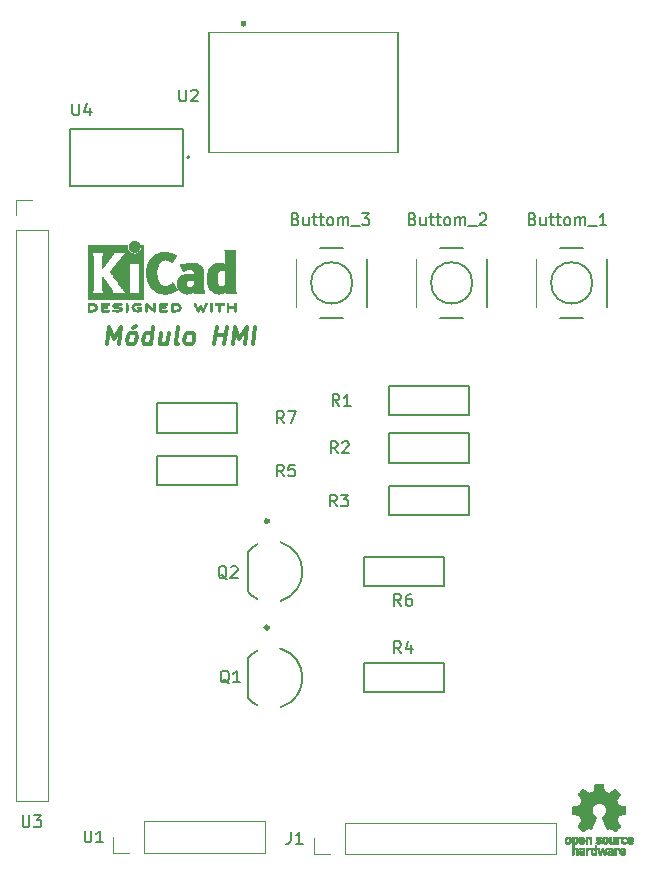
<source format=gto>
%TF.GenerationSoftware,KiCad,Pcbnew,(6.0.0)*%
%TF.CreationDate,2022-02-28T16:43:31-03:00*%
%TF.ProjectId,Placa Digital,506c6163-6120-4446-9967-6974616c2e6b,V01*%
%TF.SameCoordinates,Original*%
%TF.FileFunction,Legend,Top*%
%TF.FilePolarity,Positive*%
%FSLAX46Y46*%
G04 Gerber Fmt 4.6, Leading zero omitted, Abs format (unit mm)*
G04 Created by KiCad (PCBNEW (6.0.0)) date 2022-02-28 16:43:31*
%MOMM*%
%LPD*%
G01*
G04 APERTURE LIST*
%ADD10C,0.300000*%
%ADD11C,0.150000*%
%ADD12C,0.010000*%
%ADD13C,0.127000*%
%ADD14C,0.120000*%
%ADD15C,0.200000*%
%ADD16C,0.500000*%
G04 APERTURE END LIST*
D10*
X123996419Y-86097571D02*
X124183919Y-84597571D01*
X124549991Y-85669000D01*
X125183919Y-84597571D01*
X124996419Y-86097571D01*
X125924991Y-86097571D02*
X125791062Y-86026142D01*
X125728562Y-85954714D01*
X125674991Y-85811857D01*
X125728562Y-85383285D01*
X125817848Y-85240428D01*
X125898205Y-85169000D01*
X126049991Y-85097571D01*
X126264276Y-85097571D01*
X126398205Y-85169000D01*
X126460705Y-85240428D01*
X126514276Y-85383285D01*
X126460705Y-85811857D01*
X126371419Y-85954714D01*
X126291062Y-86026142D01*
X126139276Y-86097571D01*
X125924991Y-86097571D01*
X126407133Y-84526142D02*
X126166062Y-84740428D01*
X127710705Y-86097571D02*
X127898205Y-84597571D01*
X127719633Y-86026142D02*
X127567848Y-86097571D01*
X127282133Y-86097571D01*
X127148205Y-86026142D01*
X127085705Y-85954714D01*
X127032133Y-85811857D01*
X127085705Y-85383285D01*
X127174991Y-85240428D01*
X127255348Y-85169000D01*
X127407133Y-85097571D01*
X127692848Y-85097571D01*
X127826776Y-85169000D01*
X129192848Y-85097571D02*
X129067848Y-86097571D01*
X128549991Y-85097571D02*
X128451776Y-85883285D01*
X128505348Y-86026142D01*
X128639276Y-86097571D01*
X128853562Y-86097571D01*
X129005348Y-86026142D01*
X129085705Y-85954714D01*
X129996419Y-86097571D02*
X129862491Y-86026142D01*
X129808919Y-85883285D01*
X129969633Y-84597571D01*
X130782133Y-86097571D02*
X130648205Y-86026142D01*
X130585705Y-85954714D01*
X130532133Y-85811857D01*
X130585705Y-85383285D01*
X130674991Y-85240428D01*
X130755348Y-85169000D01*
X130907133Y-85097571D01*
X131121419Y-85097571D01*
X131255348Y-85169000D01*
X131317848Y-85240428D01*
X131371419Y-85383285D01*
X131317848Y-85811857D01*
X131228562Y-85954714D01*
X131148205Y-86026142D01*
X130996419Y-86097571D01*
X130782133Y-86097571D01*
X133067848Y-86097571D02*
X133255348Y-84597571D01*
X133166062Y-85311857D02*
X134023205Y-85311857D01*
X133924991Y-86097571D02*
X134112491Y-84597571D01*
X134639276Y-86097571D02*
X134826776Y-84597571D01*
X135192848Y-85669000D01*
X135826776Y-84597571D01*
X135639276Y-86097571D01*
X136353562Y-86097571D02*
X136541062Y-84597571D01*
D11*
%TO.C,R6*%
X148875333Y-108241380D02*
X148542000Y-107765190D01*
X148303904Y-108241380D02*
X148303904Y-107241380D01*
X148684857Y-107241380D01*
X148780095Y-107289000D01*
X148827714Y-107336619D01*
X148875333Y-107431857D01*
X148875333Y-107574714D01*
X148827714Y-107669952D01*
X148780095Y-107717571D01*
X148684857Y-107765190D01*
X148303904Y-107765190D01*
X149732476Y-107241380D02*
X149542000Y-107241380D01*
X149446761Y-107289000D01*
X149399142Y-107336619D01*
X149303904Y-107479476D01*
X149256285Y-107669952D01*
X149256285Y-108050904D01*
X149303904Y-108146142D01*
X149351523Y-108193761D01*
X149446761Y-108241380D01*
X149637238Y-108241380D01*
X149732476Y-108193761D01*
X149780095Y-108146142D01*
X149827714Y-108050904D01*
X149827714Y-107812809D01*
X149780095Y-107717571D01*
X149732476Y-107669952D01*
X149637238Y-107622333D01*
X149446761Y-107622333D01*
X149351523Y-107669952D01*
X149303904Y-107717571D01*
X149256285Y-107812809D01*
%TO.C,Buttom_2*%
X149852428Y-75493571D02*
X149995285Y-75541190D01*
X150042904Y-75588809D01*
X150090523Y-75684047D01*
X150090523Y-75826904D01*
X150042904Y-75922142D01*
X149995285Y-75969761D01*
X149900047Y-76017380D01*
X149519095Y-76017380D01*
X149519095Y-75017380D01*
X149852428Y-75017380D01*
X149947666Y-75065000D01*
X149995285Y-75112619D01*
X150042904Y-75207857D01*
X150042904Y-75303095D01*
X149995285Y-75398333D01*
X149947666Y-75445952D01*
X149852428Y-75493571D01*
X149519095Y-75493571D01*
X150947666Y-75350714D02*
X150947666Y-76017380D01*
X150519095Y-75350714D02*
X150519095Y-75874523D01*
X150566714Y-75969761D01*
X150661952Y-76017380D01*
X150804809Y-76017380D01*
X150900047Y-75969761D01*
X150947666Y-75922142D01*
X151281000Y-75350714D02*
X151661952Y-75350714D01*
X151423857Y-75017380D02*
X151423857Y-75874523D01*
X151471476Y-75969761D01*
X151566714Y-76017380D01*
X151661952Y-76017380D01*
X151852428Y-75350714D02*
X152233380Y-75350714D01*
X151995285Y-75017380D02*
X151995285Y-75874523D01*
X152042904Y-75969761D01*
X152138142Y-76017380D01*
X152233380Y-76017380D01*
X152709571Y-76017380D02*
X152614333Y-75969761D01*
X152566714Y-75922142D01*
X152519095Y-75826904D01*
X152519095Y-75541190D01*
X152566714Y-75445952D01*
X152614333Y-75398333D01*
X152709571Y-75350714D01*
X152852428Y-75350714D01*
X152947666Y-75398333D01*
X152995285Y-75445952D01*
X153042904Y-75541190D01*
X153042904Y-75826904D01*
X152995285Y-75922142D01*
X152947666Y-75969761D01*
X152852428Y-76017380D01*
X152709571Y-76017380D01*
X153471476Y-76017380D02*
X153471476Y-75350714D01*
X153471476Y-75445952D02*
X153519095Y-75398333D01*
X153614333Y-75350714D01*
X153757190Y-75350714D01*
X153852428Y-75398333D01*
X153900047Y-75493571D01*
X153900047Y-76017380D01*
X153900047Y-75493571D02*
X153947666Y-75398333D01*
X154042904Y-75350714D01*
X154185761Y-75350714D01*
X154281000Y-75398333D01*
X154328619Y-75493571D01*
X154328619Y-76017380D01*
X154566714Y-76112619D02*
X155328619Y-76112619D01*
X155519095Y-75112619D02*
X155566714Y-75065000D01*
X155661952Y-75017380D01*
X155900047Y-75017380D01*
X155995285Y-75065000D01*
X156042904Y-75112619D01*
X156090523Y-75207857D01*
X156090523Y-75303095D01*
X156042904Y-75445952D01*
X155471476Y-76017380D01*
X156090523Y-76017380D01*
%TO.C,Buttom_1*%
X160012428Y-75493571D02*
X160155285Y-75541190D01*
X160202904Y-75588809D01*
X160250523Y-75684047D01*
X160250523Y-75826904D01*
X160202904Y-75922142D01*
X160155285Y-75969761D01*
X160060047Y-76017380D01*
X159679095Y-76017380D01*
X159679095Y-75017380D01*
X160012428Y-75017380D01*
X160107666Y-75065000D01*
X160155285Y-75112619D01*
X160202904Y-75207857D01*
X160202904Y-75303095D01*
X160155285Y-75398333D01*
X160107666Y-75445952D01*
X160012428Y-75493571D01*
X159679095Y-75493571D01*
X161107666Y-75350714D02*
X161107666Y-76017380D01*
X160679095Y-75350714D02*
X160679095Y-75874523D01*
X160726714Y-75969761D01*
X160821952Y-76017380D01*
X160964809Y-76017380D01*
X161060047Y-75969761D01*
X161107666Y-75922142D01*
X161441000Y-75350714D02*
X161821952Y-75350714D01*
X161583857Y-75017380D02*
X161583857Y-75874523D01*
X161631476Y-75969761D01*
X161726714Y-76017380D01*
X161821952Y-76017380D01*
X162012428Y-75350714D02*
X162393380Y-75350714D01*
X162155285Y-75017380D02*
X162155285Y-75874523D01*
X162202904Y-75969761D01*
X162298142Y-76017380D01*
X162393380Y-76017380D01*
X162869571Y-76017380D02*
X162774333Y-75969761D01*
X162726714Y-75922142D01*
X162679095Y-75826904D01*
X162679095Y-75541190D01*
X162726714Y-75445952D01*
X162774333Y-75398333D01*
X162869571Y-75350714D01*
X163012428Y-75350714D01*
X163107666Y-75398333D01*
X163155285Y-75445952D01*
X163202904Y-75541190D01*
X163202904Y-75826904D01*
X163155285Y-75922142D01*
X163107666Y-75969761D01*
X163012428Y-76017380D01*
X162869571Y-76017380D01*
X163631476Y-76017380D02*
X163631476Y-75350714D01*
X163631476Y-75445952D02*
X163679095Y-75398333D01*
X163774333Y-75350714D01*
X163917190Y-75350714D01*
X164012428Y-75398333D01*
X164060047Y-75493571D01*
X164060047Y-76017380D01*
X164060047Y-75493571D02*
X164107666Y-75398333D01*
X164202904Y-75350714D01*
X164345761Y-75350714D01*
X164441000Y-75398333D01*
X164488619Y-75493571D01*
X164488619Y-76017380D01*
X164726714Y-76112619D02*
X165488619Y-76112619D01*
X166250523Y-76017380D02*
X165679095Y-76017380D01*
X165964809Y-76017380D02*
X165964809Y-75017380D01*
X165869571Y-75160238D01*
X165774333Y-75255476D01*
X165679095Y-75303095D01*
%TO.C,Q2*%
X134136761Y-105989829D02*
X134041523Y-105942210D01*
X133946285Y-105846971D01*
X133803428Y-105704114D01*
X133708190Y-105656495D01*
X133612952Y-105656495D01*
X133660571Y-105894590D02*
X133565333Y-105846971D01*
X133470095Y-105751733D01*
X133422476Y-105561257D01*
X133422476Y-105227924D01*
X133470095Y-105037448D01*
X133565333Y-104942210D01*
X133660571Y-104894590D01*
X133851047Y-104894590D01*
X133946285Y-104942210D01*
X134041523Y-105037448D01*
X134089142Y-105227924D01*
X134089142Y-105561257D01*
X134041523Y-105751733D01*
X133946285Y-105846971D01*
X133851047Y-105894590D01*
X133660571Y-105894590D01*
X134470095Y-104989829D02*
X134517714Y-104942210D01*
X134612952Y-104894590D01*
X134851047Y-104894590D01*
X134946285Y-104942210D01*
X134993904Y-104989829D01*
X135041523Y-105085067D01*
X135041523Y-105180305D01*
X134993904Y-105323162D01*
X134422476Y-105894590D01*
X135041523Y-105894590D01*
%TO.C,R1*%
X143650333Y-91321380D02*
X143317000Y-90845190D01*
X143078904Y-91321380D02*
X143078904Y-90321380D01*
X143459857Y-90321380D01*
X143555095Y-90369000D01*
X143602714Y-90416619D01*
X143650333Y-90511857D01*
X143650333Y-90654714D01*
X143602714Y-90749952D01*
X143555095Y-90797571D01*
X143459857Y-90845190D01*
X143078904Y-90845190D01*
X144602714Y-91321380D02*
X144031285Y-91321380D01*
X144317000Y-91321380D02*
X144317000Y-90321380D01*
X144221761Y-90464238D01*
X144126523Y-90559476D01*
X144031285Y-90607095D01*
%TO.C,U4*%
X121055095Y-65721380D02*
X121055095Y-66530904D01*
X121102714Y-66626142D01*
X121150333Y-66673761D01*
X121245571Y-66721380D01*
X121436047Y-66721380D01*
X121531285Y-66673761D01*
X121578904Y-66626142D01*
X121626523Y-66530904D01*
X121626523Y-65721380D01*
X122531285Y-66054714D02*
X122531285Y-66721380D01*
X122293190Y-65673761D02*
X122055095Y-66388047D01*
X122674142Y-66388047D01*
%TO.C,R3*%
X143450333Y-99816380D02*
X143117000Y-99340190D01*
X142878904Y-99816380D02*
X142878904Y-98816380D01*
X143259857Y-98816380D01*
X143355095Y-98864000D01*
X143402714Y-98911619D01*
X143450333Y-99006857D01*
X143450333Y-99149714D01*
X143402714Y-99244952D01*
X143355095Y-99292571D01*
X143259857Y-99340190D01*
X142878904Y-99340190D01*
X143783666Y-98816380D02*
X144402714Y-98816380D01*
X144069380Y-99197333D01*
X144212238Y-99197333D01*
X144307476Y-99244952D01*
X144355095Y-99292571D01*
X144402714Y-99387809D01*
X144402714Y-99625904D01*
X144355095Y-99721142D01*
X144307476Y-99768761D01*
X144212238Y-99816380D01*
X143926523Y-99816380D01*
X143831285Y-99768761D01*
X143783666Y-99721142D01*
%TO.C,Buttom_3*%
X139946428Y-75493571D02*
X140089285Y-75541190D01*
X140136904Y-75588809D01*
X140184523Y-75684047D01*
X140184523Y-75826904D01*
X140136904Y-75922142D01*
X140089285Y-75969761D01*
X139994047Y-76017380D01*
X139613095Y-76017380D01*
X139613095Y-75017380D01*
X139946428Y-75017380D01*
X140041666Y-75065000D01*
X140089285Y-75112619D01*
X140136904Y-75207857D01*
X140136904Y-75303095D01*
X140089285Y-75398333D01*
X140041666Y-75445952D01*
X139946428Y-75493571D01*
X139613095Y-75493571D01*
X141041666Y-75350714D02*
X141041666Y-76017380D01*
X140613095Y-75350714D02*
X140613095Y-75874523D01*
X140660714Y-75969761D01*
X140755952Y-76017380D01*
X140898809Y-76017380D01*
X140994047Y-75969761D01*
X141041666Y-75922142D01*
X141375000Y-75350714D02*
X141755952Y-75350714D01*
X141517857Y-75017380D02*
X141517857Y-75874523D01*
X141565476Y-75969761D01*
X141660714Y-76017380D01*
X141755952Y-76017380D01*
X141946428Y-75350714D02*
X142327380Y-75350714D01*
X142089285Y-75017380D02*
X142089285Y-75874523D01*
X142136904Y-75969761D01*
X142232142Y-76017380D01*
X142327380Y-76017380D01*
X142803571Y-76017380D02*
X142708333Y-75969761D01*
X142660714Y-75922142D01*
X142613095Y-75826904D01*
X142613095Y-75541190D01*
X142660714Y-75445952D01*
X142708333Y-75398333D01*
X142803571Y-75350714D01*
X142946428Y-75350714D01*
X143041666Y-75398333D01*
X143089285Y-75445952D01*
X143136904Y-75541190D01*
X143136904Y-75826904D01*
X143089285Y-75922142D01*
X143041666Y-75969761D01*
X142946428Y-76017380D01*
X142803571Y-76017380D01*
X143565476Y-76017380D02*
X143565476Y-75350714D01*
X143565476Y-75445952D02*
X143613095Y-75398333D01*
X143708333Y-75350714D01*
X143851190Y-75350714D01*
X143946428Y-75398333D01*
X143994047Y-75493571D01*
X143994047Y-76017380D01*
X143994047Y-75493571D02*
X144041666Y-75398333D01*
X144136904Y-75350714D01*
X144279761Y-75350714D01*
X144375000Y-75398333D01*
X144422619Y-75493571D01*
X144422619Y-76017380D01*
X144660714Y-76112619D02*
X145422619Y-76112619D01*
X145565476Y-75017380D02*
X146184523Y-75017380D01*
X145851190Y-75398333D01*
X145994047Y-75398333D01*
X146089285Y-75445952D01*
X146136904Y-75493571D01*
X146184523Y-75588809D01*
X146184523Y-75826904D01*
X146136904Y-75922142D01*
X146089285Y-75969761D01*
X145994047Y-76017380D01*
X145708333Y-76017380D01*
X145613095Y-75969761D01*
X145565476Y-75922142D01*
%TO.C,R5*%
X138950333Y-97271380D02*
X138617000Y-96795190D01*
X138378904Y-97271380D02*
X138378904Y-96271380D01*
X138759857Y-96271380D01*
X138855095Y-96319000D01*
X138902714Y-96366619D01*
X138950333Y-96461857D01*
X138950333Y-96604714D01*
X138902714Y-96699952D01*
X138855095Y-96747571D01*
X138759857Y-96795190D01*
X138378904Y-96795190D01*
X139855095Y-96271380D02*
X139378904Y-96271380D01*
X139331285Y-96747571D01*
X139378904Y-96699952D01*
X139474142Y-96652333D01*
X139712238Y-96652333D01*
X139807476Y-96699952D01*
X139855095Y-96747571D01*
X139902714Y-96842809D01*
X139902714Y-97080904D01*
X139855095Y-97176142D01*
X139807476Y-97223761D01*
X139712238Y-97271380D01*
X139474142Y-97271380D01*
X139378904Y-97223761D01*
X139331285Y-97176142D01*
%TO.C,R2*%
X143500333Y-95316380D02*
X143167000Y-94840190D01*
X142928904Y-95316380D02*
X142928904Y-94316380D01*
X143309857Y-94316380D01*
X143405095Y-94364000D01*
X143452714Y-94411619D01*
X143500333Y-94506857D01*
X143500333Y-94649714D01*
X143452714Y-94744952D01*
X143405095Y-94792571D01*
X143309857Y-94840190D01*
X142928904Y-94840190D01*
X143881285Y-94411619D02*
X143928904Y-94364000D01*
X144024142Y-94316380D01*
X144262238Y-94316380D01*
X144357476Y-94364000D01*
X144405095Y-94411619D01*
X144452714Y-94506857D01*
X144452714Y-94602095D01*
X144405095Y-94744952D01*
X143833666Y-95316380D01*
X144452714Y-95316380D01*
%TO.C,R7*%
X138950333Y-92771380D02*
X138617000Y-92295190D01*
X138378904Y-92771380D02*
X138378904Y-91771380D01*
X138759857Y-91771380D01*
X138855095Y-91819000D01*
X138902714Y-91866619D01*
X138950333Y-91961857D01*
X138950333Y-92104714D01*
X138902714Y-92199952D01*
X138855095Y-92247571D01*
X138759857Y-92295190D01*
X138378904Y-92295190D01*
X139283666Y-91771380D02*
X139950333Y-91771380D01*
X139521761Y-92771380D01*
%TO.C,R4*%
X148875333Y-112251380D02*
X148542000Y-111775190D01*
X148303904Y-112251380D02*
X148303904Y-111251380D01*
X148684857Y-111251380D01*
X148780095Y-111299000D01*
X148827714Y-111346619D01*
X148875333Y-111441857D01*
X148875333Y-111584714D01*
X148827714Y-111679952D01*
X148780095Y-111727571D01*
X148684857Y-111775190D01*
X148303904Y-111775190D01*
X149732476Y-111584714D02*
X149732476Y-112251380D01*
X149494380Y-111203761D02*
X149256285Y-111918047D01*
X149875333Y-111918047D01*
%TO.C,U3*%
X116825095Y-125971380D02*
X116825095Y-126780904D01*
X116872714Y-126876142D01*
X116920333Y-126923761D01*
X117015571Y-126971380D01*
X117206047Y-126971380D01*
X117301285Y-126923761D01*
X117348904Y-126876142D01*
X117396523Y-126780904D01*
X117396523Y-125971380D01*
X117777476Y-125971380D02*
X118396523Y-125971380D01*
X118063190Y-126352333D01*
X118206047Y-126352333D01*
X118301285Y-126399952D01*
X118348904Y-126447571D01*
X118396523Y-126542809D01*
X118396523Y-126780904D01*
X118348904Y-126876142D01*
X118301285Y-126923761D01*
X118206047Y-126971380D01*
X117920333Y-126971380D01*
X117825095Y-126923761D01*
X117777476Y-126876142D01*
%TO.C,Q1*%
X134326761Y-114809829D02*
X134231523Y-114762210D01*
X134136285Y-114666971D01*
X133993428Y-114524114D01*
X133898190Y-114476495D01*
X133802952Y-114476495D01*
X133850571Y-114714590D02*
X133755333Y-114666971D01*
X133660095Y-114571733D01*
X133612476Y-114381257D01*
X133612476Y-114047924D01*
X133660095Y-113857448D01*
X133755333Y-113762210D01*
X133850571Y-113714590D01*
X134041047Y-113714590D01*
X134136285Y-113762210D01*
X134231523Y-113857448D01*
X134279142Y-114047924D01*
X134279142Y-114381257D01*
X134231523Y-114571733D01*
X134136285Y-114666971D01*
X134041047Y-114714590D01*
X133850571Y-114714590D01*
X135231523Y-114714590D02*
X134660095Y-114714590D01*
X134945809Y-114714590D02*
X134945809Y-113714590D01*
X134850571Y-113857448D01*
X134755333Y-113952686D01*
X134660095Y-114000305D01*
%TO.C,U2*%
X130105095Y-64521380D02*
X130105095Y-65330904D01*
X130152714Y-65426142D01*
X130200333Y-65473761D01*
X130295571Y-65521380D01*
X130486047Y-65521380D01*
X130581285Y-65473761D01*
X130628904Y-65426142D01*
X130676523Y-65330904D01*
X130676523Y-64521380D01*
X131105095Y-64616619D02*
X131152714Y-64569000D01*
X131247952Y-64521380D01*
X131486047Y-64521380D01*
X131581285Y-64569000D01*
X131628904Y-64616619D01*
X131676523Y-64711857D01*
X131676523Y-64807095D01*
X131628904Y-64949952D01*
X131057476Y-65521380D01*
X131676523Y-65521380D01*
%TO.C,U1*%
X122075095Y-127271380D02*
X122075095Y-128080904D01*
X122122714Y-128176142D01*
X122170333Y-128223761D01*
X122265571Y-128271380D01*
X122456047Y-128271380D01*
X122551285Y-128223761D01*
X122598904Y-128176142D01*
X122646523Y-128080904D01*
X122646523Y-127271380D01*
X123646523Y-128271380D02*
X123075095Y-128271380D01*
X123360809Y-128271380D02*
X123360809Y-127271380D01*
X123265571Y-127414238D01*
X123170333Y-127509476D01*
X123075095Y-127557095D01*
%TO.C,J1*%
X139553666Y-127371380D02*
X139553666Y-128085666D01*
X139506047Y-128228523D01*
X139410809Y-128323761D01*
X139267952Y-128371380D01*
X139172714Y-128371380D01*
X140553666Y-128371380D02*
X139982238Y-128371380D01*
X140267952Y-128371380D02*
X140267952Y-127371380D01*
X140172714Y-127514238D01*
X140077476Y-127609476D01*
X139982238Y-127657095D01*
D12*
%TO.C,REF\u002A\u002A*%
X166655411Y-128724417D02*
X166708411Y-128737290D01*
X166708411Y-128737290D02*
X166723731Y-128744110D01*
X166723731Y-128744110D02*
X166753428Y-128761974D01*
X166753428Y-128761974D02*
X166776220Y-128782093D01*
X166776220Y-128782093D02*
X166793083Y-128807962D01*
X166793083Y-128807962D02*
X166804998Y-128843073D01*
X166804998Y-128843073D02*
X166812942Y-128890920D01*
X166812942Y-128890920D02*
X166817894Y-128954996D01*
X166817894Y-128954996D02*
X166820831Y-129038794D01*
X166820831Y-129038794D02*
X166821947Y-129094768D01*
X166821947Y-129094768D02*
X166826052Y-129336822D01*
X166826052Y-129336822D02*
X166755932Y-129336822D01*
X166755932Y-129336822D02*
X166713393Y-129335038D01*
X166713393Y-129335038D02*
X166691476Y-129328942D01*
X166691476Y-129328942D02*
X166685812Y-129318706D01*
X166685812Y-129318706D02*
X166682821Y-129307637D01*
X166682821Y-129307637D02*
X166669451Y-129309754D01*
X166669451Y-129309754D02*
X166651233Y-129318629D01*
X166651233Y-129318629D02*
X166605624Y-129332233D01*
X166605624Y-129332233D02*
X166547007Y-129335899D01*
X166547007Y-129335899D02*
X166485354Y-129329903D01*
X166485354Y-129329903D02*
X166430638Y-129314521D01*
X166430638Y-129314521D02*
X166425730Y-129312386D01*
X166425730Y-129312386D02*
X166375723Y-129277255D01*
X166375723Y-129277255D02*
X166342756Y-129228419D01*
X166342756Y-129228419D02*
X166327587Y-129171333D01*
X166327587Y-129171333D02*
X166328746Y-129150824D01*
X166328746Y-129150824D02*
X166452508Y-129150824D01*
X166452508Y-129150824D02*
X166463413Y-129178425D01*
X166463413Y-129178425D02*
X166495745Y-129198204D01*
X166495745Y-129198204D02*
X166547910Y-129208819D01*
X166547910Y-129208819D02*
X166575787Y-129210228D01*
X166575787Y-129210228D02*
X166622247Y-129206620D01*
X166622247Y-129206620D02*
X166653129Y-129192597D01*
X166653129Y-129192597D02*
X166660664Y-129185931D01*
X166660664Y-129185931D02*
X166681076Y-129149666D01*
X166681076Y-129149666D02*
X166685812Y-129116773D01*
X166685812Y-129116773D02*
X166685812Y-129072763D01*
X166685812Y-129072763D02*
X166624513Y-129072763D01*
X166624513Y-129072763D02*
X166553256Y-129076395D01*
X166553256Y-129076395D02*
X166503276Y-129087818D01*
X166503276Y-129087818D02*
X166471696Y-129107824D01*
X166471696Y-129107824D02*
X166464626Y-129116743D01*
X166464626Y-129116743D02*
X166452508Y-129150824D01*
X166452508Y-129150824D02*
X166328746Y-129150824D01*
X166328746Y-129150824D02*
X166330971Y-129111456D01*
X166330971Y-129111456D02*
X166353663Y-129054244D01*
X166353663Y-129054244D02*
X166384624Y-129015580D01*
X166384624Y-129015580D02*
X166403376Y-128998864D01*
X166403376Y-128998864D02*
X166421733Y-128987878D01*
X166421733Y-128987878D02*
X166445619Y-128981180D01*
X166445619Y-128981180D02*
X166480957Y-128977326D01*
X166480957Y-128977326D02*
X166533669Y-128974873D01*
X166533669Y-128974873D02*
X166554577Y-128974168D01*
X166554577Y-128974168D02*
X166685812Y-128969879D01*
X166685812Y-128969879D02*
X166685620Y-128930158D01*
X166685620Y-128930158D02*
X166680537Y-128888405D01*
X166680537Y-128888405D02*
X166662162Y-128863158D01*
X166662162Y-128863158D02*
X166625039Y-128847030D01*
X166625039Y-128847030D02*
X166624043Y-128846742D01*
X166624043Y-128846742D02*
X166571410Y-128840400D01*
X166571410Y-128840400D02*
X166519906Y-128848684D01*
X166519906Y-128848684D02*
X166481630Y-128868827D01*
X166481630Y-128868827D02*
X166466272Y-128878773D01*
X166466272Y-128878773D02*
X166449730Y-128877397D01*
X166449730Y-128877397D02*
X166424275Y-128862987D01*
X166424275Y-128862987D02*
X166409328Y-128852817D01*
X166409328Y-128852817D02*
X166380091Y-128831088D01*
X166380091Y-128831088D02*
X166361980Y-128814800D01*
X166361980Y-128814800D02*
X166359074Y-128810137D01*
X166359074Y-128810137D02*
X166371040Y-128786005D01*
X166371040Y-128786005D02*
X166406396Y-128757185D01*
X166406396Y-128757185D02*
X166421753Y-128747461D01*
X166421753Y-128747461D02*
X166465901Y-128730714D01*
X166465901Y-128730714D02*
X166525398Y-128721227D01*
X166525398Y-128721227D02*
X166591487Y-128719095D01*
X166591487Y-128719095D02*
X166655411Y-128724417D01*
X166655411Y-128724417D02*
X166655411Y-128724417D01*
G36*
X166353663Y-129054244D02*
G01*
X166384624Y-129015580D01*
X166403376Y-128998864D01*
X166421733Y-128987878D01*
X166445619Y-128981180D01*
X166480957Y-128977326D01*
X166533669Y-128974873D01*
X166554577Y-128974168D01*
X166685812Y-128969879D01*
X166685620Y-128930158D01*
X166680537Y-128888405D01*
X166662162Y-128863158D01*
X166625039Y-128847030D01*
X166624043Y-128846742D01*
X166571410Y-128840400D01*
X166519906Y-128848684D01*
X166481630Y-128868827D01*
X166466272Y-128878773D01*
X166449730Y-128877397D01*
X166424275Y-128862987D01*
X166409328Y-128852817D01*
X166380091Y-128831088D01*
X166361980Y-128814800D01*
X166359074Y-128810137D01*
X166371040Y-128786005D01*
X166406396Y-128757185D01*
X166421753Y-128747461D01*
X166465901Y-128730714D01*
X166525398Y-128721227D01*
X166591487Y-128719095D01*
X166655411Y-128724417D01*
X166708411Y-128737290D01*
X166723731Y-128744110D01*
X166753428Y-128761974D01*
X166776220Y-128782093D01*
X166793083Y-128807962D01*
X166804998Y-128843073D01*
X166812942Y-128890920D01*
X166817894Y-128954996D01*
X166820831Y-129038794D01*
X166821947Y-129094768D01*
X166826052Y-129336822D01*
X166755932Y-129336822D01*
X166713393Y-129335038D01*
X166691476Y-129328942D01*
X166685812Y-129318706D01*
X166682821Y-129307637D01*
X166669451Y-129309754D01*
X166651233Y-129318629D01*
X166605624Y-129332233D01*
X166547007Y-129335899D01*
X166485354Y-129329903D01*
X166430638Y-129314521D01*
X166425730Y-129312386D01*
X166375723Y-129277255D01*
X166342756Y-129228419D01*
X166327587Y-129171333D01*
X166328746Y-129150824D01*
X166452508Y-129150824D01*
X166463413Y-129178425D01*
X166495745Y-129198204D01*
X166547910Y-129208819D01*
X166575787Y-129210228D01*
X166622247Y-129206620D01*
X166653129Y-129192597D01*
X166660664Y-129185931D01*
X166681076Y-129149666D01*
X166685812Y-129116773D01*
X166685812Y-129072763D01*
X166624513Y-129072763D01*
X166553256Y-129076395D01*
X166503276Y-129087818D01*
X166471696Y-129107824D01*
X166464626Y-129116743D01*
X166452508Y-129150824D01*
X166328746Y-129150824D01*
X166330971Y-129111456D01*
X166353663Y-129054244D01*
G37*
X166353663Y-129054244D02*
X166384624Y-129015580D01*
X166403376Y-128998864D01*
X166421733Y-128987878D01*
X166445619Y-128981180D01*
X166480957Y-128977326D01*
X166533669Y-128974873D01*
X166554577Y-128974168D01*
X166685812Y-128969879D01*
X166685620Y-128930158D01*
X166680537Y-128888405D01*
X166662162Y-128863158D01*
X166625039Y-128847030D01*
X166624043Y-128846742D01*
X166571410Y-128840400D01*
X166519906Y-128848684D01*
X166481630Y-128868827D01*
X166466272Y-128878773D01*
X166449730Y-128877397D01*
X166424275Y-128862987D01*
X166409328Y-128852817D01*
X166380091Y-128831088D01*
X166361980Y-128814800D01*
X166359074Y-128810137D01*
X166371040Y-128786005D01*
X166406396Y-128757185D01*
X166421753Y-128747461D01*
X166465901Y-128730714D01*
X166525398Y-128721227D01*
X166591487Y-128719095D01*
X166655411Y-128724417D01*
X166708411Y-128737290D01*
X166723731Y-128744110D01*
X166753428Y-128761974D01*
X166776220Y-128782093D01*
X166793083Y-128807962D01*
X166804998Y-128843073D01*
X166812942Y-128890920D01*
X166817894Y-128954996D01*
X166820831Y-129038794D01*
X166821947Y-129094768D01*
X166826052Y-129336822D01*
X166755932Y-129336822D01*
X166713393Y-129335038D01*
X166691476Y-129328942D01*
X166685812Y-129318706D01*
X166682821Y-129307637D01*
X166669451Y-129309754D01*
X166651233Y-129318629D01*
X166605624Y-129332233D01*
X166547007Y-129335899D01*
X166485354Y-129329903D01*
X166430638Y-129314521D01*
X166425730Y-129312386D01*
X166375723Y-129277255D01*
X166342756Y-129228419D01*
X166327587Y-129171333D01*
X166328746Y-129150824D01*
X166452508Y-129150824D01*
X166463413Y-129178425D01*
X166495745Y-129198204D01*
X166547910Y-129208819D01*
X166575787Y-129210228D01*
X166622247Y-129206620D01*
X166653129Y-129192597D01*
X166660664Y-129185931D01*
X166681076Y-129149666D01*
X166685812Y-129116773D01*
X166685812Y-129072763D01*
X166624513Y-129072763D01*
X166553256Y-129076395D01*
X166503276Y-129087818D01*
X166471696Y-129107824D01*
X166464626Y-129116743D01*
X166452508Y-129150824D01*
X166328746Y-129150824D01*
X166330971Y-129111456D01*
X166353663Y-129054244D01*
X164232790Y-128725555D02*
X164291945Y-128741339D01*
X164291945Y-128741339D02*
X164336977Y-128769948D01*
X164336977Y-128769948D02*
X164368754Y-128807419D01*
X164368754Y-128807419D02*
X164378634Y-128823411D01*
X164378634Y-128823411D02*
X164385927Y-128840163D01*
X164385927Y-128840163D02*
X164391026Y-128861592D01*
X164391026Y-128861592D02*
X164394321Y-128891616D01*
X164394321Y-128891616D02*
X164396203Y-128934154D01*
X164396203Y-128934154D02*
X164397063Y-128993122D01*
X164397063Y-128993122D02*
X164397293Y-129072440D01*
X164397293Y-129072440D02*
X164397297Y-129093484D01*
X164397297Y-129093484D02*
X164397297Y-129336822D01*
X164397297Y-129336822D02*
X164336941Y-129336822D01*
X164336941Y-129336822D02*
X164298443Y-129334126D01*
X164298443Y-129334126D02*
X164269977Y-129327295D01*
X164269977Y-129327295D02*
X164262845Y-129323083D01*
X164262845Y-129323083D02*
X164243348Y-129315813D01*
X164243348Y-129315813D02*
X164223434Y-129323083D01*
X164223434Y-129323083D02*
X164190647Y-129332160D01*
X164190647Y-129332160D02*
X164143022Y-129335813D01*
X164143022Y-129335813D02*
X164090236Y-129334228D01*
X164090236Y-129334228D02*
X164041964Y-129327589D01*
X164041964Y-129327589D02*
X164013782Y-129319072D01*
X164013782Y-129319072D02*
X163959247Y-129284063D01*
X163959247Y-129284063D02*
X163925165Y-129235479D01*
X163925165Y-129235479D02*
X163909843Y-129170882D01*
X163909843Y-129170882D02*
X163909701Y-129169223D01*
X163909701Y-129169223D02*
X163911045Y-129140566D01*
X163911045Y-129140566D02*
X164032644Y-129140566D01*
X164032644Y-129140566D02*
X164043274Y-129173161D01*
X164043274Y-129173161D02*
X164060590Y-129191505D01*
X164060590Y-129191505D02*
X164095348Y-129205379D01*
X164095348Y-129205379D02*
X164141227Y-129210917D01*
X164141227Y-129210917D02*
X164188012Y-129208191D01*
X164188012Y-129208191D02*
X164225486Y-129197274D01*
X164225486Y-129197274D02*
X164235985Y-129190269D01*
X164235985Y-129190269D02*
X164254332Y-129157904D01*
X164254332Y-129157904D02*
X164258980Y-129121111D01*
X164258980Y-129121111D02*
X164258980Y-129072763D01*
X164258980Y-129072763D02*
X164189418Y-129072763D01*
X164189418Y-129072763D02*
X164123333Y-129077850D01*
X164123333Y-129077850D02*
X164073236Y-129092263D01*
X164073236Y-129092263D02*
X164042071Y-129114729D01*
X164042071Y-129114729D02*
X164032644Y-129140566D01*
X164032644Y-129140566D02*
X163911045Y-129140566D01*
X163911045Y-129140566D02*
X163913013Y-129098647D01*
X163913013Y-129098647D02*
X163936290Y-129042845D01*
X163936290Y-129042845D02*
X163980052Y-129000647D01*
X163980052Y-129000647D02*
X163986101Y-128996808D01*
X163986101Y-128996808D02*
X164012093Y-128984309D01*
X164012093Y-128984309D02*
X164044265Y-128976740D01*
X164044265Y-128976740D02*
X164089240Y-128973061D01*
X164089240Y-128973061D02*
X164142669Y-128972216D01*
X164142669Y-128972216D02*
X164258980Y-128972169D01*
X164258980Y-128972169D02*
X164258980Y-128923411D01*
X164258980Y-128923411D02*
X164254047Y-128885581D01*
X164254047Y-128885581D02*
X164241457Y-128860236D01*
X164241457Y-128860236D02*
X164239983Y-128858887D01*
X164239983Y-128858887D02*
X164211966Y-128847800D01*
X164211966Y-128847800D02*
X164169674Y-128843503D01*
X164169674Y-128843503D02*
X164122936Y-128845615D01*
X164122936Y-128845615D02*
X164081582Y-128853756D01*
X164081582Y-128853756D02*
X164057043Y-128865965D01*
X164057043Y-128865965D02*
X164043747Y-128875746D01*
X164043747Y-128875746D02*
X164029706Y-128877613D01*
X164029706Y-128877613D02*
X164010329Y-128869600D01*
X164010329Y-128869600D02*
X163981024Y-128849739D01*
X163981024Y-128849739D02*
X163937197Y-128816063D01*
X163937197Y-128816063D02*
X163933175Y-128812909D01*
X163933175Y-128812909D02*
X163935236Y-128801236D01*
X163935236Y-128801236D02*
X163952432Y-128781822D01*
X163952432Y-128781822D02*
X163978567Y-128760248D01*
X163978567Y-128760248D02*
X164007448Y-128742096D01*
X164007448Y-128742096D02*
X164016522Y-128737809D01*
X164016522Y-128737809D02*
X164049620Y-128729256D01*
X164049620Y-128729256D02*
X164098120Y-128723155D01*
X164098120Y-128723155D02*
X164152305Y-128720708D01*
X164152305Y-128720708D02*
X164154839Y-128720703D01*
X164154839Y-128720703D02*
X164232790Y-128725555D01*
X164232790Y-128725555D02*
X164232790Y-128725555D01*
G36*
X163936290Y-129042845D02*
G01*
X163980052Y-129000647D01*
X163986101Y-128996808D01*
X164012093Y-128984309D01*
X164044265Y-128976740D01*
X164089240Y-128973061D01*
X164142669Y-128972216D01*
X164258980Y-128972169D01*
X164258980Y-128923411D01*
X164254047Y-128885581D01*
X164241457Y-128860236D01*
X164239983Y-128858887D01*
X164211966Y-128847800D01*
X164169674Y-128843503D01*
X164122936Y-128845615D01*
X164081582Y-128853756D01*
X164057043Y-128865965D01*
X164043747Y-128875746D01*
X164029706Y-128877613D01*
X164010329Y-128869600D01*
X163981024Y-128849739D01*
X163937197Y-128816063D01*
X163933175Y-128812909D01*
X163935236Y-128801236D01*
X163952432Y-128781822D01*
X163978567Y-128760248D01*
X164007448Y-128742096D01*
X164016522Y-128737809D01*
X164049620Y-128729256D01*
X164098120Y-128723155D01*
X164152305Y-128720708D01*
X164154839Y-128720703D01*
X164232790Y-128725555D01*
X164291945Y-128741339D01*
X164336977Y-128769948D01*
X164368754Y-128807419D01*
X164378634Y-128823411D01*
X164385927Y-128840163D01*
X164391026Y-128861592D01*
X164394321Y-128891616D01*
X164396203Y-128934154D01*
X164397063Y-128993122D01*
X164397293Y-129072440D01*
X164397297Y-129093484D01*
X164397297Y-129336822D01*
X164336941Y-129336822D01*
X164298443Y-129334126D01*
X164269977Y-129327295D01*
X164262845Y-129323083D01*
X164243348Y-129315813D01*
X164223434Y-129323083D01*
X164190647Y-129332160D01*
X164143022Y-129335813D01*
X164090236Y-129334228D01*
X164041964Y-129327589D01*
X164013782Y-129319072D01*
X163959247Y-129284063D01*
X163925165Y-129235479D01*
X163909843Y-129170882D01*
X163909701Y-129169223D01*
X163911045Y-129140566D01*
X164032644Y-129140566D01*
X164043274Y-129173161D01*
X164060590Y-129191505D01*
X164095348Y-129205379D01*
X164141227Y-129210917D01*
X164188012Y-129208191D01*
X164225486Y-129197274D01*
X164235985Y-129190269D01*
X164254332Y-129157904D01*
X164258980Y-129121111D01*
X164258980Y-129072763D01*
X164189418Y-129072763D01*
X164123333Y-129077850D01*
X164073236Y-129092263D01*
X164042071Y-129114729D01*
X164032644Y-129140566D01*
X163911045Y-129140566D01*
X163913013Y-129098647D01*
X163936290Y-129042845D01*
G37*
X163936290Y-129042845D02*
X163980052Y-129000647D01*
X163986101Y-128996808D01*
X164012093Y-128984309D01*
X164044265Y-128976740D01*
X164089240Y-128973061D01*
X164142669Y-128972216D01*
X164258980Y-128972169D01*
X164258980Y-128923411D01*
X164254047Y-128885581D01*
X164241457Y-128860236D01*
X164239983Y-128858887D01*
X164211966Y-128847800D01*
X164169674Y-128843503D01*
X164122936Y-128845615D01*
X164081582Y-128853756D01*
X164057043Y-128865965D01*
X164043747Y-128875746D01*
X164029706Y-128877613D01*
X164010329Y-128869600D01*
X163981024Y-128849739D01*
X163937197Y-128816063D01*
X163933175Y-128812909D01*
X163935236Y-128801236D01*
X163952432Y-128781822D01*
X163978567Y-128760248D01*
X164007448Y-128742096D01*
X164016522Y-128737809D01*
X164049620Y-128729256D01*
X164098120Y-128723155D01*
X164152305Y-128720708D01*
X164154839Y-128720703D01*
X164232790Y-128725555D01*
X164291945Y-128741339D01*
X164336977Y-128769948D01*
X164368754Y-128807419D01*
X164378634Y-128823411D01*
X164385927Y-128840163D01*
X164391026Y-128861592D01*
X164394321Y-128891616D01*
X164396203Y-128934154D01*
X164397063Y-128993122D01*
X164397293Y-129072440D01*
X164397297Y-129093484D01*
X164397297Y-129336822D01*
X164336941Y-129336822D01*
X164298443Y-129334126D01*
X164269977Y-129327295D01*
X164262845Y-129323083D01*
X164243348Y-129315813D01*
X164223434Y-129323083D01*
X164190647Y-129332160D01*
X164143022Y-129335813D01*
X164090236Y-129334228D01*
X164041964Y-129327589D01*
X164013782Y-129319072D01*
X163959247Y-129284063D01*
X163925165Y-129235479D01*
X163909843Y-129170882D01*
X163909701Y-129169223D01*
X163911045Y-129140566D01*
X164032644Y-129140566D01*
X164043274Y-129173161D01*
X164060590Y-129191505D01*
X164095348Y-129205379D01*
X164141227Y-129210917D01*
X164188012Y-129208191D01*
X164225486Y-129197274D01*
X164235985Y-129190269D01*
X164254332Y-129157904D01*
X164258980Y-129121111D01*
X164258980Y-129072763D01*
X164189418Y-129072763D01*
X164123333Y-129077850D01*
X164073236Y-129092263D01*
X164042071Y-129114729D01*
X164032644Y-129140566D01*
X163911045Y-129140566D01*
X163913013Y-129098647D01*
X163936290Y-129042845D01*
X164623644Y-128722020D02*
X164642461Y-128727660D01*
X164642461Y-128727660D02*
X164648527Y-128740053D01*
X164648527Y-128740053D02*
X164648782Y-128745647D01*
X164648782Y-128745647D02*
X164649871Y-128761230D01*
X164649871Y-128761230D02*
X164657368Y-128763676D01*
X164657368Y-128763676D02*
X164677619Y-128752993D01*
X164677619Y-128752993D02*
X164689649Y-128745694D01*
X164689649Y-128745694D02*
X164727600Y-128730063D01*
X164727600Y-128730063D02*
X164772928Y-128722334D01*
X164772928Y-128722334D02*
X164820456Y-128721740D01*
X164820456Y-128721740D02*
X164865005Y-128727513D01*
X164865005Y-128727513D02*
X164901398Y-128738884D01*
X164901398Y-128738884D02*
X164924457Y-128755088D01*
X164924457Y-128755088D02*
X164929004Y-128775355D01*
X164929004Y-128775355D02*
X164926709Y-128780843D01*
X164926709Y-128780843D02*
X164909980Y-128803626D01*
X164909980Y-128803626D02*
X164884037Y-128831647D01*
X164884037Y-128831647D02*
X164879345Y-128836177D01*
X164879345Y-128836177D02*
X164854617Y-128857005D01*
X164854617Y-128857005D02*
X164833282Y-128863735D01*
X164833282Y-128863735D02*
X164803445Y-128859038D01*
X164803445Y-128859038D02*
X164791492Y-128855917D01*
X164791492Y-128855917D02*
X164754295Y-128848421D01*
X164754295Y-128848421D02*
X164728141Y-128851792D01*
X164728141Y-128851792D02*
X164706054Y-128863681D01*
X164706054Y-128863681D02*
X164685822Y-128879635D01*
X164685822Y-128879635D02*
X164670921Y-128899700D01*
X164670921Y-128899700D02*
X164660566Y-128927702D01*
X164660566Y-128927702D02*
X164653971Y-128967467D01*
X164653971Y-128967467D02*
X164650351Y-129022823D01*
X164650351Y-129022823D02*
X164648922Y-129097594D01*
X164648922Y-129097594D02*
X164648782Y-129142740D01*
X164648782Y-129142740D02*
X164648782Y-129336822D01*
X164648782Y-129336822D02*
X164523040Y-129336822D01*
X164523040Y-129336822D02*
X164523040Y-128720683D01*
X164523040Y-128720683D02*
X164585911Y-128720683D01*
X164585911Y-128720683D02*
X164623644Y-128722020D01*
X164623644Y-128722020D02*
X164623644Y-128722020D01*
G36*
X164623644Y-128722020D02*
G01*
X164642461Y-128727660D01*
X164648527Y-128740053D01*
X164648782Y-128745647D01*
X164649871Y-128761230D01*
X164657368Y-128763676D01*
X164677619Y-128752993D01*
X164689649Y-128745694D01*
X164727600Y-128730063D01*
X164772928Y-128722334D01*
X164820456Y-128721740D01*
X164865005Y-128727513D01*
X164901398Y-128738884D01*
X164924457Y-128755088D01*
X164929004Y-128775355D01*
X164926709Y-128780843D01*
X164909980Y-128803626D01*
X164884037Y-128831647D01*
X164879345Y-128836177D01*
X164854617Y-128857005D01*
X164833282Y-128863735D01*
X164803445Y-128859038D01*
X164791492Y-128855917D01*
X164754295Y-128848421D01*
X164728141Y-128851792D01*
X164706054Y-128863681D01*
X164685822Y-128879635D01*
X164670921Y-128899700D01*
X164660566Y-128927702D01*
X164653971Y-128967467D01*
X164650351Y-129022823D01*
X164648922Y-129097594D01*
X164648782Y-129142740D01*
X164648782Y-129336822D01*
X164523040Y-129336822D01*
X164523040Y-128720683D01*
X164585911Y-128720683D01*
X164623644Y-128722020D01*
G37*
X164623644Y-128722020D02*
X164642461Y-128727660D01*
X164648527Y-128740053D01*
X164648782Y-128745647D01*
X164649871Y-128761230D01*
X164657368Y-128763676D01*
X164677619Y-128752993D01*
X164689649Y-128745694D01*
X164727600Y-128730063D01*
X164772928Y-128722334D01*
X164820456Y-128721740D01*
X164865005Y-128727513D01*
X164901398Y-128738884D01*
X164924457Y-128755088D01*
X164929004Y-128775355D01*
X164926709Y-128780843D01*
X164909980Y-128803626D01*
X164884037Y-128831647D01*
X164879345Y-128836177D01*
X164854617Y-128857005D01*
X164833282Y-128863735D01*
X164803445Y-128859038D01*
X164791492Y-128855917D01*
X164754295Y-128848421D01*
X164728141Y-128851792D01*
X164706054Y-128863681D01*
X164685822Y-128879635D01*
X164670921Y-128899700D01*
X164660566Y-128927702D01*
X164653971Y-128967467D01*
X164650351Y-129022823D01*
X164648922Y-129097594D01*
X164648782Y-129142740D01*
X164648782Y-129336822D01*
X164523040Y-129336822D01*
X164523040Y-128720683D01*
X164585911Y-128720683D01*
X164623644Y-128722020D01*
X166610367Y-127973342D02*
X166611555Y-128065563D01*
X166611555Y-128065563D02*
X166615897Y-128135610D01*
X166615897Y-128135610D02*
X166624558Y-128186381D01*
X166624558Y-128186381D02*
X166638704Y-128220772D01*
X166638704Y-128220772D02*
X166659500Y-128241679D01*
X166659500Y-128241679D02*
X166688110Y-128252000D01*
X166688110Y-128252000D02*
X166723535Y-128254636D01*
X166723535Y-128254636D02*
X166760636Y-128251682D01*
X166760636Y-128251682D02*
X166788818Y-128240889D01*
X166788818Y-128240889D02*
X166809243Y-128219360D01*
X166809243Y-128219360D02*
X166823079Y-128184199D01*
X166823079Y-128184199D02*
X166831491Y-128132510D01*
X166831491Y-128132510D02*
X166835643Y-128061394D01*
X166835643Y-128061394D02*
X166836703Y-127973342D01*
X166836703Y-127973342D02*
X166836703Y-127777614D01*
X166836703Y-127777614D02*
X166975020Y-127777614D01*
X166975020Y-127777614D02*
X166975020Y-128381179D01*
X166975020Y-128381179D02*
X166905862Y-128381179D01*
X166905862Y-128381179D02*
X166864170Y-128379489D01*
X166864170Y-128379489D02*
X166842701Y-128373556D01*
X166842701Y-128373556D02*
X166836703Y-128362293D01*
X166836703Y-128362293D02*
X166833091Y-128352261D01*
X166833091Y-128352261D02*
X166818714Y-128354383D01*
X166818714Y-128354383D02*
X166789736Y-128368580D01*
X166789736Y-128368580D02*
X166723319Y-128390480D01*
X166723319Y-128390480D02*
X166652875Y-128388928D01*
X166652875Y-128388928D02*
X166585377Y-128365147D01*
X166585377Y-128365147D02*
X166553233Y-128346362D01*
X166553233Y-128346362D02*
X166528715Y-128326022D01*
X166528715Y-128326022D02*
X166510804Y-128300573D01*
X166510804Y-128300573D02*
X166498479Y-128266458D01*
X166498479Y-128266458D02*
X166490723Y-128220121D01*
X166490723Y-128220121D02*
X166486516Y-128158007D01*
X166486516Y-128158007D02*
X166484840Y-128076561D01*
X166484840Y-128076561D02*
X166484624Y-128013578D01*
X166484624Y-128013578D02*
X166484624Y-127777614D01*
X166484624Y-127777614D02*
X166610367Y-127777614D01*
X166610367Y-127777614D02*
X166610367Y-127973342D01*
X166610367Y-127973342D02*
X166610367Y-127973342D01*
G36*
X166610367Y-127973342D02*
G01*
X166611555Y-128065563D01*
X166615897Y-128135610D01*
X166624558Y-128186381D01*
X166638704Y-128220772D01*
X166659500Y-128241679D01*
X166688110Y-128252000D01*
X166723535Y-128254636D01*
X166760636Y-128251682D01*
X166788818Y-128240889D01*
X166809243Y-128219360D01*
X166823079Y-128184199D01*
X166831491Y-128132510D01*
X166835643Y-128061394D01*
X166836703Y-127973342D01*
X166836703Y-127777614D01*
X166975020Y-127777614D01*
X166975020Y-128381179D01*
X166905862Y-128381179D01*
X166864170Y-128379489D01*
X166842701Y-128373556D01*
X166836703Y-128362293D01*
X166833091Y-128352261D01*
X166818714Y-128354383D01*
X166789736Y-128368580D01*
X166723319Y-128390480D01*
X166652875Y-128388928D01*
X166585377Y-128365147D01*
X166553233Y-128346362D01*
X166528715Y-128326022D01*
X166510804Y-128300573D01*
X166498479Y-128266458D01*
X166490723Y-128220121D01*
X166486516Y-128158007D01*
X166484840Y-128076561D01*
X166484624Y-128013578D01*
X166484624Y-127777614D01*
X166610367Y-127777614D01*
X166610367Y-127973342D01*
G37*
X166610367Y-127973342D02*
X166611555Y-128065563D01*
X166615897Y-128135610D01*
X166624558Y-128186381D01*
X166638704Y-128220772D01*
X166659500Y-128241679D01*
X166688110Y-128252000D01*
X166723535Y-128254636D01*
X166760636Y-128251682D01*
X166788818Y-128240889D01*
X166809243Y-128219360D01*
X166823079Y-128184199D01*
X166831491Y-128132510D01*
X166835643Y-128061394D01*
X166836703Y-127973342D01*
X166836703Y-127777614D01*
X166975020Y-127777614D01*
X166975020Y-128381179D01*
X166905862Y-128381179D01*
X166864170Y-128379489D01*
X166842701Y-128373556D01*
X166836703Y-128362293D01*
X166833091Y-128352261D01*
X166818714Y-128354383D01*
X166789736Y-128368580D01*
X166723319Y-128390480D01*
X166652875Y-128388928D01*
X166585377Y-128365147D01*
X166553233Y-128346362D01*
X166528715Y-128326022D01*
X166510804Y-128300573D01*
X166498479Y-128266458D01*
X166490723Y-128220121D01*
X166486516Y-128158007D01*
X166484840Y-128076561D01*
X166484624Y-128013578D01*
X166484624Y-127777614D01*
X166610367Y-127777614D01*
X166610367Y-127973342D01*
X168294898Y-127775457D02*
X168327096Y-127783279D01*
X168327096Y-127783279D02*
X168388825Y-127811921D01*
X168388825Y-127811921D02*
X168441610Y-127855667D01*
X168441610Y-127855667D02*
X168478141Y-127908117D01*
X168478141Y-127908117D02*
X168483160Y-127919893D01*
X168483160Y-127919893D02*
X168490045Y-127950740D01*
X168490045Y-127950740D02*
X168494864Y-127996371D01*
X168494864Y-127996371D02*
X168496505Y-128042492D01*
X168496505Y-128042492D02*
X168496505Y-128129693D01*
X168496505Y-128129693D02*
X168314178Y-128129693D01*
X168314178Y-128129693D02*
X168238979Y-128129978D01*
X168238979Y-128129978D02*
X168186003Y-128131704D01*
X168186003Y-128131704D02*
X168152325Y-128136181D01*
X168152325Y-128136181D02*
X168135020Y-128144720D01*
X168135020Y-128144720D02*
X168131163Y-128158630D01*
X168131163Y-128158630D02*
X168137829Y-128179222D01*
X168137829Y-128179222D02*
X168149770Y-128203315D01*
X168149770Y-128203315D02*
X168183080Y-128243525D01*
X168183080Y-128243525D02*
X168229368Y-128263558D01*
X168229368Y-128263558D02*
X168285944Y-128262905D01*
X168285944Y-128262905D02*
X168350031Y-128241101D01*
X168350031Y-128241101D02*
X168405417Y-128214193D01*
X168405417Y-128214193D02*
X168451375Y-128250532D01*
X168451375Y-128250532D02*
X168497333Y-128286872D01*
X168497333Y-128286872D02*
X168454096Y-128326819D01*
X168454096Y-128326819D02*
X168396374Y-128364563D01*
X168396374Y-128364563D02*
X168325386Y-128387320D01*
X168325386Y-128387320D02*
X168249029Y-128393688D01*
X168249029Y-128393688D02*
X168175199Y-128382268D01*
X168175199Y-128382268D02*
X168163287Y-128378393D01*
X168163287Y-128378393D02*
X168098399Y-128344506D01*
X168098399Y-128344506D02*
X168050130Y-128293986D01*
X168050130Y-128293986D02*
X168017465Y-128225325D01*
X168017465Y-128225325D02*
X167999385Y-128137014D01*
X167999385Y-128137014D02*
X167999175Y-128135121D01*
X167999175Y-128135121D02*
X167997556Y-128038878D01*
X167997556Y-128038878D02*
X168004100Y-128004542D01*
X168004100Y-128004542D02*
X168131852Y-128004542D01*
X168131852Y-128004542D02*
X168143584Y-128009822D01*
X168143584Y-128009822D02*
X168175438Y-128013867D01*
X168175438Y-128013867D02*
X168222397Y-128016176D01*
X168222397Y-128016176D02*
X168252154Y-128016525D01*
X168252154Y-128016525D02*
X168307648Y-128016306D01*
X168307648Y-128016306D02*
X168342346Y-128014916D01*
X168342346Y-128014916D02*
X168360601Y-128011251D01*
X168360601Y-128011251D02*
X168366766Y-128004210D01*
X168366766Y-128004210D02*
X168365195Y-127992690D01*
X168365195Y-127992690D02*
X168363878Y-127988233D01*
X168363878Y-127988233D02*
X168341382Y-127946355D01*
X168341382Y-127946355D02*
X168306003Y-127912604D01*
X168306003Y-127912604D02*
X168274780Y-127897773D01*
X168274780Y-127897773D02*
X168233301Y-127898668D01*
X168233301Y-127898668D02*
X168191269Y-127917164D01*
X168191269Y-127917164D02*
X168156012Y-127947786D01*
X168156012Y-127947786D02*
X168134854Y-127985062D01*
X168134854Y-127985062D02*
X168131852Y-128004542D01*
X168131852Y-128004542D02*
X168004100Y-128004542D01*
X168004100Y-128004542D02*
X168013690Y-127954229D01*
X168013690Y-127954229D02*
X168045698Y-127883191D01*
X168045698Y-127883191D02*
X168091701Y-127827779D01*
X168091701Y-127827779D02*
X168149821Y-127790009D01*
X168149821Y-127790009D02*
X168218180Y-127771896D01*
X168218180Y-127771896D02*
X168294898Y-127775457D01*
X168294898Y-127775457D02*
X168294898Y-127775457D01*
G36*
X168045698Y-127883191D02*
G01*
X168091701Y-127827779D01*
X168149821Y-127790009D01*
X168218180Y-127771896D01*
X168294898Y-127775457D01*
X168327096Y-127783279D01*
X168388825Y-127811921D01*
X168441610Y-127855667D01*
X168478141Y-127908117D01*
X168483160Y-127919893D01*
X168490045Y-127950740D01*
X168494864Y-127996371D01*
X168496505Y-128042492D01*
X168496505Y-128129693D01*
X168314178Y-128129693D01*
X168238979Y-128129978D01*
X168186003Y-128131704D01*
X168152325Y-128136181D01*
X168135020Y-128144720D01*
X168131163Y-128158630D01*
X168137829Y-128179222D01*
X168149770Y-128203315D01*
X168183080Y-128243525D01*
X168229368Y-128263558D01*
X168285944Y-128262905D01*
X168350031Y-128241101D01*
X168405417Y-128214193D01*
X168451375Y-128250532D01*
X168497333Y-128286872D01*
X168454096Y-128326819D01*
X168396374Y-128364563D01*
X168325386Y-128387320D01*
X168249029Y-128393688D01*
X168175199Y-128382268D01*
X168163287Y-128378393D01*
X168098399Y-128344506D01*
X168050130Y-128293986D01*
X168017465Y-128225325D01*
X167999385Y-128137014D01*
X167999175Y-128135121D01*
X167997556Y-128038878D01*
X168004100Y-128004542D01*
X168131852Y-128004542D01*
X168143584Y-128009822D01*
X168175438Y-128013867D01*
X168222397Y-128016176D01*
X168252154Y-128016525D01*
X168307648Y-128016306D01*
X168342346Y-128014916D01*
X168360601Y-128011251D01*
X168366766Y-128004210D01*
X168365195Y-127992690D01*
X168363878Y-127988233D01*
X168341382Y-127946355D01*
X168306003Y-127912604D01*
X168274780Y-127897773D01*
X168233301Y-127898668D01*
X168191269Y-127917164D01*
X168156012Y-127947786D01*
X168134854Y-127985062D01*
X168131852Y-128004542D01*
X168004100Y-128004542D01*
X168013690Y-127954229D01*
X168045698Y-127883191D01*
G37*
X168045698Y-127883191D02*
X168091701Y-127827779D01*
X168149821Y-127790009D01*
X168218180Y-127771896D01*
X168294898Y-127775457D01*
X168327096Y-127783279D01*
X168388825Y-127811921D01*
X168441610Y-127855667D01*
X168478141Y-127908117D01*
X168483160Y-127919893D01*
X168490045Y-127950740D01*
X168494864Y-127996371D01*
X168496505Y-128042492D01*
X168496505Y-128129693D01*
X168314178Y-128129693D01*
X168238979Y-128129978D01*
X168186003Y-128131704D01*
X168152325Y-128136181D01*
X168135020Y-128144720D01*
X168131163Y-128158630D01*
X168137829Y-128179222D01*
X168149770Y-128203315D01*
X168183080Y-128243525D01*
X168229368Y-128263558D01*
X168285944Y-128262905D01*
X168350031Y-128241101D01*
X168405417Y-128214193D01*
X168451375Y-128250532D01*
X168497333Y-128286872D01*
X168454096Y-128326819D01*
X168396374Y-128364563D01*
X168325386Y-128387320D01*
X168249029Y-128393688D01*
X168175199Y-128382268D01*
X168163287Y-128378393D01*
X168098399Y-128344506D01*
X168050130Y-128293986D01*
X168017465Y-128225325D01*
X167999385Y-128137014D01*
X167999175Y-128135121D01*
X167997556Y-128038878D01*
X168004100Y-128004542D01*
X168131852Y-128004542D01*
X168143584Y-128009822D01*
X168175438Y-128013867D01*
X168222397Y-128016176D01*
X168252154Y-128016525D01*
X168307648Y-128016306D01*
X168342346Y-128014916D01*
X168360601Y-128011251D01*
X168366766Y-128004210D01*
X168365195Y-127992690D01*
X168363878Y-127988233D01*
X168341382Y-127946355D01*
X168306003Y-127912604D01*
X168274780Y-127897773D01*
X168233301Y-127898668D01*
X168191269Y-127917164D01*
X168156012Y-127947786D01*
X168134854Y-127985062D01*
X168131852Y-128004542D01*
X168004100Y-128004542D01*
X168013690Y-127954229D01*
X168045698Y-127883191D01*
X167416460Y-127777030D02*
X167459711Y-127790245D01*
X167459711Y-127790245D02*
X167487558Y-127806941D01*
X167487558Y-127806941D02*
X167496629Y-127820145D01*
X167496629Y-127820145D02*
X167494132Y-127835797D01*
X167494132Y-127835797D02*
X167477931Y-127860385D01*
X167477931Y-127860385D02*
X167464232Y-127877800D01*
X167464232Y-127877800D02*
X167435992Y-127909283D01*
X167435992Y-127909283D02*
X167414775Y-127922529D01*
X167414775Y-127922529D02*
X167396688Y-127921664D01*
X167396688Y-127921664D02*
X167343035Y-127908010D01*
X167343035Y-127908010D02*
X167303630Y-127908630D01*
X167303630Y-127908630D02*
X167271632Y-127924104D01*
X167271632Y-127924104D02*
X167260890Y-127933161D01*
X167260890Y-127933161D02*
X167226505Y-127965027D01*
X167226505Y-127965027D02*
X167226505Y-128381179D01*
X167226505Y-128381179D02*
X167088188Y-128381179D01*
X167088188Y-128381179D02*
X167088188Y-127777614D01*
X167088188Y-127777614D02*
X167157347Y-127777614D01*
X167157347Y-127777614D02*
X167198869Y-127779256D01*
X167198869Y-127779256D02*
X167220291Y-127785087D01*
X167220291Y-127785087D02*
X167226502Y-127796461D01*
X167226502Y-127796461D02*
X167226505Y-127796798D01*
X167226505Y-127796798D02*
X167229439Y-127808713D01*
X167229439Y-127808713D02*
X167242704Y-127807159D01*
X167242704Y-127807159D02*
X167261084Y-127798563D01*
X167261084Y-127798563D02*
X167299046Y-127782568D01*
X167299046Y-127782568D02*
X167329872Y-127772945D01*
X167329872Y-127772945D02*
X167369536Y-127770478D01*
X167369536Y-127770478D02*
X167416460Y-127777030D01*
X167416460Y-127777030D02*
X167416460Y-127777030D01*
G36*
X167416460Y-127777030D02*
G01*
X167459711Y-127790245D01*
X167487558Y-127806941D01*
X167496629Y-127820145D01*
X167494132Y-127835797D01*
X167477931Y-127860385D01*
X167464232Y-127877800D01*
X167435992Y-127909283D01*
X167414775Y-127922529D01*
X167396688Y-127921664D01*
X167343035Y-127908010D01*
X167303630Y-127908630D01*
X167271632Y-127924104D01*
X167260890Y-127933161D01*
X167226505Y-127965027D01*
X167226505Y-128381179D01*
X167088188Y-128381179D01*
X167088188Y-127777614D01*
X167157347Y-127777614D01*
X167198869Y-127779256D01*
X167220291Y-127785087D01*
X167226502Y-127796461D01*
X167226505Y-127796798D01*
X167229439Y-127808713D01*
X167242704Y-127807159D01*
X167261084Y-127798563D01*
X167299046Y-127782568D01*
X167329872Y-127772945D01*
X167369536Y-127770478D01*
X167416460Y-127777030D01*
G37*
X167416460Y-127777030D02*
X167459711Y-127790245D01*
X167487558Y-127806941D01*
X167496629Y-127820145D01*
X167494132Y-127835797D01*
X167477931Y-127860385D01*
X167464232Y-127877800D01*
X167435992Y-127909283D01*
X167414775Y-127922529D01*
X167396688Y-127921664D01*
X167343035Y-127908010D01*
X167303630Y-127908630D01*
X167271632Y-127924104D01*
X167260890Y-127933161D01*
X167226505Y-127965027D01*
X167226505Y-128381179D01*
X167088188Y-128381179D01*
X167088188Y-127777614D01*
X167157347Y-127777614D01*
X167198869Y-127779256D01*
X167220291Y-127785087D01*
X167226502Y-127796461D01*
X167226505Y-127796798D01*
X167229439Y-127808713D01*
X167242704Y-127807159D01*
X167261084Y-127798563D01*
X167299046Y-127782568D01*
X167329872Y-127772945D01*
X167369536Y-127770478D01*
X167416460Y-127777030D01*
X165415812Y-129336822D02*
X165346654Y-129336822D01*
X165346654Y-129336822D02*
X165306512Y-129335645D01*
X165306512Y-129335645D02*
X165285606Y-129330772D01*
X165285606Y-129330772D02*
X165278078Y-129320186D01*
X165278078Y-129320186D02*
X165277495Y-129313029D01*
X165277495Y-129313029D02*
X165276226Y-129298676D01*
X165276226Y-129298676D02*
X165268221Y-129295923D01*
X165268221Y-129295923D02*
X165247185Y-129304771D01*
X165247185Y-129304771D02*
X165230827Y-129313029D01*
X165230827Y-129313029D02*
X165168023Y-129332597D01*
X165168023Y-129332597D02*
X165099752Y-129333729D01*
X165099752Y-129333729D02*
X165044248Y-129319135D01*
X165044248Y-129319135D02*
X164992562Y-129283877D01*
X164992562Y-129283877D02*
X164953162Y-129231835D01*
X164953162Y-129231835D02*
X164931587Y-129170450D01*
X164931587Y-129170450D02*
X164931038Y-129167018D01*
X164931038Y-129167018D02*
X164927833Y-129129571D01*
X164927833Y-129129571D02*
X164926239Y-129075813D01*
X164926239Y-129075813D02*
X164926367Y-129035155D01*
X164926367Y-129035155D02*
X165063721Y-129035155D01*
X165063721Y-129035155D02*
X165066903Y-129089194D01*
X165066903Y-129089194D02*
X165074141Y-129133735D01*
X165074141Y-129133735D02*
X165083940Y-129158888D01*
X165083940Y-129158888D02*
X165121011Y-129193260D01*
X165121011Y-129193260D02*
X165165026Y-129205582D01*
X165165026Y-129205582D02*
X165210416Y-129195618D01*
X165210416Y-129195618D02*
X165249203Y-129165895D01*
X165249203Y-129165895D02*
X165263892Y-129145905D01*
X165263892Y-129145905D02*
X165272481Y-129122050D01*
X165272481Y-129122050D02*
X165276504Y-129087230D01*
X165276504Y-129087230D02*
X165277495Y-129034930D01*
X165277495Y-129034930D02*
X165275722Y-128983139D01*
X165275722Y-128983139D02*
X165271037Y-128937634D01*
X165271037Y-128937634D02*
X165264397Y-128907181D01*
X165264397Y-128907181D02*
X165263290Y-128904452D01*
X165263290Y-128904452D02*
X165236509Y-128872000D01*
X165236509Y-128872000D02*
X165197421Y-128854183D01*
X165197421Y-128854183D02*
X165153685Y-128851306D01*
X165153685Y-128851306D02*
X165112962Y-128863674D01*
X165112962Y-128863674D02*
X165082913Y-128891593D01*
X165082913Y-128891593D02*
X165079796Y-128897148D01*
X165079796Y-128897148D02*
X165070039Y-128931022D01*
X165070039Y-128931022D02*
X165064723Y-128979728D01*
X165064723Y-128979728D02*
X165063721Y-129035155D01*
X165063721Y-129035155D02*
X164926367Y-129035155D01*
X164926367Y-129035155D02*
X164926432Y-129014540D01*
X164926432Y-129014540D02*
X164927336Y-128981563D01*
X164927336Y-128981563D02*
X164933486Y-128899981D01*
X164933486Y-128899981D02*
X164946267Y-128838730D01*
X164946267Y-128838730D02*
X164967529Y-128793449D01*
X164967529Y-128793449D02*
X164999122Y-128759779D01*
X164999122Y-128759779D02*
X165029793Y-128740014D01*
X165029793Y-128740014D02*
X165072646Y-128726120D01*
X165072646Y-128726120D02*
X165125944Y-128721354D01*
X165125944Y-128721354D02*
X165180520Y-128725236D01*
X165180520Y-128725236D02*
X165227208Y-128737282D01*
X165227208Y-128737282D02*
X165251876Y-128751693D01*
X165251876Y-128751693D02*
X165277495Y-128774878D01*
X165277495Y-128774878D02*
X165277495Y-128481773D01*
X165277495Y-128481773D02*
X165415812Y-128481773D01*
X165415812Y-128481773D02*
X165415812Y-129336822D01*
X165415812Y-129336822D02*
X165415812Y-129336822D01*
G36*
X164927336Y-128981563D02*
G01*
X164933486Y-128899981D01*
X164946267Y-128838730D01*
X164967529Y-128793449D01*
X164999122Y-128759779D01*
X165029793Y-128740014D01*
X165072646Y-128726120D01*
X165125944Y-128721354D01*
X165180520Y-128725236D01*
X165227208Y-128737282D01*
X165251876Y-128751693D01*
X165277495Y-128774878D01*
X165277495Y-128481773D01*
X165415812Y-128481773D01*
X165415812Y-129336822D01*
X165346654Y-129336822D01*
X165306512Y-129335645D01*
X165285606Y-129330772D01*
X165278078Y-129320186D01*
X165277495Y-129313029D01*
X165276226Y-129298676D01*
X165268221Y-129295923D01*
X165247185Y-129304771D01*
X165230827Y-129313029D01*
X165168023Y-129332597D01*
X165099752Y-129333729D01*
X165044248Y-129319135D01*
X164992562Y-129283877D01*
X164953162Y-129231835D01*
X164931587Y-129170450D01*
X164931038Y-129167018D01*
X164927833Y-129129571D01*
X164926239Y-129075813D01*
X164926367Y-129035155D01*
X165063721Y-129035155D01*
X165066903Y-129089194D01*
X165074141Y-129133735D01*
X165083940Y-129158888D01*
X165121011Y-129193260D01*
X165165026Y-129205582D01*
X165210416Y-129195618D01*
X165249203Y-129165895D01*
X165263892Y-129145905D01*
X165272481Y-129122050D01*
X165276504Y-129087230D01*
X165277495Y-129034930D01*
X165275722Y-128983139D01*
X165271037Y-128937634D01*
X165264397Y-128907181D01*
X165263290Y-128904452D01*
X165236509Y-128872000D01*
X165197421Y-128854183D01*
X165153685Y-128851306D01*
X165112962Y-128863674D01*
X165082913Y-128891593D01*
X165079796Y-128897148D01*
X165070039Y-128931022D01*
X165064723Y-128979728D01*
X165063721Y-129035155D01*
X164926367Y-129035155D01*
X164926432Y-129014540D01*
X164927336Y-128981563D01*
G37*
X164927336Y-128981563D02*
X164933486Y-128899981D01*
X164946267Y-128838730D01*
X164967529Y-128793449D01*
X164999122Y-128759779D01*
X165029793Y-128740014D01*
X165072646Y-128726120D01*
X165125944Y-128721354D01*
X165180520Y-128725236D01*
X165227208Y-128737282D01*
X165251876Y-128751693D01*
X165277495Y-128774878D01*
X165277495Y-128481773D01*
X165415812Y-128481773D01*
X165415812Y-129336822D01*
X165346654Y-129336822D01*
X165306512Y-129335645D01*
X165285606Y-129330772D01*
X165278078Y-129320186D01*
X165277495Y-129313029D01*
X165276226Y-129298676D01*
X165268221Y-129295923D01*
X165247185Y-129304771D01*
X165230827Y-129313029D01*
X165168023Y-129332597D01*
X165099752Y-129333729D01*
X165044248Y-129319135D01*
X164992562Y-129283877D01*
X164953162Y-129231835D01*
X164931587Y-129170450D01*
X164931038Y-129167018D01*
X164927833Y-129129571D01*
X164926239Y-129075813D01*
X164926367Y-129035155D01*
X165063721Y-129035155D01*
X165066903Y-129089194D01*
X165074141Y-129133735D01*
X165083940Y-129158888D01*
X165121011Y-129193260D01*
X165165026Y-129205582D01*
X165210416Y-129195618D01*
X165249203Y-129165895D01*
X165263892Y-129145905D01*
X165272481Y-129122050D01*
X165276504Y-129087230D01*
X165277495Y-129034930D01*
X165275722Y-128983139D01*
X165271037Y-128937634D01*
X165264397Y-128907181D01*
X165263290Y-128904452D01*
X165236509Y-128872000D01*
X165197421Y-128854183D01*
X165153685Y-128851306D01*
X165112962Y-128863674D01*
X165082913Y-128891593D01*
X165079796Y-128897148D01*
X165070039Y-128931022D01*
X165064723Y-128979728D01*
X165063721Y-129035155D01*
X164926367Y-129035155D01*
X164926432Y-129014540D01*
X164927336Y-128981563D01*
X164260301Y-127791614D02*
X164272832Y-127797514D01*
X164272832Y-127797514D02*
X164316201Y-127829283D01*
X164316201Y-127829283D02*
X164357210Y-127875646D01*
X164357210Y-127875646D02*
X164387832Y-127926696D01*
X164387832Y-127926696D02*
X164396541Y-127950166D01*
X164396541Y-127950166D02*
X164404488Y-127992091D01*
X164404488Y-127992091D02*
X164409226Y-128042757D01*
X164409226Y-128042757D02*
X164409801Y-128063679D01*
X164409801Y-128063679D02*
X164409871Y-128129693D01*
X164409871Y-128129693D02*
X164029917Y-128129693D01*
X164029917Y-128129693D02*
X164038017Y-128164273D01*
X164038017Y-128164273D02*
X164057896Y-128205170D01*
X164057896Y-128205170D02*
X164092653Y-128240514D01*
X164092653Y-128240514D02*
X164134002Y-128263282D01*
X164134002Y-128263282D02*
X164160351Y-128268010D01*
X164160351Y-128268010D02*
X164196084Y-128262273D01*
X164196084Y-128262273D02*
X164238718Y-128247882D01*
X164238718Y-128247882D02*
X164253201Y-128241262D01*
X164253201Y-128241262D02*
X164306760Y-128214513D01*
X164306760Y-128214513D02*
X164352467Y-128249376D01*
X164352467Y-128249376D02*
X164378842Y-128272955D01*
X164378842Y-128272955D02*
X164392876Y-128292417D01*
X164392876Y-128292417D02*
X164393586Y-128298129D01*
X164393586Y-128298129D02*
X164381049Y-128311973D01*
X164381049Y-128311973D02*
X164353572Y-128333012D01*
X164353572Y-128333012D02*
X164328634Y-128349425D01*
X164328634Y-128349425D02*
X164261336Y-128378930D01*
X164261336Y-128378930D02*
X164185890Y-128392284D01*
X164185890Y-128392284D02*
X164111112Y-128388812D01*
X164111112Y-128388812D02*
X164051505Y-128370663D01*
X164051505Y-128370663D02*
X163990059Y-128331784D01*
X163990059Y-128331784D02*
X163946392Y-128280595D01*
X163946392Y-128280595D02*
X163919074Y-128214367D01*
X163919074Y-128214367D02*
X163906678Y-128130371D01*
X163906678Y-128130371D02*
X163905579Y-128091936D01*
X163905579Y-128091936D02*
X163909978Y-128003861D01*
X163909978Y-128003861D02*
X163910518Y-128001299D01*
X163910518Y-128001299D02*
X164036418Y-128001299D01*
X164036418Y-128001299D02*
X164039885Y-128009558D01*
X164039885Y-128009558D02*
X164054137Y-128014113D01*
X164054137Y-128014113D02*
X164083530Y-128016065D01*
X164083530Y-128016065D02*
X164132425Y-128016517D01*
X164132425Y-128016517D02*
X164151252Y-128016525D01*
X164151252Y-128016525D02*
X164208533Y-128015843D01*
X164208533Y-128015843D02*
X164244859Y-128013364D01*
X164244859Y-128013364D02*
X164264396Y-128008443D01*
X164264396Y-128008443D02*
X164271310Y-128000434D01*
X164271310Y-128000434D02*
X164271555Y-127997862D01*
X164271555Y-127997862D02*
X164263664Y-127977423D01*
X164263664Y-127977423D02*
X164243915Y-127948789D01*
X164243915Y-127948789D02*
X164235425Y-127938763D01*
X164235425Y-127938763D02*
X164203906Y-127910408D01*
X164203906Y-127910408D02*
X164171051Y-127899259D01*
X164171051Y-127899259D02*
X164153349Y-127898327D01*
X164153349Y-127898327D02*
X164105461Y-127909981D01*
X164105461Y-127909981D02*
X164065301Y-127941285D01*
X164065301Y-127941285D02*
X164039827Y-127986752D01*
X164039827Y-127986752D02*
X164039375Y-127988233D01*
X164039375Y-127988233D02*
X164036418Y-128001299D01*
X164036418Y-128001299D02*
X163910518Y-128001299D01*
X163910518Y-128001299D02*
X163924608Y-127934510D01*
X163924608Y-127934510D02*
X163950962Y-127879025D01*
X163950962Y-127879025D02*
X163983193Y-127839639D01*
X163983193Y-127839639D02*
X164042783Y-127796931D01*
X164042783Y-127796931D02*
X164112832Y-127774109D01*
X164112832Y-127774109D02*
X164187339Y-127772046D01*
X164187339Y-127772046D02*
X164260301Y-127791614D01*
X164260301Y-127791614D02*
X164260301Y-127791614D01*
G36*
X163950962Y-127879025D02*
G01*
X163983193Y-127839639D01*
X164042783Y-127796931D01*
X164112832Y-127774109D01*
X164187339Y-127772046D01*
X164260301Y-127791614D01*
X164272832Y-127797514D01*
X164316201Y-127829283D01*
X164357210Y-127875646D01*
X164387832Y-127926696D01*
X164396541Y-127950166D01*
X164404488Y-127992091D01*
X164409226Y-128042757D01*
X164409801Y-128063679D01*
X164409871Y-128129693D01*
X164029917Y-128129693D01*
X164038017Y-128164273D01*
X164057896Y-128205170D01*
X164092653Y-128240514D01*
X164134002Y-128263282D01*
X164160351Y-128268010D01*
X164196084Y-128262273D01*
X164238718Y-128247882D01*
X164253201Y-128241262D01*
X164306760Y-128214513D01*
X164352467Y-128249376D01*
X164378842Y-128272955D01*
X164392876Y-128292417D01*
X164393586Y-128298129D01*
X164381049Y-128311973D01*
X164353572Y-128333012D01*
X164328634Y-128349425D01*
X164261336Y-128378930D01*
X164185890Y-128392284D01*
X164111112Y-128388812D01*
X164051505Y-128370663D01*
X163990059Y-128331784D01*
X163946392Y-128280595D01*
X163919074Y-128214367D01*
X163906678Y-128130371D01*
X163905579Y-128091936D01*
X163909978Y-128003861D01*
X163910518Y-128001299D01*
X164036418Y-128001299D01*
X164039885Y-128009558D01*
X164054137Y-128014113D01*
X164083530Y-128016065D01*
X164132425Y-128016517D01*
X164151252Y-128016525D01*
X164208533Y-128015843D01*
X164244859Y-128013364D01*
X164264396Y-128008443D01*
X164271310Y-128000434D01*
X164271555Y-127997862D01*
X164263664Y-127977423D01*
X164243915Y-127948789D01*
X164235425Y-127938763D01*
X164203906Y-127910408D01*
X164171051Y-127899259D01*
X164153349Y-127898327D01*
X164105461Y-127909981D01*
X164065301Y-127941285D01*
X164039827Y-127986752D01*
X164039375Y-127988233D01*
X164036418Y-128001299D01*
X163910518Y-128001299D01*
X163924608Y-127934510D01*
X163950962Y-127879025D01*
G37*
X163950962Y-127879025D02*
X163983193Y-127839639D01*
X164042783Y-127796931D01*
X164112832Y-127774109D01*
X164187339Y-127772046D01*
X164260301Y-127791614D01*
X164272832Y-127797514D01*
X164316201Y-127829283D01*
X164357210Y-127875646D01*
X164387832Y-127926696D01*
X164396541Y-127950166D01*
X164404488Y-127992091D01*
X164409226Y-128042757D01*
X164409801Y-128063679D01*
X164409871Y-128129693D01*
X164029917Y-128129693D01*
X164038017Y-128164273D01*
X164057896Y-128205170D01*
X164092653Y-128240514D01*
X164134002Y-128263282D01*
X164160351Y-128268010D01*
X164196084Y-128262273D01*
X164238718Y-128247882D01*
X164253201Y-128241262D01*
X164306760Y-128214513D01*
X164352467Y-128249376D01*
X164378842Y-128272955D01*
X164392876Y-128292417D01*
X164393586Y-128298129D01*
X164381049Y-128311973D01*
X164353572Y-128333012D01*
X164328634Y-128349425D01*
X164261336Y-128378930D01*
X164185890Y-128392284D01*
X164111112Y-128388812D01*
X164051505Y-128370663D01*
X163990059Y-128331784D01*
X163946392Y-128280595D01*
X163919074Y-128214367D01*
X163906678Y-128130371D01*
X163905579Y-128091936D01*
X163909978Y-128003861D01*
X163910518Y-128001299D01*
X164036418Y-128001299D01*
X164039885Y-128009558D01*
X164054137Y-128014113D01*
X164083530Y-128016065D01*
X164132425Y-128016517D01*
X164151252Y-128016525D01*
X164208533Y-128015843D01*
X164244859Y-128013364D01*
X164264396Y-128008443D01*
X164271310Y-128000434D01*
X164271555Y-127997862D01*
X164263664Y-127977423D01*
X164243915Y-127948789D01*
X164235425Y-127938763D01*
X164203906Y-127910408D01*
X164171051Y-127899259D01*
X164153349Y-127898327D01*
X164105461Y-127909981D01*
X164065301Y-127941285D01*
X164039827Y-127986752D01*
X164039375Y-127988233D01*
X164036418Y-128001299D01*
X163910518Y-128001299D01*
X163924608Y-127934510D01*
X163950962Y-127879025D01*
X167834226Y-127782880D02*
X167907080Y-127813830D01*
X167907080Y-127813830D02*
X167930027Y-127828895D01*
X167930027Y-127828895D02*
X167959354Y-127852048D01*
X167959354Y-127852048D02*
X167977764Y-127870253D01*
X167977764Y-127870253D02*
X167980961Y-127876183D01*
X167980961Y-127876183D02*
X167971935Y-127889340D01*
X167971935Y-127889340D02*
X167948837Y-127911667D01*
X167948837Y-127911667D02*
X167930344Y-127927250D01*
X167930344Y-127927250D02*
X167879728Y-127967926D01*
X167879728Y-127967926D02*
X167839760Y-127934295D01*
X167839760Y-127934295D02*
X167808874Y-127912584D01*
X167808874Y-127912584D02*
X167778759Y-127905090D01*
X167778759Y-127905090D02*
X167744292Y-127906920D01*
X167744292Y-127906920D02*
X167689561Y-127920528D01*
X167689561Y-127920528D02*
X167651886Y-127948772D01*
X167651886Y-127948772D02*
X167628991Y-127994433D01*
X167628991Y-127994433D02*
X167618597Y-128060289D01*
X167618597Y-128060289D02*
X167618595Y-128060331D01*
X167618595Y-128060331D02*
X167619494Y-128133939D01*
X167619494Y-128133939D02*
X167633463Y-128187946D01*
X167633463Y-128187946D02*
X167661328Y-128224716D01*
X167661328Y-128224716D02*
X167680325Y-128237168D01*
X167680325Y-128237168D02*
X167730776Y-128252673D01*
X167730776Y-128252673D02*
X167784663Y-128252683D01*
X167784663Y-128252683D02*
X167831546Y-128237638D01*
X167831546Y-128237638D02*
X167842644Y-128230287D01*
X167842644Y-128230287D02*
X167870476Y-128211511D01*
X167870476Y-128211511D02*
X167892236Y-128208434D01*
X167892236Y-128208434D02*
X167915704Y-128222409D01*
X167915704Y-128222409D02*
X167941649Y-128247510D01*
X167941649Y-128247510D02*
X167982716Y-128289880D01*
X167982716Y-128289880D02*
X167937121Y-128327464D01*
X167937121Y-128327464D02*
X167866674Y-128369882D01*
X167866674Y-128369882D02*
X167787233Y-128390785D01*
X167787233Y-128390785D02*
X167704215Y-128389272D01*
X167704215Y-128389272D02*
X167649694Y-128375411D01*
X167649694Y-128375411D02*
X167585970Y-128341135D01*
X167585970Y-128341135D02*
X167535005Y-128287212D01*
X167535005Y-128287212D02*
X167511851Y-128249149D01*
X167511851Y-128249149D02*
X167493099Y-128194536D01*
X167493099Y-128194536D02*
X167483715Y-128125369D01*
X167483715Y-128125369D02*
X167483643Y-128050407D01*
X167483643Y-128050407D02*
X167492824Y-127978409D01*
X167492824Y-127978409D02*
X167511199Y-127918137D01*
X167511199Y-127918137D02*
X167514093Y-127911958D01*
X167514093Y-127911958D02*
X167556952Y-127851351D01*
X167556952Y-127851351D02*
X167614979Y-127807224D01*
X167614979Y-127807224D02*
X167683591Y-127780493D01*
X167683591Y-127780493D02*
X167758201Y-127772073D01*
X167758201Y-127772073D02*
X167834226Y-127782880D01*
X167834226Y-127782880D02*
X167834226Y-127782880D01*
G36*
X167834226Y-127782880D02*
G01*
X167907080Y-127813830D01*
X167930027Y-127828895D01*
X167959354Y-127852048D01*
X167977764Y-127870253D01*
X167980961Y-127876183D01*
X167971935Y-127889340D01*
X167948837Y-127911667D01*
X167930344Y-127927250D01*
X167879728Y-127967926D01*
X167839760Y-127934295D01*
X167808874Y-127912584D01*
X167778759Y-127905090D01*
X167744292Y-127906920D01*
X167689561Y-127920528D01*
X167651886Y-127948772D01*
X167628991Y-127994433D01*
X167618597Y-128060289D01*
X167618595Y-128060331D01*
X167619494Y-128133939D01*
X167633463Y-128187946D01*
X167661328Y-128224716D01*
X167680325Y-128237168D01*
X167730776Y-128252673D01*
X167784663Y-128252683D01*
X167831546Y-128237638D01*
X167842644Y-128230287D01*
X167870476Y-128211511D01*
X167892236Y-128208434D01*
X167915704Y-128222409D01*
X167941649Y-128247510D01*
X167982716Y-128289880D01*
X167937121Y-128327464D01*
X167866674Y-128369882D01*
X167787233Y-128390785D01*
X167704215Y-128389272D01*
X167649694Y-128375411D01*
X167585970Y-128341135D01*
X167535005Y-128287212D01*
X167511851Y-128249149D01*
X167493099Y-128194536D01*
X167483715Y-128125369D01*
X167483643Y-128050407D01*
X167492824Y-127978409D01*
X167511199Y-127918137D01*
X167514093Y-127911958D01*
X167556952Y-127851351D01*
X167614979Y-127807224D01*
X167683591Y-127780493D01*
X167758201Y-127772073D01*
X167834226Y-127782880D01*
G37*
X167834226Y-127782880D02*
X167907080Y-127813830D01*
X167930027Y-127828895D01*
X167959354Y-127852048D01*
X167977764Y-127870253D01*
X167980961Y-127876183D01*
X167971935Y-127889340D01*
X167948837Y-127911667D01*
X167930344Y-127927250D01*
X167879728Y-127967926D01*
X167839760Y-127934295D01*
X167808874Y-127912584D01*
X167778759Y-127905090D01*
X167744292Y-127906920D01*
X167689561Y-127920528D01*
X167651886Y-127948772D01*
X167628991Y-127994433D01*
X167618597Y-128060289D01*
X167618595Y-128060331D01*
X167619494Y-128133939D01*
X167633463Y-128187946D01*
X167661328Y-128224716D01*
X167680325Y-128237168D01*
X167730776Y-128252673D01*
X167784663Y-128252683D01*
X167831546Y-128237638D01*
X167842644Y-128230287D01*
X167870476Y-128211511D01*
X167892236Y-128208434D01*
X167915704Y-128222409D01*
X167941649Y-128247510D01*
X167982716Y-128289880D01*
X167937121Y-128327464D01*
X167866674Y-128369882D01*
X167787233Y-128390785D01*
X167704215Y-128389272D01*
X167649694Y-128375411D01*
X167585970Y-128341135D01*
X167535005Y-128287212D01*
X167511851Y-128249149D01*
X167493099Y-128194536D01*
X167483715Y-128125369D01*
X167483643Y-128050407D01*
X167492824Y-127978409D01*
X167511199Y-127918137D01*
X167514093Y-127911958D01*
X167556952Y-127851351D01*
X167614979Y-127807224D01*
X167683591Y-127780493D01*
X167758201Y-127772073D01*
X167834226Y-127782880D01*
X166227762Y-127785055D02*
X166291363Y-127819692D01*
X166291363Y-127819692D02*
X166341123Y-127874372D01*
X166341123Y-127874372D02*
X166364568Y-127918842D01*
X166364568Y-127918842D02*
X166374634Y-127958121D01*
X166374634Y-127958121D02*
X166381156Y-128014116D01*
X166381156Y-128014116D02*
X166383951Y-128078621D01*
X166383951Y-128078621D02*
X166382836Y-128143429D01*
X166382836Y-128143429D02*
X166377626Y-128200334D01*
X166377626Y-128200334D02*
X166371541Y-128230727D01*
X166371541Y-128230727D02*
X166351014Y-128272306D01*
X166351014Y-128272306D02*
X166315463Y-128316468D01*
X166315463Y-128316468D02*
X166272619Y-128355087D01*
X166272619Y-128355087D02*
X166230211Y-128380034D01*
X166230211Y-128380034D02*
X166229177Y-128380430D01*
X166229177Y-128380430D02*
X166176553Y-128391331D01*
X166176553Y-128391331D02*
X166114188Y-128391601D01*
X166114188Y-128391601D02*
X166054924Y-128381676D01*
X166054924Y-128381676D02*
X166032040Y-128373722D01*
X166032040Y-128373722D02*
X165973102Y-128340300D01*
X165973102Y-128340300D02*
X165930890Y-128296511D01*
X165930890Y-128296511D02*
X165903156Y-128238538D01*
X165903156Y-128238538D02*
X165887651Y-128162565D01*
X165887651Y-128162565D02*
X165884143Y-128122771D01*
X165884143Y-128122771D02*
X165884590Y-128072766D01*
X165884590Y-128072766D02*
X166019376Y-128072766D01*
X166019376Y-128072766D02*
X166023917Y-128145732D01*
X166023917Y-128145732D02*
X166036986Y-128201334D01*
X166036986Y-128201334D02*
X166057756Y-128236861D01*
X166057756Y-128236861D02*
X166072552Y-128247020D01*
X166072552Y-128247020D02*
X166110464Y-128254104D01*
X166110464Y-128254104D02*
X166155527Y-128252007D01*
X166155527Y-128252007D02*
X166194487Y-128241812D01*
X166194487Y-128241812D02*
X166204704Y-128236204D01*
X166204704Y-128236204D02*
X166231659Y-128203538D01*
X166231659Y-128203538D02*
X166249451Y-128153545D01*
X166249451Y-128153545D02*
X166257024Y-128092705D01*
X166257024Y-128092705D02*
X166253325Y-128027497D01*
X166253325Y-128027497D02*
X166245057Y-127988253D01*
X166245057Y-127988253D02*
X166221320Y-127942805D01*
X166221320Y-127942805D02*
X166183849Y-127914396D01*
X166183849Y-127914396D02*
X166138720Y-127904573D01*
X166138720Y-127904573D02*
X166092011Y-127914887D01*
X166092011Y-127914887D02*
X166056132Y-127940112D01*
X166056132Y-127940112D02*
X166037277Y-127960925D01*
X166037277Y-127960925D02*
X166026272Y-127981439D01*
X166026272Y-127981439D02*
X166021026Y-128009203D01*
X166021026Y-128009203D02*
X166019449Y-128051762D01*
X166019449Y-128051762D02*
X166019376Y-128072766D01*
X166019376Y-128072766D02*
X165884590Y-128072766D01*
X165884590Y-128072766D02*
X165885094Y-128016580D01*
X165885094Y-128016580D02*
X165902388Y-127929501D01*
X165902388Y-127929501D02*
X165936029Y-127861530D01*
X165936029Y-127861530D02*
X165986018Y-127812664D01*
X165986018Y-127812664D02*
X166052356Y-127782899D01*
X166052356Y-127782899D02*
X166066601Y-127779448D01*
X166066601Y-127779448D02*
X166152210Y-127771345D01*
X166152210Y-127771345D02*
X166227762Y-127785055D01*
X166227762Y-127785055D02*
X166227762Y-127785055D01*
G36*
X165902388Y-127929501D02*
G01*
X165936029Y-127861530D01*
X165986018Y-127812664D01*
X166052356Y-127782899D01*
X166066601Y-127779448D01*
X166152210Y-127771345D01*
X166227762Y-127785055D01*
X166291363Y-127819692D01*
X166341123Y-127874372D01*
X166364568Y-127918842D01*
X166374634Y-127958121D01*
X166381156Y-128014116D01*
X166383951Y-128078621D01*
X166382836Y-128143429D01*
X166377626Y-128200334D01*
X166371541Y-128230727D01*
X166351014Y-128272306D01*
X166315463Y-128316468D01*
X166272619Y-128355087D01*
X166230211Y-128380034D01*
X166229177Y-128380430D01*
X166176553Y-128391331D01*
X166114188Y-128391601D01*
X166054924Y-128381676D01*
X166032040Y-128373722D01*
X165973102Y-128340300D01*
X165930890Y-128296511D01*
X165903156Y-128238538D01*
X165887651Y-128162565D01*
X165884143Y-128122771D01*
X165884590Y-128072766D01*
X166019376Y-128072766D01*
X166023917Y-128145732D01*
X166036986Y-128201334D01*
X166057756Y-128236861D01*
X166072552Y-128247020D01*
X166110464Y-128254104D01*
X166155527Y-128252007D01*
X166194487Y-128241812D01*
X166204704Y-128236204D01*
X166231659Y-128203538D01*
X166249451Y-128153545D01*
X166257024Y-128092705D01*
X166253325Y-128027497D01*
X166245057Y-127988253D01*
X166221320Y-127942805D01*
X166183849Y-127914396D01*
X166138720Y-127904573D01*
X166092011Y-127914887D01*
X166056132Y-127940112D01*
X166037277Y-127960925D01*
X166026272Y-127981439D01*
X166021026Y-128009203D01*
X166019449Y-128051762D01*
X166019376Y-128072766D01*
X165884590Y-128072766D01*
X165885094Y-128016580D01*
X165902388Y-127929501D01*
G37*
X165902388Y-127929501D02*
X165936029Y-127861530D01*
X165986018Y-127812664D01*
X166052356Y-127782899D01*
X166066601Y-127779448D01*
X166152210Y-127771345D01*
X166227762Y-127785055D01*
X166291363Y-127819692D01*
X166341123Y-127874372D01*
X166364568Y-127918842D01*
X166374634Y-127958121D01*
X166381156Y-128014116D01*
X166383951Y-128078621D01*
X166382836Y-128143429D01*
X166377626Y-128200334D01*
X166371541Y-128230727D01*
X166351014Y-128272306D01*
X166315463Y-128316468D01*
X166272619Y-128355087D01*
X166230211Y-128380034D01*
X166229177Y-128380430D01*
X166176553Y-128391331D01*
X166114188Y-128391601D01*
X166054924Y-128381676D01*
X166032040Y-128373722D01*
X165973102Y-128340300D01*
X165930890Y-128296511D01*
X165903156Y-128238538D01*
X165887651Y-128162565D01*
X165884143Y-128122771D01*
X165884590Y-128072766D01*
X166019376Y-128072766D01*
X166023917Y-128145732D01*
X166036986Y-128201334D01*
X166057756Y-128236861D01*
X166072552Y-128247020D01*
X166110464Y-128254104D01*
X166155527Y-128252007D01*
X166194487Y-128241812D01*
X166204704Y-128236204D01*
X166231659Y-128203538D01*
X166249451Y-128153545D01*
X166257024Y-128092705D01*
X166253325Y-128027497D01*
X166245057Y-127988253D01*
X166221320Y-127942805D01*
X166183849Y-127914396D01*
X166138720Y-127904573D01*
X166092011Y-127914887D01*
X166056132Y-127940112D01*
X166037277Y-127960925D01*
X166026272Y-127981439D01*
X166021026Y-128009203D01*
X166019449Y-128051762D01*
X166019376Y-128072766D01*
X165884590Y-128072766D01*
X165885094Y-128016580D01*
X165902388Y-127929501D01*
X165631017Y-127775452D02*
X165678634Y-127784482D01*
X165678634Y-127784482D02*
X165728034Y-127803370D01*
X165728034Y-127803370D02*
X165733312Y-127805777D01*
X165733312Y-127805777D02*
X165770774Y-127825476D01*
X165770774Y-127825476D02*
X165796717Y-127843781D01*
X165796717Y-127843781D02*
X165805103Y-127855508D01*
X165805103Y-127855508D02*
X165797117Y-127874632D01*
X165797117Y-127874632D02*
X165777720Y-127902850D01*
X165777720Y-127902850D02*
X165769110Y-127913384D01*
X165769110Y-127913384D02*
X165733628Y-127954847D01*
X165733628Y-127954847D02*
X165687885Y-127927858D01*
X165687885Y-127927858D02*
X165644350Y-127909878D01*
X165644350Y-127909878D02*
X165594050Y-127900267D01*
X165594050Y-127900267D02*
X165545812Y-127899660D01*
X165545812Y-127899660D02*
X165508467Y-127908691D01*
X165508467Y-127908691D02*
X165499505Y-127914327D01*
X165499505Y-127914327D02*
X165482437Y-127940171D01*
X165482437Y-127940171D02*
X165480363Y-127969941D01*
X165480363Y-127969941D02*
X165493134Y-127993197D01*
X165493134Y-127993197D02*
X165500688Y-127997708D01*
X165500688Y-127997708D02*
X165523325Y-128003309D01*
X165523325Y-128003309D02*
X165563115Y-128009892D01*
X165563115Y-128009892D02*
X165612166Y-128016183D01*
X165612166Y-128016183D02*
X165621215Y-128017170D01*
X165621215Y-128017170D02*
X165699996Y-128030798D01*
X165699996Y-128030798D02*
X165757136Y-128053946D01*
X165757136Y-128053946D02*
X165795030Y-128088752D01*
X165795030Y-128088752D02*
X165816079Y-128137354D01*
X165816079Y-128137354D02*
X165822635Y-128196718D01*
X165822635Y-128196718D02*
X165813577Y-128264198D01*
X165813577Y-128264198D02*
X165784164Y-128317188D01*
X165784164Y-128317188D02*
X165734278Y-128355783D01*
X165734278Y-128355783D02*
X165663800Y-128380081D01*
X165663800Y-128380081D02*
X165585565Y-128389667D01*
X165585565Y-128389667D02*
X165521766Y-128389552D01*
X165521766Y-128389552D02*
X165470016Y-128380845D01*
X165470016Y-128380845D02*
X165434673Y-128368825D01*
X165434673Y-128368825D02*
X165390017Y-128347880D01*
X165390017Y-128347880D02*
X165348747Y-128323574D01*
X165348747Y-128323574D02*
X165334079Y-128312876D01*
X165334079Y-128312876D02*
X165296357Y-128282084D01*
X165296357Y-128282084D02*
X165341852Y-128236049D01*
X165341852Y-128236049D02*
X165387347Y-128190013D01*
X165387347Y-128190013D02*
X165439072Y-128224243D01*
X165439072Y-128224243D02*
X165490952Y-128249952D01*
X165490952Y-128249952D02*
X165546351Y-128263399D01*
X165546351Y-128263399D02*
X165599605Y-128264818D01*
X165599605Y-128264818D02*
X165645049Y-128254443D01*
X165645049Y-128254443D02*
X165677016Y-128232507D01*
X165677016Y-128232507D02*
X165687338Y-128213998D01*
X165687338Y-128213998D02*
X165685789Y-128184314D01*
X165685789Y-128184314D02*
X165660140Y-128161615D01*
X165660140Y-128161615D02*
X165610460Y-128145940D01*
X165610460Y-128145940D02*
X165556031Y-128138695D01*
X165556031Y-128138695D02*
X165472264Y-128124873D01*
X165472264Y-128124873D02*
X165410033Y-128098796D01*
X165410033Y-128098796D02*
X165368507Y-128059699D01*
X165368507Y-128059699D02*
X165346853Y-128006820D01*
X165346853Y-128006820D02*
X165343853Y-127944126D01*
X165343853Y-127944126D02*
X165358671Y-127878642D01*
X165358671Y-127878642D02*
X165392454Y-127829144D01*
X165392454Y-127829144D02*
X165445505Y-127795408D01*
X165445505Y-127795408D02*
X165518126Y-127777207D01*
X165518126Y-127777207D02*
X165571928Y-127773639D01*
X165571928Y-127773639D02*
X165631017Y-127775452D01*
X165631017Y-127775452D02*
X165631017Y-127775452D01*
G36*
X165631017Y-127775452D02*
G01*
X165678634Y-127784482D01*
X165728034Y-127803370D01*
X165733312Y-127805777D01*
X165770774Y-127825476D01*
X165796717Y-127843781D01*
X165805103Y-127855508D01*
X165797117Y-127874632D01*
X165777720Y-127902850D01*
X165769110Y-127913384D01*
X165733628Y-127954847D01*
X165687885Y-127927858D01*
X165644350Y-127909878D01*
X165594050Y-127900267D01*
X165545812Y-127899660D01*
X165508467Y-127908691D01*
X165499505Y-127914327D01*
X165482437Y-127940171D01*
X165480363Y-127969941D01*
X165493134Y-127993197D01*
X165500688Y-127997708D01*
X165523325Y-128003309D01*
X165563115Y-128009892D01*
X165612166Y-128016183D01*
X165621215Y-128017170D01*
X165699996Y-128030798D01*
X165757136Y-128053946D01*
X165795030Y-128088752D01*
X165816079Y-128137354D01*
X165822635Y-128196718D01*
X165813577Y-128264198D01*
X165784164Y-128317188D01*
X165734278Y-128355783D01*
X165663800Y-128380081D01*
X165585565Y-128389667D01*
X165521766Y-128389552D01*
X165470016Y-128380845D01*
X165434673Y-128368825D01*
X165390017Y-128347880D01*
X165348747Y-128323574D01*
X165334079Y-128312876D01*
X165296357Y-128282084D01*
X165341852Y-128236049D01*
X165387347Y-128190013D01*
X165439072Y-128224243D01*
X165490952Y-128249952D01*
X165546351Y-128263399D01*
X165599605Y-128264818D01*
X165645049Y-128254443D01*
X165677016Y-128232507D01*
X165687338Y-128213998D01*
X165685789Y-128184314D01*
X165660140Y-128161615D01*
X165610460Y-128145940D01*
X165556031Y-128138695D01*
X165472264Y-128124873D01*
X165410033Y-128098796D01*
X165368507Y-128059699D01*
X165346853Y-128006820D01*
X165343853Y-127944126D01*
X165358671Y-127878642D01*
X165392454Y-127829144D01*
X165445505Y-127795408D01*
X165518126Y-127777207D01*
X165571928Y-127773639D01*
X165631017Y-127775452D01*
G37*
X165631017Y-127775452D02*
X165678634Y-127784482D01*
X165728034Y-127803370D01*
X165733312Y-127805777D01*
X165770774Y-127825476D01*
X165796717Y-127843781D01*
X165805103Y-127855508D01*
X165797117Y-127874632D01*
X165777720Y-127902850D01*
X165769110Y-127913384D01*
X165733628Y-127954847D01*
X165687885Y-127927858D01*
X165644350Y-127909878D01*
X165594050Y-127900267D01*
X165545812Y-127899660D01*
X165508467Y-127908691D01*
X165499505Y-127914327D01*
X165482437Y-127940171D01*
X165480363Y-127969941D01*
X165493134Y-127993197D01*
X165500688Y-127997708D01*
X165523325Y-128003309D01*
X165563115Y-128009892D01*
X165612166Y-128016183D01*
X165621215Y-128017170D01*
X165699996Y-128030798D01*
X165757136Y-128053946D01*
X165795030Y-128088752D01*
X165816079Y-128137354D01*
X165822635Y-128196718D01*
X165813577Y-128264198D01*
X165784164Y-128317188D01*
X165734278Y-128355783D01*
X165663800Y-128380081D01*
X165585565Y-128389667D01*
X165521766Y-128389552D01*
X165470016Y-128380845D01*
X165434673Y-128368825D01*
X165390017Y-128347880D01*
X165348747Y-128323574D01*
X165334079Y-128312876D01*
X165296357Y-128282084D01*
X165341852Y-128236049D01*
X165387347Y-128190013D01*
X165439072Y-128224243D01*
X165490952Y-128249952D01*
X165546351Y-128263399D01*
X165599605Y-128264818D01*
X165645049Y-128254443D01*
X165677016Y-128232507D01*
X165687338Y-128213998D01*
X165685789Y-128184314D01*
X165660140Y-128161615D01*
X165610460Y-128145940D01*
X165556031Y-128138695D01*
X165472264Y-128124873D01*
X165410033Y-128098796D01*
X165368507Y-128059699D01*
X165346853Y-128006820D01*
X165343853Y-127944126D01*
X165358671Y-127878642D01*
X165392454Y-127829144D01*
X165445505Y-127795408D01*
X165518126Y-127777207D01*
X165571928Y-127773639D01*
X165631017Y-127775452D01*
X164862988Y-127788002D02*
X164894283Y-127802950D01*
X164894283Y-127802950D02*
X164924591Y-127824541D01*
X164924591Y-127824541D02*
X164947682Y-127849391D01*
X164947682Y-127849391D02*
X164964500Y-127881087D01*
X164964500Y-127881087D02*
X164975994Y-127923214D01*
X164975994Y-127923214D02*
X164983109Y-127979358D01*
X164983109Y-127979358D02*
X164986793Y-128053106D01*
X164986793Y-128053106D02*
X164987992Y-128148044D01*
X164987992Y-128148044D02*
X164988011Y-128157985D01*
X164988011Y-128157985D02*
X164988287Y-128381179D01*
X164988287Y-128381179D02*
X164849970Y-128381179D01*
X164849970Y-128381179D02*
X164849970Y-128175418D01*
X164849970Y-128175418D02*
X164849872Y-128099189D01*
X164849872Y-128099189D02*
X164849191Y-128043939D01*
X164849191Y-128043939D02*
X164847349Y-128005501D01*
X164847349Y-128005501D02*
X164843767Y-127979706D01*
X164843767Y-127979706D02*
X164837868Y-127962384D01*
X164837868Y-127962384D02*
X164829073Y-127949368D01*
X164829073Y-127949368D02*
X164816820Y-127936507D01*
X164816820Y-127936507D02*
X164773953Y-127908873D01*
X164773953Y-127908873D02*
X164727157Y-127903745D01*
X164727157Y-127903745D02*
X164682576Y-127921217D01*
X164682576Y-127921217D02*
X164667072Y-127934221D01*
X164667072Y-127934221D02*
X164655690Y-127946447D01*
X164655690Y-127946447D02*
X164647519Y-127959540D01*
X164647519Y-127959540D02*
X164642026Y-127977615D01*
X164642026Y-127977615D02*
X164638680Y-128004787D01*
X164638680Y-128004787D02*
X164636949Y-128045170D01*
X164636949Y-128045170D02*
X164636303Y-128102879D01*
X164636303Y-128102879D02*
X164636208Y-128173132D01*
X164636208Y-128173132D02*
X164636208Y-128381179D01*
X164636208Y-128381179D02*
X164497891Y-128381179D01*
X164497891Y-128381179D02*
X164497891Y-127777614D01*
X164497891Y-127777614D02*
X164567050Y-127777614D01*
X164567050Y-127777614D02*
X164608572Y-127779256D01*
X164608572Y-127779256D02*
X164629994Y-127785087D01*
X164629994Y-127785087D02*
X164636205Y-127796461D01*
X164636205Y-127796461D02*
X164636208Y-127796798D01*
X164636208Y-127796798D02*
X164639090Y-127807938D01*
X164639090Y-127807938D02*
X164651801Y-127806674D01*
X164651801Y-127806674D02*
X164677074Y-127794434D01*
X164677074Y-127794434D02*
X164734395Y-127776424D01*
X164734395Y-127776424D02*
X164799963Y-127774421D01*
X164799963Y-127774421D02*
X164862988Y-127788002D01*
X164862988Y-127788002D02*
X164862988Y-127788002D01*
G36*
X164862988Y-127788002D02*
G01*
X164894283Y-127802950D01*
X164924591Y-127824541D01*
X164947682Y-127849391D01*
X164964500Y-127881087D01*
X164975994Y-127923214D01*
X164983109Y-127979358D01*
X164986793Y-128053106D01*
X164987992Y-128148044D01*
X164988011Y-128157985D01*
X164988287Y-128381179D01*
X164849970Y-128381179D01*
X164849970Y-128175418D01*
X164849872Y-128099189D01*
X164849191Y-128043939D01*
X164847349Y-128005501D01*
X164843767Y-127979706D01*
X164837868Y-127962384D01*
X164829073Y-127949368D01*
X164816820Y-127936507D01*
X164773953Y-127908873D01*
X164727157Y-127903745D01*
X164682576Y-127921217D01*
X164667072Y-127934221D01*
X164655690Y-127946447D01*
X164647519Y-127959540D01*
X164642026Y-127977615D01*
X164638680Y-128004787D01*
X164636949Y-128045170D01*
X164636303Y-128102879D01*
X164636208Y-128173132D01*
X164636208Y-128381179D01*
X164497891Y-128381179D01*
X164497891Y-127777614D01*
X164567050Y-127777614D01*
X164608572Y-127779256D01*
X164629994Y-127785087D01*
X164636205Y-127796461D01*
X164636208Y-127796798D01*
X164639090Y-127807938D01*
X164651801Y-127806674D01*
X164677074Y-127794434D01*
X164734395Y-127776424D01*
X164799963Y-127774421D01*
X164862988Y-127788002D01*
G37*
X164862988Y-127788002D02*
X164894283Y-127802950D01*
X164924591Y-127824541D01*
X164947682Y-127849391D01*
X164964500Y-127881087D01*
X164975994Y-127923214D01*
X164983109Y-127979358D01*
X164986793Y-128053106D01*
X164987992Y-128148044D01*
X164988011Y-128157985D01*
X164988287Y-128381179D01*
X164849970Y-128381179D01*
X164849970Y-128175418D01*
X164849872Y-128099189D01*
X164849191Y-128043939D01*
X164847349Y-128005501D01*
X164843767Y-127979706D01*
X164837868Y-127962384D01*
X164829073Y-127949368D01*
X164816820Y-127936507D01*
X164773953Y-127908873D01*
X164727157Y-127903745D01*
X164682576Y-127921217D01*
X164667072Y-127934221D01*
X164655690Y-127946447D01*
X164647519Y-127959540D01*
X164642026Y-127977615D01*
X164638680Y-128004787D01*
X164636949Y-128045170D01*
X164636303Y-128102879D01*
X164636208Y-128173132D01*
X164636208Y-128381179D01*
X164497891Y-128381179D01*
X164497891Y-127777614D01*
X164567050Y-127777614D01*
X164608572Y-127779256D01*
X164629994Y-127785087D01*
X164636205Y-127796461D01*
X164636208Y-127796798D01*
X164639090Y-127807938D01*
X164651801Y-127806674D01*
X164677074Y-127794434D01*
X164734395Y-127776424D01*
X164799963Y-127774421D01*
X164862988Y-127788002D01*
X165993964Y-123609018D02*
X166050812Y-123910570D01*
X166050812Y-123910570D02*
X166470338Y-124083512D01*
X166470338Y-124083512D02*
X166721984Y-123912395D01*
X166721984Y-123912395D02*
X166792458Y-123864750D01*
X166792458Y-123864750D02*
X166856163Y-123822210D01*
X166856163Y-123822210D02*
X166910126Y-123786715D01*
X166910126Y-123786715D02*
X166951373Y-123760210D01*
X166951373Y-123760210D02*
X166976934Y-123744636D01*
X166976934Y-123744636D02*
X166983895Y-123741278D01*
X166983895Y-123741278D02*
X166996435Y-123749914D01*
X166996435Y-123749914D02*
X167023231Y-123773792D01*
X167023231Y-123773792D02*
X167061280Y-123809859D01*
X167061280Y-123809859D02*
X167107579Y-123855067D01*
X167107579Y-123855067D02*
X167159123Y-123906364D01*
X167159123Y-123906364D02*
X167212909Y-123960701D01*
X167212909Y-123960701D02*
X167265935Y-124015028D01*
X167265935Y-124015028D02*
X167315195Y-124066295D01*
X167315195Y-124066295D02*
X167357687Y-124111451D01*
X167357687Y-124111451D02*
X167390407Y-124147446D01*
X167390407Y-124147446D02*
X167410351Y-124171230D01*
X167410351Y-124171230D02*
X167415119Y-124179190D01*
X167415119Y-124179190D02*
X167408257Y-124193865D01*
X167408257Y-124193865D02*
X167389020Y-124226014D01*
X167389020Y-124226014D02*
X167359430Y-124272492D01*
X167359430Y-124272492D02*
X167321510Y-124330156D01*
X167321510Y-124330156D02*
X167277282Y-124395860D01*
X167277282Y-124395860D02*
X167251654Y-124433336D01*
X167251654Y-124433336D02*
X167204941Y-124501768D01*
X167204941Y-124501768D02*
X167163432Y-124563520D01*
X167163432Y-124563520D02*
X167129140Y-124615519D01*
X167129140Y-124615519D02*
X167104080Y-124654692D01*
X167104080Y-124654692D02*
X167090264Y-124677965D01*
X167090264Y-124677965D02*
X167088188Y-124682855D01*
X167088188Y-124682855D02*
X167092895Y-124696755D01*
X167092895Y-124696755D02*
X167105723Y-124729150D01*
X167105723Y-124729150D02*
X167124738Y-124775485D01*
X167124738Y-124775485D02*
X167148003Y-124831206D01*
X167148003Y-124831206D02*
X167173584Y-124891758D01*
X167173584Y-124891758D02*
X167199545Y-124952586D01*
X167199545Y-124952586D02*
X167223950Y-125009136D01*
X167223950Y-125009136D02*
X167244863Y-125056852D01*
X167244863Y-125056852D02*
X167260349Y-125091181D01*
X167260349Y-125091181D02*
X167268472Y-125107568D01*
X167268472Y-125107568D02*
X167268952Y-125108212D01*
X167268952Y-125108212D02*
X167281707Y-125111341D01*
X167281707Y-125111341D02*
X167315677Y-125118321D01*
X167315677Y-125118321D02*
X167367340Y-125128467D01*
X167367340Y-125128467D02*
X167433176Y-125141092D01*
X167433176Y-125141092D02*
X167509664Y-125155509D01*
X167509664Y-125155509D02*
X167554290Y-125163823D01*
X167554290Y-125163823D02*
X167636021Y-125179384D01*
X167636021Y-125179384D02*
X167709843Y-125194192D01*
X167709843Y-125194192D02*
X167772021Y-125207436D01*
X167772021Y-125207436D02*
X167818822Y-125218305D01*
X167818822Y-125218305D02*
X167846509Y-125225989D01*
X167846509Y-125225989D02*
X167852074Y-125228427D01*
X167852074Y-125228427D02*
X167857526Y-125244930D01*
X167857526Y-125244930D02*
X167861924Y-125282200D01*
X167861924Y-125282200D02*
X167865272Y-125335880D01*
X167865272Y-125335880D02*
X167867574Y-125401612D01*
X167867574Y-125401612D02*
X167868832Y-125475037D01*
X167868832Y-125475037D02*
X167869048Y-125551796D01*
X167869048Y-125551796D02*
X167868227Y-125627532D01*
X167868227Y-125627532D02*
X167866371Y-125697886D01*
X167866371Y-125697886D02*
X167863482Y-125758500D01*
X167863482Y-125758500D02*
X167859565Y-125805016D01*
X167859565Y-125805016D02*
X167854622Y-125833075D01*
X167854622Y-125833075D02*
X167851657Y-125838916D01*
X167851657Y-125838916D02*
X167833934Y-125845917D01*
X167833934Y-125845917D02*
X167796381Y-125855927D01*
X167796381Y-125855927D02*
X167743964Y-125867769D01*
X167743964Y-125867769D02*
X167681652Y-125880267D01*
X167681652Y-125880267D02*
X167659900Y-125884310D01*
X167659900Y-125884310D02*
X167555024Y-125903520D01*
X167555024Y-125903520D02*
X167472180Y-125918991D01*
X167472180Y-125918991D02*
X167408630Y-125931337D01*
X167408630Y-125931337D02*
X167361637Y-125941173D01*
X167361637Y-125941173D02*
X167328463Y-125949114D01*
X167328463Y-125949114D02*
X167306371Y-125955776D01*
X167306371Y-125955776D02*
X167292624Y-125961773D01*
X167292624Y-125961773D02*
X167284484Y-125967719D01*
X167284484Y-125967719D02*
X167283345Y-125968894D01*
X167283345Y-125968894D02*
X167271977Y-125987826D01*
X167271977Y-125987826D02*
X167254635Y-126024669D01*
X167254635Y-126024669D02*
X167233050Y-126074913D01*
X167233050Y-126074913D02*
X167208954Y-126134046D01*
X167208954Y-126134046D02*
X167184079Y-126197556D01*
X167184079Y-126197556D02*
X167160157Y-126260932D01*
X167160157Y-126260932D02*
X167138919Y-126319662D01*
X167138919Y-126319662D02*
X167122097Y-126369235D01*
X167122097Y-126369235D02*
X167111422Y-126405139D01*
X167111422Y-126405139D02*
X167108627Y-126422862D01*
X167108627Y-126422862D02*
X167108860Y-126423483D01*
X167108860Y-126423483D02*
X167118331Y-126437970D01*
X167118331Y-126437970D02*
X167139818Y-126469844D01*
X167139818Y-126469844D02*
X167171063Y-126515789D01*
X167171063Y-126515789D02*
X167209807Y-126572485D01*
X167209807Y-126572485D02*
X167253793Y-126636617D01*
X167253793Y-126636617D02*
X167266319Y-126654842D01*
X167266319Y-126654842D02*
X167310984Y-126720914D01*
X167310984Y-126720914D02*
X167350288Y-126781200D01*
X167350288Y-126781200D02*
X167382088Y-126832235D01*
X167382088Y-126832235D02*
X167404245Y-126870560D01*
X167404245Y-126870560D02*
X167414617Y-126892711D01*
X167414617Y-126892711D02*
X167415119Y-126895432D01*
X167415119Y-126895432D02*
X167406405Y-126909736D01*
X167406405Y-126909736D02*
X167382325Y-126938072D01*
X167382325Y-126938072D02*
X167345976Y-126977396D01*
X167345976Y-126977396D02*
X167300453Y-127024661D01*
X167300453Y-127024661D02*
X167248852Y-127076823D01*
X167248852Y-127076823D02*
X167194267Y-127130835D01*
X167194267Y-127130835D02*
X167139794Y-127183653D01*
X167139794Y-127183653D02*
X167088529Y-127232231D01*
X167088529Y-127232231D02*
X167043567Y-127273523D01*
X167043567Y-127273523D02*
X167008004Y-127304485D01*
X167008004Y-127304485D02*
X166984935Y-127322070D01*
X166984935Y-127322070D02*
X166978554Y-127324941D01*
X166978554Y-127324941D02*
X166963699Y-127318178D01*
X166963699Y-127318178D02*
X166933286Y-127299939D01*
X166933286Y-127299939D02*
X166892268Y-127273297D01*
X166892268Y-127273297D02*
X166860709Y-127251852D01*
X166860709Y-127251852D02*
X166803525Y-127212503D01*
X166803525Y-127212503D02*
X166735806Y-127166171D01*
X166735806Y-127166171D02*
X166667880Y-127119913D01*
X166667880Y-127119913D02*
X166631361Y-127095155D01*
X166631361Y-127095155D02*
X166507752Y-127011547D01*
X166507752Y-127011547D02*
X166403991Y-127067650D01*
X166403991Y-127067650D02*
X166356720Y-127092228D01*
X166356720Y-127092228D02*
X166316523Y-127111331D01*
X166316523Y-127111331D02*
X166289326Y-127122227D01*
X166289326Y-127122227D02*
X166282402Y-127123743D01*
X166282402Y-127123743D02*
X166274077Y-127112549D01*
X166274077Y-127112549D02*
X166257654Y-127080917D01*
X166257654Y-127080917D02*
X166234357Y-127031765D01*
X166234357Y-127031765D02*
X166205414Y-126968010D01*
X166205414Y-126968010D02*
X166172050Y-126892571D01*
X166172050Y-126892571D02*
X166135491Y-126808364D01*
X166135491Y-126808364D02*
X166096964Y-126718308D01*
X166096964Y-126718308D02*
X166057694Y-126625321D01*
X166057694Y-126625321D02*
X166018908Y-126532320D01*
X166018908Y-126532320D02*
X165981830Y-126442223D01*
X165981830Y-126442223D02*
X165947689Y-126357948D01*
X165947689Y-126357948D02*
X165917708Y-126282413D01*
X165917708Y-126282413D02*
X165893116Y-126218534D01*
X165893116Y-126218534D02*
X165875136Y-126169231D01*
X165875136Y-126169231D02*
X165864997Y-126137421D01*
X165864997Y-126137421D02*
X165863366Y-126126496D01*
X165863366Y-126126496D02*
X165876291Y-126112561D01*
X165876291Y-126112561D02*
X165904589Y-126089940D01*
X165904589Y-126089940D02*
X165942346Y-126063333D01*
X165942346Y-126063333D02*
X165945515Y-126061228D01*
X165945515Y-126061228D02*
X166043100Y-125983114D01*
X166043100Y-125983114D02*
X166121786Y-125891982D01*
X166121786Y-125891982D02*
X166180891Y-125790745D01*
X166180891Y-125790745D02*
X166219732Y-125682318D01*
X166219732Y-125682318D02*
X166237628Y-125569614D01*
X166237628Y-125569614D02*
X166233897Y-125455548D01*
X166233897Y-125455548D02*
X166207857Y-125343034D01*
X166207857Y-125343034D02*
X166158825Y-125234985D01*
X166158825Y-125234985D02*
X166144400Y-125211345D01*
X166144400Y-125211345D02*
X166069369Y-125115887D01*
X166069369Y-125115887D02*
X165980730Y-125039232D01*
X165980730Y-125039232D02*
X165881549Y-124981780D01*
X165881549Y-124981780D02*
X165774895Y-124943929D01*
X165774895Y-124943929D02*
X165663836Y-124926078D01*
X165663836Y-124926078D02*
X165551439Y-124928625D01*
X165551439Y-124928625D02*
X165440773Y-124951970D01*
X165440773Y-124951970D02*
X165334906Y-124996510D01*
X165334906Y-124996510D02*
X165236905Y-125062645D01*
X165236905Y-125062645D02*
X165206590Y-125089487D01*
X165206590Y-125089487D02*
X165129438Y-125173512D01*
X165129438Y-125173512D02*
X165073218Y-125261966D01*
X165073218Y-125261966D02*
X165034653Y-125361115D01*
X165034653Y-125361115D02*
X165013174Y-125459303D01*
X165013174Y-125459303D02*
X165007872Y-125569697D01*
X165007872Y-125569697D02*
X165025552Y-125680640D01*
X165025552Y-125680640D02*
X165064419Y-125788381D01*
X165064419Y-125788381D02*
X165122677Y-125889169D01*
X165122677Y-125889169D02*
X165198531Y-125979256D01*
X165198531Y-125979256D02*
X165290183Y-126054892D01*
X165290183Y-126054892D02*
X165302228Y-126062864D01*
X165302228Y-126062864D02*
X165340389Y-126088974D01*
X165340389Y-126088974D02*
X165369399Y-126111595D01*
X165369399Y-126111595D02*
X165383268Y-126126039D01*
X165383268Y-126126039D02*
X165383469Y-126126496D01*
X165383469Y-126126496D02*
X165380492Y-126142121D01*
X165380492Y-126142121D02*
X165368689Y-126177582D01*
X165368689Y-126177582D02*
X165349286Y-126229962D01*
X165349286Y-126229962D02*
X165323512Y-126296345D01*
X165323512Y-126296345D02*
X165292591Y-126373814D01*
X165292591Y-126373814D02*
X165257751Y-126459450D01*
X165257751Y-126459450D02*
X165220217Y-126550337D01*
X165220217Y-126550337D02*
X165181217Y-126643559D01*
X165181217Y-126643559D02*
X165141977Y-126736197D01*
X165141977Y-126736197D02*
X165103724Y-126825335D01*
X165103724Y-126825335D02*
X165067683Y-126908055D01*
X165067683Y-126908055D02*
X165035083Y-126981441D01*
X165035083Y-126981441D02*
X165007148Y-127042575D01*
X165007148Y-127042575D02*
X164985105Y-127088541D01*
X164985105Y-127088541D02*
X164970182Y-127116421D01*
X164970182Y-127116421D02*
X164964172Y-127123743D01*
X164964172Y-127123743D02*
X164945809Y-127118041D01*
X164945809Y-127118041D02*
X164911448Y-127102749D01*
X164911448Y-127102749D02*
X164867016Y-127080599D01*
X164867016Y-127080599D02*
X164842583Y-127067650D01*
X164842583Y-127067650D02*
X164738822Y-127011547D01*
X164738822Y-127011547D02*
X164615213Y-127095155D01*
X164615213Y-127095155D02*
X164552114Y-127137987D01*
X164552114Y-127137987D02*
X164483030Y-127185122D01*
X164483030Y-127185122D02*
X164418293Y-127229503D01*
X164418293Y-127229503D02*
X164385866Y-127251852D01*
X164385866Y-127251852D02*
X164340259Y-127282477D01*
X164340259Y-127282477D02*
X164301640Y-127306747D01*
X164301640Y-127306747D02*
X164275048Y-127321587D01*
X164275048Y-127321587D02*
X164266410Y-127324724D01*
X164266410Y-127324724D02*
X164253839Y-127316261D01*
X164253839Y-127316261D02*
X164226016Y-127292636D01*
X164226016Y-127292636D02*
X164185639Y-127256302D01*
X164185639Y-127256302D02*
X164135405Y-127209711D01*
X164135405Y-127209711D02*
X164078012Y-127155317D01*
X164078012Y-127155317D02*
X164041714Y-127120392D01*
X164041714Y-127120392D02*
X163978210Y-127057996D01*
X163978210Y-127057996D02*
X163923327Y-127002188D01*
X163923327Y-127002188D02*
X163879286Y-126955354D01*
X163879286Y-126955354D02*
X163848305Y-126919882D01*
X163848305Y-126919882D02*
X163832602Y-126898161D01*
X163832602Y-126898161D02*
X163831095Y-126893752D01*
X163831095Y-126893752D02*
X163838086Y-126876985D01*
X163838086Y-126876985D02*
X163857406Y-126843082D01*
X163857406Y-126843082D02*
X163886909Y-126795476D01*
X163886909Y-126795476D02*
X163924455Y-126737599D01*
X163924455Y-126737599D02*
X163967900Y-126672884D01*
X163967900Y-126672884D02*
X163980255Y-126654842D01*
X163980255Y-126654842D02*
X164025273Y-126589267D01*
X164025273Y-126589267D02*
X164065660Y-126530228D01*
X164065660Y-126530228D02*
X164099160Y-126481042D01*
X164099160Y-126481042D02*
X164123514Y-126445028D01*
X164123514Y-126445028D02*
X164136464Y-126425502D01*
X164136464Y-126425502D02*
X164137715Y-126423483D01*
X164137715Y-126423483D02*
X164135844Y-126407922D01*
X164135844Y-126407922D02*
X164125913Y-126373709D01*
X164125913Y-126373709D02*
X164109653Y-126325355D01*
X164109653Y-126325355D02*
X164088795Y-126267371D01*
X164088795Y-126267371D02*
X164065073Y-126204270D01*
X164065073Y-126204270D02*
X164040216Y-126140563D01*
X164040216Y-126140563D02*
X164015958Y-126080761D01*
X164015958Y-126080761D02*
X163994029Y-126029376D01*
X163994029Y-126029376D02*
X163976162Y-125990919D01*
X163976162Y-125990919D02*
X163964087Y-125969902D01*
X163964087Y-125969902D02*
X163963229Y-125968894D01*
X163963229Y-125968894D02*
X163955846Y-125962888D01*
X163955846Y-125962888D02*
X163943375Y-125956948D01*
X163943375Y-125956948D02*
X163923080Y-125950460D01*
X163923080Y-125950460D02*
X163892222Y-125942809D01*
X163892222Y-125942809D02*
X163848066Y-125933380D01*
X163848066Y-125933380D02*
X163787874Y-125921559D01*
X163787874Y-125921559D02*
X163708907Y-125906729D01*
X163708907Y-125906729D02*
X163608430Y-125888277D01*
X163608430Y-125888277D02*
X163586675Y-125884310D01*
X163586675Y-125884310D02*
X163522198Y-125871853D01*
X163522198Y-125871853D02*
X163465989Y-125859666D01*
X163465989Y-125859666D02*
X163423013Y-125848926D01*
X163423013Y-125848926D02*
X163398240Y-125840809D01*
X163398240Y-125840809D02*
X163394918Y-125838916D01*
X163394918Y-125838916D02*
X163389444Y-125822138D01*
X163389444Y-125822138D02*
X163384994Y-125784645D01*
X163384994Y-125784645D02*
X163381572Y-125730794D01*
X163381572Y-125730794D02*
X163379181Y-125664944D01*
X163379181Y-125664944D02*
X163377823Y-125591453D01*
X163377823Y-125591453D02*
X163377501Y-125514680D01*
X163377501Y-125514680D02*
X163378219Y-125438983D01*
X163378219Y-125438983D02*
X163379979Y-125368720D01*
X163379979Y-125368720D02*
X163382784Y-125308250D01*
X163382784Y-125308250D02*
X163386638Y-125261930D01*
X163386638Y-125261930D02*
X163391543Y-125234119D01*
X163391543Y-125234119D02*
X163394500Y-125228427D01*
X163394500Y-125228427D02*
X163410963Y-125222686D01*
X163410963Y-125222686D02*
X163448449Y-125213345D01*
X163448449Y-125213345D02*
X163503225Y-125201215D01*
X163503225Y-125201215D02*
X163571555Y-125187107D01*
X163571555Y-125187107D02*
X163649706Y-125171830D01*
X163649706Y-125171830D02*
X163692284Y-125163823D01*
X163692284Y-125163823D02*
X163773071Y-125148721D01*
X163773071Y-125148721D02*
X163845113Y-125135040D01*
X163845113Y-125135040D02*
X163904889Y-125123467D01*
X163904889Y-125123467D02*
X163948879Y-125114687D01*
X163948879Y-125114687D02*
X163973561Y-125109387D01*
X163973561Y-125109387D02*
X163977623Y-125108212D01*
X163977623Y-125108212D02*
X163984489Y-125094965D01*
X163984489Y-125094965D02*
X163999002Y-125063057D01*
X163999002Y-125063057D02*
X164019229Y-125017047D01*
X164019229Y-125017047D02*
X164043234Y-124961492D01*
X164043234Y-124961492D02*
X164069082Y-124900953D01*
X164069082Y-124900953D02*
X164094840Y-124839986D01*
X164094840Y-124839986D02*
X164118573Y-124783151D01*
X164118573Y-124783151D02*
X164138346Y-124735006D01*
X164138346Y-124735006D02*
X164152224Y-124700110D01*
X164152224Y-124700110D02*
X164158274Y-124683021D01*
X164158274Y-124683021D02*
X164158386Y-124682274D01*
X164158386Y-124682274D02*
X164151528Y-124668793D01*
X164151528Y-124668793D02*
X164132302Y-124637770D01*
X164132302Y-124637770D02*
X164102728Y-124592289D01*
X164102728Y-124592289D02*
X164064827Y-124535432D01*
X164064827Y-124535432D02*
X164020620Y-124470283D01*
X164020620Y-124470283D02*
X163994921Y-124432862D01*
X163994921Y-124432862D02*
X163948093Y-124364247D01*
X163948093Y-124364247D02*
X163906501Y-124301952D01*
X163906501Y-124301952D02*
X163872175Y-124249129D01*
X163872175Y-124249129D02*
X163847143Y-124208927D01*
X163847143Y-124208927D02*
X163833435Y-124184500D01*
X163833435Y-124184500D02*
X163831456Y-124179024D01*
X163831456Y-124179024D02*
X163839966Y-124166278D01*
X163839966Y-124166278D02*
X163863493Y-124139063D01*
X163863493Y-124139063D02*
X163899032Y-124100428D01*
X163899032Y-124100428D02*
X163943577Y-124053423D01*
X163943577Y-124053423D02*
X163994123Y-124001095D01*
X163994123Y-124001095D02*
X164047664Y-123946495D01*
X164047664Y-123946495D02*
X164101195Y-123892670D01*
X164101195Y-123892670D02*
X164151711Y-123842670D01*
X164151711Y-123842670D02*
X164196206Y-123799543D01*
X164196206Y-123799543D02*
X164231675Y-123766339D01*
X164231675Y-123766339D02*
X164255113Y-123746106D01*
X164255113Y-123746106D02*
X164262954Y-123741278D01*
X164262954Y-123741278D02*
X164275720Y-123748067D01*
X164275720Y-123748067D02*
X164306256Y-123767142D01*
X164306256Y-123767142D02*
X164351590Y-123796561D01*
X164351590Y-123796561D02*
X164408756Y-123834381D01*
X164408756Y-123834381D02*
X164474784Y-123878661D01*
X164474784Y-123878661D02*
X164524590Y-123912395D01*
X164524590Y-123912395D02*
X164776236Y-124083512D01*
X164776236Y-124083512D02*
X164985999Y-123997041D01*
X164985999Y-123997041D02*
X165195763Y-123910570D01*
X165195763Y-123910570D02*
X165252611Y-123609018D01*
X165252611Y-123609018D02*
X165309460Y-123307466D01*
X165309460Y-123307466D02*
X165937115Y-123307466D01*
X165937115Y-123307466D02*
X165993964Y-123609018D01*
X165993964Y-123609018D02*
X165993964Y-123609018D01*
G36*
X165993964Y-123609018D02*
G01*
X166050812Y-123910570D01*
X166470338Y-124083512D01*
X166721984Y-123912395D01*
X166792458Y-123864750D01*
X166856163Y-123822210D01*
X166910126Y-123786715D01*
X166951373Y-123760210D01*
X166976934Y-123744636D01*
X166983895Y-123741278D01*
X166996435Y-123749914D01*
X167023231Y-123773792D01*
X167061280Y-123809859D01*
X167107579Y-123855067D01*
X167159123Y-123906364D01*
X167212909Y-123960701D01*
X167265935Y-124015028D01*
X167315195Y-124066295D01*
X167357687Y-124111451D01*
X167390407Y-124147446D01*
X167410351Y-124171230D01*
X167415119Y-124179190D01*
X167408257Y-124193865D01*
X167389020Y-124226014D01*
X167359430Y-124272492D01*
X167321510Y-124330156D01*
X167277282Y-124395860D01*
X167251654Y-124433336D01*
X167204941Y-124501768D01*
X167163432Y-124563520D01*
X167129140Y-124615519D01*
X167104080Y-124654692D01*
X167090264Y-124677965D01*
X167088188Y-124682855D01*
X167092895Y-124696755D01*
X167105723Y-124729150D01*
X167124738Y-124775485D01*
X167148003Y-124831206D01*
X167173584Y-124891758D01*
X167199545Y-124952586D01*
X167223950Y-125009136D01*
X167244863Y-125056852D01*
X167260349Y-125091181D01*
X167268472Y-125107568D01*
X167268952Y-125108212D01*
X167281707Y-125111341D01*
X167315677Y-125118321D01*
X167367340Y-125128467D01*
X167433176Y-125141092D01*
X167509664Y-125155509D01*
X167554290Y-125163823D01*
X167636021Y-125179384D01*
X167709843Y-125194192D01*
X167772021Y-125207436D01*
X167818822Y-125218305D01*
X167846509Y-125225989D01*
X167852074Y-125228427D01*
X167857526Y-125244930D01*
X167861924Y-125282200D01*
X167865272Y-125335880D01*
X167867574Y-125401612D01*
X167868832Y-125475037D01*
X167869048Y-125551796D01*
X167868227Y-125627532D01*
X167866371Y-125697886D01*
X167863482Y-125758500D01*
X167859565Y-125805016D01*
X167854622Y-125833075D01*
X167851657Y-125838916D01*
X167833934Y-125845917D01*
X167796381Y-125855927D01*
X167743964Y-125867769D01*
X167681652Y-125880267D01*
X167659900Y-125884310D01*
X167555024Y-125903520D01*
X167472180Y-125918991D01*
X167408630Y-125931337D01*
X167361637Y-125941173D01*
X167328463Y-125949114D01*
X167306371Y-125955776D01*
X167292624Y-125961773D01*
X167284484Y-125967719D01*
X167283345Y-125968894D01*
X167271977Y-125987826D01*
X167254635Y-126024669D01*
X167233050Y-126074913D01*
X167208954Y-126134046D01*
X167184079Y-126197556D01*
X167160157Y-126260932D01*
X167138919Y-126319662D01*
X167122097Y-126369235D01*
X167111422Y-126405139D01*
X167108627Y-126422862D01*
X167108860Y-126423483D01*
X167118331Y-126437970D01*
X167139818Y-126469844D01*
X167171063Y-126515789D01*
X167209807Y-126572485D01*
X167253793Y-126636617D01*
X167266319Y-126654842D01*
X167310984Y-126720914D01*
X167350288Y-126781200D01*
X167382088Y-126832235D01*
X167404245Y-126870560D01*
X167414617Y-126892711D01*
X167415119Y-126895432D01*
X167406405Y-126909736D01*
X167382325Y-126938072D01*
X167345976Y-126977396D01*
X167300453Y-127024661D01*
X167248852Y-127076823D01*
X167194267Y-127130835D01*
X167139794Y-127183653D01*
X167088529Y-127232231D01*
X167043567Y-127273523D01*
X167008004Y-127304485D01*
X166984935Y-127322070D01*
X166978554Y-127324941D01*
X166963699Y-127318178D01*
X166933286Y-127299939D01*
X166892268Y-127273297D01*
X166860709Y-127251852D01*
X166803525Y-127212503D01*
X166735806Y-127166171D01*
X166667880Y-127119913D01*
X166631361Y-127095155D01*
X166507752Y-127011547D01*
X166403991Y-127067650D01*
X166356720Y-127092228D01*
X166316523Y-127111331D01*
X166289326Y-127122227D01*
X166282402Y-127123743D01*
X166274077Y-127112549D01*
X166257654Y-127080917D01*
X166234357Y-127031765D01*
X166205414Y-126968010D01*
X166172050Y-126892571D01*
X166135491Y-126808364D01*
X166096964Y-126718308D01*
X166057694Y-126625321D01*
X166018908Y-126532320D01*
X165981830Y-126442223D01*
X165947689Y-126357948D01*
X165917708Y-126282413D01*
X165893116Y-126218534D01*
X165875136Y-126169231D01*
X165864997Y-126137421D01*
X165863366Y-126126496D01*
X165876291Y-126112561D01*
X165904589Y-126089940D01*
X165942346Y-126063333D01*
X165945515Y-126061228D01*
X166043100Y-125983114D01*
X166121786Y-125891982D01*
X166180891Y-125790745D01*
X166219732Y-125682318D01*
X166237628Y-125569614D01*
X166233897Y-125455548D01*
X166207857Y-125343034D01*
X166158825Y-125234985D01*
X166144400Y-125211345D01*
X166069369Y-125115887D01*
X165980730Y-125039232D01*
X165881549Y-124981780D01*
X165774895Y-124943929D01*
X165663836Y-124926078D01*
X165551439Y-124928625D01*
X165440773Y-124951970D01*
X165334906Y-124996510D01*
X165236905Y-125062645D01*
X165206590Y-125089487D01*
X165129438Y-125173512D01*
X165073218Y-125261966D01*
X165034653Y-125361115D01*
X165013174Y-125459303D01*
X165007872Y-125569697D01*
X165025552Y-125680640D01*
X165064419Y-125788381D01*
X165122677Y-125889169D01*
X165198531Y-125979256D01*
X165290183Y-126054892D01*
X165302228Y-126062864D01*
X165340389Y-126088974D01*
X165369399Y-126111595D01*
X165383268Y-126126039D01*
X165383469Y-126126496D01*
X165380492Y-126142121D01*
X165368689Y-126177582D01*
X165349286Y-126229962D01*
X165323512Y-126296345D01*
X165292591Y-126373814D01*
X165257751Y-126459450D01*
X165220217Y-126550337D01*
X165181217Y-126643559D01*
X165141977Y-126736197D01*
X165103724Y-126825335D01*
X165067683Y-126908055D01*
X165035083Y-126981441D01*
X165007148Y-127042575D01*
X164985105Y-127088541D01*
X164970182Y-127116421D01*
X164964172Y-127123743D01*
X164945809Y-127118041D01*
X164911448Y-127102749D01*
X164867016Y-127080599D01*
X164842583Y-127067650D01*
X164738822Y-127011547D01*
X164615213Y-127095155D01*
X164552114Y-127137987D01*
X164483030Y-127185122D01*
X164418293Y-127229503D01*
X164385866Y-127251852D01*
X164340259Y-127282477D01*
X164301640Y-127306747D01*
X164275048Y-127321587D01*
X164266410Y-127324724D01*
X164253839Y-127316261D01*
X164226016Y-127292636D01*
X164185639Y-127256302D01*
X164135405Y-127209711D01*
X164078012Y-127155317D01*
X164041714Y-127120392D01*
X163978210Y-127057996D01*
X163923327Y-127002188D01*
X163879286Y-126955354D01*
X163848305Y-126919882D01*
X163832602Y-126898161D01*
X163831095Y-126893752D01*
X163838086Y-126876985D01*
X163857406Y-126843082D01*
X163886909Y-126795476D01*
X163924455Y-126737599D01*
X163967900Y-126672884D01*
X163980255Y-126654842D01*
X164025273Y-126589267D01*
X164065660Y-126530228D01*
X164099160Y-126481042D01*
X164123514Y-126445028D01*
X164136464Y-126425502D01*
X164137715Y-126423483D01*
X164135844Y-126407922D01*
X164125913Y-126373709D01*
X164109653Y-126325355D01*
X164088795Y-126267371D01*
X164065073Y-126204270D01*
X164040216Y-126140563D01*
X164015958Y-126080761D01*
X163994029Y-126029376D01*
X163976162Y-125990919D01*
X163964087Y-125969902D01*
X163963229Y-125968894D01*
X163955846Y-125962888D01*
X163943375Y-125956948D01*
X163923080Y-125950460D01*
X163892222Y-125942809D01*
X163848066Y-125933380D01*
X163787874Y-125921559D01*
X163708907Y-125906729D01*
X163608430Y-125888277D01*
X163586675Y-125884310D01*
X163522198Y-125871853D01*
X163465989Y-125859666D01*
X163423013Y-125848926D01*
X163398240Y-125840809D01*
X163394918Y-125838916D01*
X163389444Y-125822138D01*
X163384994Y-125784645D01*
X163381572Y-125730794D01*
X163379181Y-125664944D01*
X163377823Y-125591453D01*
X163377501Y-125514680D01*
X163378219Y-125438983D01*
X163379979Y-125368720D01*
X163382784Y-125308250D01*
X163386638Y-125261930D01*
X163391543Y-125234119D01*
X163394500Y-125228427D01*
X163410963Y-125222686D01*
X163448449Y-125213345D01*
X163503225Y-125201215D01*
X163571555Y-125187107D01*
X163649706Y-125171830D01*
X163692284Y-125163823D01*
X163773071Y-125148721D01*
X163845113Y-125135040D01*
X163904889Y-125123467D01*
X163948879Y-125114687D01*
X163973561Y-125109387D01*
X163977623Y-125108212D01*
X163984489Y-125094965D01*
X163999002Y-125063057D01*
X164019229Y-125017047D01*
X164043234Y-124961492D01*
X164069082Y-124900953D01*
X164094840Y-124839986D01*
X164118573Y-124783151D01*
X164138346Y-124735006D01*
X164152224Y-124700110D01*
X164158274Y-124683021D01*
X164158386Y-124682274D01*
X164151528Y-124668793D01*
X164132302Y-124637770D01*
X164102728Y-124592289D01*
X164064827Y-124535432D01*
X164020620Y-124470283D01*
X163994921Y-124432862D01*
X163948093Y-124364247D01*
X163906501Y-124301952D01*
X163872175Y-124249129D01*
X163847143Y-124208927D01*
X163833435Y-124184500D01*
X163831456Y-124179024D01*
X163839966Y-124166278D01*
X163863493Y-124139063D01*
X163899032Y-124100428D01*
X163943577Y-124053423D01*
X163994123Y-124001095D01*
X164047664Y-123946495D01*
X164101195Y-123892670D01*
X164151711Y-123842670D01*
X164196206Y-123799543D01*
X164231675Y-123766339D01*
X164255113Y-123746106D01*
X164262954Y-123741278D01*
X164275720Y-123748067D01*
X164306256Y-123767142D01*
X164351590Y-123796561D01*
X164408756Y-123834381D01*
X164474784Y-123878661D01*
X164524590Y-123912395D01*
X164776236Y-124083512D01*
X164985999Y-123997041D01*
X165195763Y-123910570D01*
X165252611Y-123609018D01*
X165309460Y-123307466D01*
X165937115Y-123307466D01*
X165993964Y-123609018D01*
G37*
X165993964Y-123609018D02*
X166050812Y-123910570D01*
X166470338Y-124083512D01*
X166721984Y-123912395D01*
X166792458Y-123864750D01*
X166856163Y-123822210D01*
X166910126Y-123786715D01*
X166951373Y-123760210D01*
X166976934Y-123744636D01*
X166983895Y-123741278D01*
X166996435Y-123749914D01*
X167023231Y-123773792D01*
X167061280Y-123809859D01*
X167107579Y-123855067D01*
X167159123Y-123906364D01*
X167212909Y-123960701D01*
X167265935Y-124015028D01*
X167315195Y-124066295D01*
X167357687Y-124111451D01*
X167390407Y-124147446D01*
X167410351Y-124171230D01*
X167415119Y-124179190D01*
X167408257Y-124193865D01*
X167389020Y-124226014D01*
X167359430Y-124272492D01*
X167321510Y-124330156D01*
X167277282Y-124395860D01*
X167251654Y-124433336D01*
X167204941Y-124501768D01*
X167163432Y-124563520D01*
X167129140Y-124615519D01*
X167104080Y-124654692D01*
X167090264Y-124677965D01*
X167088188Y-124682855D01*
X167092895Y-124696755D01*
X167105723Y-124729150D01*
X167124738Y-124775485D01*
X167148003Y-124831206D01*
X167173584Y-124891758D01*
X167199545Y-124952586D01*
X167223950Y-125009136D01*
X167244863Y-125056852D01*
X167260349Y-125091181D01*
X167268472Y-125107568D01*
X167268952Y-125108212D01*
X167281707Y-125111341D01*
X167315677Y-125118321D01*
X167367340Y-125128467D01*
X167433176Y-125141092D01*
X167509664Y-125155509D01*
X167554290Y-125163823D01*
X167636021Y-125179384D01*
X167709843Y-125194192D01*
X167772021Y-125207436D01*
X167818822Y-125218305D01*
X167846509Y-125225989D01*
X167852074Y-125228427D01*
X167857526Y-125244930D01*
X167861924Y-125282200D01*
X167865272Y-125335880D01*
X167867574Y-125401612D01*
X167868832Y-125475037D01*
X167869048Y-125551796D01*
X167868227Y-125627532D01*
X167866371Y-125697886D01*
X167863482Y-125758500D01*
X167859565Y-125805016D01*
X167854622Y-125833075D01*
X167851657Y-125838916D01*
X167833934Y-125845917D01*
X167796381Y-125855927D01*
X167743964Y-125867769D01*
X167681652Y-125880267D01*
X167659900Y-125884310D01*
X167555024Y-125903520D01*
X167472180Y-125918991D01*
X167408630Y-125931337D01*
X167361637Y-125941173D01*
X167328463Y-125949114D01*
X167306371Y-125955776D01*
X167292624Y-125961773D01*
X167284484Y-125967719D01*
X167283345Y-125968894D01*
X167271977Y-125987826D01*
X167254635Y-126024669D01*
X167233050Y-126074913D01*
X167208954Y-126134046D01*
X167184079Y-126197556D01*
X167160157Y-126260932D01*
X167138919Y-126319662D01*
X167122097Y-126369235D01*
X167111422Y-126405139D01*
X167108627Y-126422862D01*
X167108860Y-126423483D01*
X167118331Y-126437970D01*
X167139818Y-126469844D01*
X167171063Y-126515789D01*
X167209807Y-126572485D01*
X167253793Y-126636617D01*
X167266319Y-126654842D01*
X167310984Y-126720914D01*
X167350288Y-126781200D01*
X167382088Y-126832235D01*
X167404245Y-126870560D01*
X167414617Y-126892711D01*
X167415119Y-126895432D01*
X167406405Y-126909736D01*
X167382325Y-126938072D01*
X167345976Y-126977396D01*
X167300453Y-127024661D01*
X167248852Y-127076823D01*
X167194267Y-127130835D01*
X167139794Y-127183653D01*
X167088529Y-127232231D01*
X167043567Y-127273523D01*
X167008004Y-127304485D01*
X166984935Y-127322070D01*
X166978554Y-127324941D01*
X166963699Y-127318178D01*
X166933286Y-127299939D01*
X166892268Y-127273297D01*
X166860709Y-127251852D01*
X166803525Y-127212503D01*
X166735806Y-127166171D01*
X166667880Y-127119913D01*
X166631361Y-127095155D01*
X166507752Y-127011547D01*
X166403991Y-127067650D01*
X166356720Y-127092228D01*
X166316523Y-127111331D01*
X166289326Y-127122227D01*
X166282402Y-127123743D01*
X166274077Y-127112549D01*
X166257654Y-127080917D01*
X166234357Y-127031765D01*
X166205414Y-126968010D01*
X166172050Y-126892571D01*
X166135491Y-126808364D01*
X166096964Y-126718308D01*
X166057694Y-126625321D01*
X166018908Y-126532320D01*
X165981830Y-126442223D01*
X165947689Y-126357948D01*
X165917708Y-126282413D01*
X165893116Y-126218534D01*
X165875136Y-126169231D01*
X165864997Y-126137421D01*
X165863366Y-126126496D01*
X165876291Y-126112561D01*
X165904589Y-126089940D01*
X165942346Y-126063333D01*
X165945515Y-126061228D01*
X166043100Y-125983114D01*
X166121786Y-125891982D01*
X166180891Y-125790745D01*
X166219732Y-125682318D01*
X166237628Y-125569614D01*
X166233897Y-125455548D01*
X166207857Y-125343034D01*
X166158825Y-125234985D01*
X166144400Y-125211345D01*
X166069369Y-125115887D01*
X165980730Y-125039232D01*
X165881549Y-124981780D01*
X165774895Y-124943929D01*
X165663836Y-124926078D01*
X165551439Y-124928625D01*
X165440773Y-124951970D01*
X165334906Y-124996510D01*
X165236905Y-125062645D01*
X165206590Y-125089487D01*
X165129438Y-125173512D01*
X165073218Y-125261966D01*
X165034653Y-125361115D01*
X165013174Y-125459303D01*
X165007872Y-125569697D01*
X165025552Y-125680640D01*
X165064419Y-125788381D01*
X165122677Y-125889169D01*
X165198531Y-125979256D01*
X165290183Y-126054892D01*
X165302228Y-126062864D01*
X165340389Y-126088974D01*
X165369399Y-126111595D01*
X165383268Y-126126039D01*
X165383469Y-126126496D01*
X165380492Y-126142121D01*
X165368689Y-126177582D01*
X165349286Y-126229962D01*
X165323512Y-126296345D01*
X165292591Y-126373814D01*
X165257751Y-126459450D01*
X165220217Y-126550337D01*
X165181217Y-126643559D01*
X165141977Y-126736197D01*
X165103724Y-126825335D01*
X165067683Y-126908055D01*
X165035083Y-126981441D01*
X165007148Y-127042575D01*
X164985105Y-127088541D01*
X164970182Y-127116421D01*
X164964172Y-127123743D01*
X164945809Y-127118041D01*
X164911448Y-127102749D01*
X164867016Y-127080599D01*
X164842583Y-127067650D01*
X164738822Y-127011547D01*
X164615213Y-127095155D01*
X164552114Y-127137987D01*
X164483030Y-127185122D01*
X164418293Y-127229503D01*
X164385866Y-127251852D01*
X164340259Y-127282477D01*
X164301640Y-127306747D01*
X164275048Y-127321587D01*
X164266410Y-127324724D01*
X164253839Y-127316261D01*
X164226016Y-127292636D01*
X164185639Y-127256302D01*
X164135405Y-127209711D01*
X164078012Y-127155317D01*
X164041714Y-127120392D01*
X163978210Y-127057996D01*
X163923327Y-127002188D01*
X163879286Y-126955354D01*
X163848305Y-126919882D01*
X163832602Y-126898161D01*
X163831095Y-126893752D01*
X163838086Y-126876985D01*
X163857406Y-126843082D01*
X163886909Y-126795476D01*
X163924455Y-126737599D01*
X163967900Y-126672884D01*
X163980255Y-126654842D01*
X164025273Y-126589267D01*
X164065660Y-126530228D01*
X164099160Y-126481042D01*
X164123514Y-126445028D01*
X164136464Y-126425502D01*
X164137715Y-126423483D01*
X164135844Y-126407922D01*
X164125913Y-126373709D01*
X164109653Y-126325355D01*
X164088795Y-126267371D01*
X164065073Y-126204270D01*
X164040216Y-126140563D01*
X164015958Y-126080761D01*
X163994029Y-126029376D01*
X163976162Y-125990919D01*
X163964087Y-125969902D01*
X163963229Y-125968894D01*
X163955846Y-125962888D01*
X163943375Y-125956948D01*
X163923080Y-125950460D01*
X163892222Y-125942809D01*
X163848066Y-125933380D01*
X163787874Y-125921559D01*
X163708907Y-125906729D01*
X163608430Y-125888277D01*
X163586675Y-125884310D01*
X163522198Y-125871853D01*
X163465989Y-125859666D01*
X163423013Y-125848926D01*
X163398240Y-125840809D01*
X163394918Y-125838916D01*
X163389444Y-125822138D01*
X163384994Y-125784645D01*
X163381572Y-125730794D01*
X163379181Y-125664944D01*
X163377823Y-125591453D01*
X163377501Y-125514680D01*
X163378219Y-125438983D01*
X163379979Y-125368720D01*
X163382784Y-125308250D01*
X163386638Y-125261930D01*
X163391543Y-125234119D01*
X163394500Y-125228427D01*
X163410963Y-125222686D01*
X163448449Y-125213345D01*
X163503225Y-125201215D01*
X163571555Y-125187107D01*
X163649706Y-125171830D01*
X163692284Y-125163823D01*
X163773071Y-125148721D01*
X163845113Y-125135040D01*
X163904889Y-125123467D01*
X163948879Y-125114687D01*
X163973561Y-125109387D01*
X163977623Y-125108212D01*
X163984489Y-125094965D01*
X163999002Y-125063057D01*
X164019229Y-125017047D01*
X164043234Y-124961492D01*
X164069082Y-124900953D01*
X164094840Y-124839986D01*
X164118573Y-124783151D01*
X164138346Y-124735006D01*
X164152224Y-124700110D01*
X164158274Y-124683021D01*
X164158386Y-124682274D01*
X164151528Y-124668793D01*
X164132302Y-124637770D01*
X164102728Y-124592289D01*
X164064827Y-124535432D01*
X164020620Y-124470283D01*
X163994921Y-124432862D01*
X163948093Y-124364247D01*
X163906501Y-124301952D01*
X163872175Y-124249129D01*
X163847143Y-124208927D01*
X163833435Y-124184500D01*
X163831456Y-124179024D01*
X163839966Y-124166278D01*
X163863493Y-124139063D01*
X163899032Y-124100428D01*
X163943577Y-124053423D01*
X163994123Y-124001095D01*
X164047664Y-123946495D01*
X164101195Y-123892670D01*
X164151711Y-123842670D01*
X164196206Y-123799543D01*
X164231675Y-123766339D01*
X164255113Y-123746106D01*
X164262954Y-123741278D01*
X164275720Y-123748067D01*
X164306256Y-123767142D01*
X164351590Y-123796561D01*
X164408756Y-123834381D01*
X164474784Y-123878661D01*
X164524590Y-123912395D01*
X164776236Y-124083512D01*
X164985999Y-123997041D01*
X165195763Y-123910570D01*
X165252611Y-123609018D01*
X165309460Y-123307466D01*
X165937115Y-123307466D01*
X165993964Y-123609018D01*
X165898524Y-128723237D02*
X165948255Y-128726971D01*
X165948255Y-128726971D02*
X166078291Y-129116773D01*
X166078291Y-129116773D02*
X166098678Y-129047614D01*
X166098678Y-129047614D02*
X166110946Y-129004874D01*
X166110946Y-129004874D02*
X166127085Y-128947115D01*
X166127085Y-128947115D02*
X166144512Y-128883625D01*
X166144512Y-128883625D02*
X166153726Y-128849570D01*
X166153726Y-128849570D02*
X166188388Y-128720683D01*
X166188388Y-128720683D02*
X166331391Y-128720683D01*
X166331391Y-128720683D02*
X166288646Y-128855857D01*
X166288646Y-128855857D02*
X166267596Y-128922342D01*
X166267596Y-128922342D02*
X166242167Y-129002539D01*
X166242167Y-129002539D02*
X166215610Y-129086193D01*
X166215610Y-129086193D02*
X166191902Y-129160782D01*
X166191902Y-129160782D02*
X166137902Y-129330535D01*
X166137902Y-129330535D02*
X166079598Y-129334328D01*
X166079598Y-129334328D02*
X166021295Y-129338122D01*
X166021295Y-129338122D02*
X165989679Y-129233734D01*
X165989679Y-129233734D02*
X165970182Y-129168889D01*
X165970182Y-129168889D02*
X165948904Y-129097400D01*
X165948904Y-129097400D02*
X165930308Y-129034263D01*
X165930308Y-129034263D02*
X165929574Y-129031750D01*
X165929574Y-129031750D02*
X165915684Y-128988969D01*
X165915684Y-128988969D02*
X165903429Y-128959779D01*
X165903429Y-128959779D02*
X165894846Y-128948741D01*
X165894846Y-128948741D02*
X165893082Y-128950018D01*
X165893082Y-128950018D02*
X165886891Y-128967130D01*
X165886891Y-128967130D02*
X165875128Y-129003787D01*
X165875128Y-129003787D02*
X165859225Y-129055378D01*
X165859225Y-129055378D02*
X165840614Y-129117294D01*
X165840614Y-129117294D02*
X165830543Y-129151352D01*
X165830543Y-129151352D02*
X165776007Y-129336822D01*
X165776007Y-129336822D02*
X165660264Y-129336822D01*
X165660264Y-129336822D02*
X165567737Y-129044471D01*
X165567737Y-129044471D02*
X165541744Y-128962462D01*
X165541744Y-128962462D02*
X165518066Y-128887987D01*
X165518066Y-128887987D02*
X165497820Y-128824544D01*
X165497820Y-128824544D02*
X165482126Y-128775632D01*
X165482126Y-128775632D02*
X165472102Y-128744749D01*
X165472102Y-128744749D02*
X165469055Y-128735726D01*
X165469055Y-128735726D02*
X165471467Y-128726487D01*
X165471467Y-128726487D02*
X165490408Y-128722441D01*
X165490408Y-128722441D02*
X165529823Y-128722846D01*
X165529823Y-128722846D02*
X165535993Y-128723152D01*
X165535993Y-128723152D02*
X165609086Y-128726971D01*
X165609086Y-128726971D02*
X165656957Y-128903010D01*
X165656957Y-128903010D02*
X165674553Y-128967211D01*
X165674553Y-128967211D02*
X165690277Y-129023649D01*
X165690277Y-129023649D02*
X165702746Y-129067422D01*
X165702746Y-129067422D02*
X165710574Y-129093630D01*
X165710574Y-129093630D02*
X165712020Y-129097903D01*
X165712020Y-129097903D02*
X165718014Y-129092990D01*
X165718014Y-129092990D02*
X165730101Y-129067532D01*
X165730101Y-129067532D02*
X165746893Y-129024997D01*
X165746893Y-129024997D02*
X165767003Y-128968850D01*
X165767003Y-128968850D02*
X165784003Y-128918130D01*
X165784003Y-128918130D02*
X165848794Y-128719504D01*
X165848794Y-128719504D02*
X165898524Y-128723237D01*
X165898524Y-128723237D02*
X165898524Y-128723237D01*
G36*
X165898524Y-128723237D02*
G01*
X165948255Y-128726971D01*
X166078291Y-129116773D01*
X166098678Y-129047614D01*
X166110946Y-129004874D01*
X166127085Y-128947115D01*
X166144512Y-128883625D01*
X166153726Y-128849570D01*
X166188388Y-128720683D01*
X166331391Y-128720683D01*
X166288646Y-128855857D01*
X166267596Y-128922342D01*
X166242167Y-129002539D01*
X166215610Y-129086193D01*
X166191902Y-129160782D01*
X166137902Y-129330535D01*
X166079598Y-129334328D01*
X166021295Y-129338122D01*
X165989679Y-129233734D01*
X165970182Y-129168889D01*
X165948904Y-129097400D01*
X165930308Y-129034263D01*
X165929574Y-129031750D01*
X165915684Y-128988969D01*
X165903429Y-128959779D01*
X165894846Y-128948741D01*
X165893082Y-128950018D01*
X165886891Y-128967130D01*
X165875128Y-129003787D01*
X165859225Y-129055378D01*
X165840614Y-129117294D01*
X165830543Y-129151352D01*
X165776007Y-129336822D01*
X165660264Y-129336822D01*
X165567737Y-129044471D01*
X165541744Y-128962462D01*
X165518066Y-128887987D01*
X165497820Y-128824544D01*
X165482126Y-128775632D01*
X165472102Y-128744749D01*
X165469055Y-128735726D01*
X165471467Y-128726487D01*
X165490408Y-128722441D01*
X165529823Y-128722846D01*
X165535993Y-128723152D01*
X165609086Y-128726971D01*
X165656957Y-128903010D01*
X165674553Y-128967211D01*
X165690277Y-129023649D01*
X165702746Y-129067422D01*
X165710574Y-129093630D01*
X165712020Y-129097903D01*
X165718014Y-129092990D01*
X165730101Y-129067532D01*
X165746893Y-129024997D01*
X165767003Y-128968850D01*
X165784003Y-128918130D01*
X165848794Y-128719504D01*
X165898524Y-128723237D01*
G37*
X165898524Y-128723237D02*
X165948255Y-128726971D01*
X166078291Y-129116773D01*
X166098678Y-129047614D01*
X166110946Y-129004874D01*
X166127085Y-128947115D01*
X166144512Y-128883625D01*
X166153726Y-128849570D01*
X166188388Y-128720683D01*
X166331391Y-128720683D01*
X166288646Y-128855857D01*
X166267596Y-128922342D01*
X166242167Y-129002539D01*
X166215610Y-129086193D01*
X166191902Y-129160782D01*
X166137902Y-129330535D01*
X166079598Y-129334328D01*
X166021295Y-129338122D01*
X165989679Y-129233734D01*
X165970182Y-129168889D01*
X165948904Y-129097400D01*
X165930308Y-129034263D01*
X165929574Y-129031750D01*
X165915684Y-128988969D01*
X165903429Y-128959779D01*
X165894846Y-128948741D01*
X165893082Y-128950018D01*
X165886891Y-128967130D01*
X165875128Y-129003787D01*
X165859225Y-129055378D01*
X165840614Y-129117294D01*
X165830543Y-129151352D01*
X165776007Y-129336822D01*
X165660264Y-129336822D01*
X165567737Y-129044471D01*
X165541744Y-128962462D01*
X165518066Y-128887987D01*
X165497820Y-128824544D01*
X165482126Y-128775632D01*
X165472102Y-128744749D01*
X165469055Y-128735726D01*
X165471467Y-128726487D01*
X165490408Y-128722441D01*
X165529823Y-128722846D01*
X165535993Y-128723152D01*
X165609086Y-128726971D01*
X165656957Y-128903010D01*
X165674553Y-128967211D01*
X165690277Y-129023649D01*
X165702746Y-129067422D01*
X165710574Y-129093630D01*
X165712020Y-129097903D01*
X165718014Y-129092990D01*
X165730101Y-129067532D01*
X165746893Y-129024997D01*
X165767003Y-128968850D01*
X165784003Y-128918130D01*
X165848794Y-128719504D01*
X165898524Y-128723237D01*
X167252255Y-128720486D02*
X167300595Y-128730015D01*
X167300595Y-128730015D02*
X167328114Y-128744125D01*
X167328114Y-128744125D02*
X167357064Y-128767568D01*
X167357064Y-128767568D02*
X167315876Y-128819571D01*
X167315876Y-128819571D02*
X167290482Y-128851064D01*
X167290482Y-128851064D02*
X167273238Y-128866428D01*
X167273238Y-128866428D02*
X167256102Y-128868776D01*
X167256102Y-128868776D02*
X167231027Y-128861217D01*
X167231027Y-128861217D02*
X167219257Y-128856941D01*
X167219257Y-128856941D02*
X167171270Y-128850631D01*
X167171270Y-128850631D02*
X167127324Y-128864156D01*
X167127324Y-128864156D02*
X167095060Y-128894710D01*
X167095060Y-128894710D02*
X167089819Y-128904452D01*
X167089819Y-128904452D02*
X167084112Y-128930258D01*
X167084112Y-128930258D02*
X167079706Y-128977817D01*
X167079706Y-128977817D02*
X167076811Y-129043758D01*
X167076811Y-129043758D02*
X167075631Y-129124710D01*
X167075631Y-129124710D02*
X167075614Y-129136226D01*
X167075614Y-129136226D02*
X167075614Y-129336822D01*
X167075614Y-129336822D02*
X166937297Y-129336822D01*
X166937297Y-129336822D02*
X166937297Y-128720683D01*
X166937297Y-128720683D02*
X167006456Y-128720683D01*
X167006456Y-128720683D02*
X167046333Y-128721725D01*
X167046333Y-128721725D02*
X167067107Y-128726358D01*
X167067107Y-128726358D02*
X167074789Y-128736849D01*
X167074789Y-128736849D02*
X167075614Y-128746745D01*
X167075614Y-128746745D02*
X167075614Y-128772806D01*
X167075614Y-128772806D02*
X167108745Y-128746745D01*
X167108745Y-128746745D02*
X167146735Y-128728965D01*
X167146735Y-128728965D02*
X167197770Y-128720174D01*
X167197770Y-128720174D02*
X167252255Y-128720486D01*
X167252255Y-128720486D02*
X167252255Y-128720486D01*
G36*
X167252255Y-128720486D02*
G01*
X167300595Y-128730015D01*
X167328114Y-128744125D01*
X167357064Y-128767568D01*
X167315876Y-128819571D01*
X167290482Y-128851064D01*
X167273238Y-128866428D01*
X167256102Y-128868776D01*
X167231027Y-128861217D01*
X167219257Y-128856941D01*
X167171270Y-128850631D01*
X167127324Y-128864156D01*
X167095060Y-128894710D01*
X167089819Y-128904452D01*
X167084112Y-128930258D01*
X167079706Y-128977817D01*
X167076811Y-129043758D01*
X167075631Y-129124710D01*
X167075614Y-129136226D01*
X167075614Y-129336822D01*
X166937297Y-129336822D01*
X166937297Y-128720683D01*
X167006456Y-128720683D01*
X167046333Y-128721725D01*
X167067107Y-128726358D01*
X167074789Y-128736849D01*
X167075614Y-128746745D01*
X167075614Y-128772806D01*
X167108745Y-128746745D01*
X167146735Y-128728965D01*
X167197770Y-128720174D01*
X167252255Y-128720486D01*
G37*
X167252255Y-128720486D02*
X167300595Y-128730015D01*
X167328114Y-128744125D01*
X167357064Y-128767568D01*
X167315876Y-128819571D01*
X167290482Y-128851064D01*
X167273238Y-128866428D01*
X167256102Y-128868776D01*
X167231027Y-128861217D01*
X167219257Y-128856941D01*
X167171270Y-128850631D01*
X167127324Y-128864156D01*
X167095060Y-128894710D01*
X167089819Y-128904452D01*
X167084112Y-128930258D01*
X167079706Y-128977817D01*
X167076811Y-129043758D01*
X167075631Y-129124710D01*
X167075614Y-129136226D01*
X167075614Y-129336822D01*
X166937297Y-129336822D01*
X166937297Y-128720683D01*
X167006456Y-128720683D01*
X167046333Y-128721725D01*
X167067107Y-128726358D01*
X167074789Y-128736849D01*
X167075614Y-128746745D01*
X167075614Y-128772806D01*
X167108745Y-128746745D01*
X167146735Y-128728965D01*
X167197770Y-128720174D01*
X167252255Y-128720486D01*
X163078739Y-127784148D02*
X163144521Y-127813231D01*
X163144521Y-127813231D02*
X163194460Y-127861793D01*
X163194460Y-127861793D02*
X163228626Y-127929908D01*
X163228626Y-127929908D02*
X163247093Y-128017651D01*
X163247093Y-128017651D02*
X163248417Y-128031351D01*
X163248417Y-128031351D02*
X163249454Y-128127939D01*
X163249454Y-128127939D02*
X163236007Y-128212602D01*
X163236007Y-128212602D02*
X163208892Y-128281221D01*
X163208892Y-128281221D02*
X163194373Y-128303294D01*
X163194373Y-128303294D02*
X163143799Y-128350011D01*
X163143799Y-128350011D02*
X163079391Y-128380268D01*
X163079391Y-128380268D02*
X163007334Y-128392824D01*
X163007334Y-128392824D02*
X162933815Y-128386439D01*
X162933815Y-128386439D02*
X162877928Y-128366772D01*
X162877928Y-128366772D02*
X162829868Y-128333629D01*
X162829868Y-128333629D02*
X162790588Y-128290175D01*
X162790588Y-128290175D02*
X162789908Y-128289158D01*
X162789908Y-128289158D02*
X162773956Y-128262338D01*
X162773956Y-128262338D02*
X162763590Y-128235368D01*
X162763590Y-128235368D02*
X162757312Y-128201332D01*
X162757312Y-128201332D02*
X162753627Y-128153310D01*
X162753627Y-128153310D02*
X162752003Y-128113931D01*
X162752003Y-128113931D02*
X162751328Y-128078219D01*
X162751328Y-128078219D02*
X162877045Y-128078219D01*
X162877045Y-128078219D02*
X162878274Y-128113770D01*
X162878274Y-128113770D02*
X162882734Y-128161094D01*
X162882734Y-128161094D02*
X162890603Y-128191465D01*
X162890603Y-128191465D02*
X162904793Y-128213072D01*
X162904793Y-128213072D02*
X162918083Y-128225694D01*
X162918083Y-128225694D02*
X162965198Y-128252122D01*
X162965198Y-128252122D02*
X163014495Y-128255653D01*
X163014495Y-128255653D02*
X163060407Y-128236639D01*
X163060407Y-128236639D02*
X163083362Y-128215331D01*
X163083362Y-128215331D02*
X163099904Y-128193859D01*
X163099904Y-128193859D02*
X163109579Y-128173313D01*
X163109579Y-128173313D02*
X163113826Y-128146574D01*
X163113826Y-128146574D02*
X163114080Y-128106523D01*
X163114080Y-128106523D02*
X163112772Y-128069638D01*
X163112772Y-128069638D02*
X163109957Y-128016947D01*
X163109957Y-128016947D02*
X163105495Y-127982772D01*
X163105495Y-127982772D02*
X163097452Y-127960480D01*
X163097452Y-127960480D02*
X163083897Y-127943442D01*
X163083897Y-127943442D02*
X163073155Y-127933703D01*
X163073155Y-127933703D02*
X163028223Y-127908123D01*
X163028223Y-127908123D02*
X162979751Y-127906847D01*
X162979751Y-127906847D02*
X162939106Y-127921999D01*
X162939106Y-127921999D02*
X162904433Y-127953642D01*
X162904433Y-127953642D02*
X162883776Y-128005620D01*
X162883776Y-128005620D02*
X162877045Y-128078219D01*
X162877045Y-128078219D02*
X162751328Y-128078219D01*
X162751328Y-128078219D02*
X162750521Y-128035621D01*
X162750521Y-128035621D02*
X162753052Y-127977056D01*
X162753052Y-127977056D02*
X162760638Y-127933007D01*
X162760638Y-127933007D02*
X162774319Y-127898248D01*
X162774319Y-127898248D02*
X162795135Y-127867551D01*
X162795135Y-127867551D02*
X162802853Y-127858436D01*
X162802853Y-127858436D02*
X162851111Y-127813021D01*
X162851111Y-127813021D02*
X162902872Y-127786493D01*
X162902872Y-127786493D02*
X162966172Y-127775379D01*
X162966172Y-127775379D02*
X162997039Y-127774471D01*
X162997039Y-127774471D02*
X163078739Y-127784148D01*
X163078739Y-127784148D02*
X163078739Y-127784148D01*
G36*
X162753052Y-127977056D02*
G01*
X162760638Y-127933007D01*
X162774319Y-127898248D01*
X162795135Y-127867551D01*
X162802853Y-127858436D01*
X162851111Y-127813021D01*
X162902872Y-127786493D01*
X162966172Y-127775379D01*
X162997039Y-127774471D01*
X163078739Y-127784148D01*
X163144521Y-127813231D01*
X163194460Y-127861793D01*
X163228626Y-127929908D01*
X163247093Y-128017651D01*
X163248417Y-128031351D01*
X163249454Y-128127939D01*
X163236007Y-128212602D01*
X163208892Y-128281221D01*
X163194373Y-128303294D01*
X163143799Y-128350011D01*
X163079391Y-128380268D01*
X163007334Y-128392824D01*
X162933815Y-128386439D01*
X162877928Y-128366772D01*
X162829868Y-128333629D01*
X162790588Y-128290175D01*
X162789908Y-128289158D01*
X162773956Y-128262338D01*
X162763590Y-128235368D01*
X162757312Y-128201332D01*
X162753627Y-128153310D01*
X162752003Y-128113931D01*
X162751328Y-128078219D01*
X162877045Y-128078219D01*
X162878274Y-128113770D01*
X162882734Y-128161094D01*
X162890603Y-128191465D01*
X162904793Y-128213072D01*
X162918083Y-128225694D01*
X162965198Y-128252122D01*
X163014495Y-128255653D01*
X163060407Y-128236639D01*
X163083362Y-128215331D01*
X163099904Y-128193859D01*
X163109579Y-128173313D01*
X163113826Y-128146574D01*
X163114080Y-128106523D01*
X163112772Y-128069638D01*
X163109957Y-128016947D01*
X163105495Y-127982772D01*
X163097452Y-127960480D01*
X163083897Y-127943442D01*
X163073155Y-127933703D01*
X163028223Y-127908123D01*
X162979751Y-127906847D01*
X162939106Y-127921999D01*
X162904433Y-127953642D01*
X162883776Y-128005620D01*
X162877045Y-128078219D01*
X162751328Y-128078219D01*
X162750521Y-128035621D01*
X162753052Y-127977056D01*
G37*
X162753052Y-127977056D02*
X162760638Y-127933007D01*
X162774319Y-127898248D01*
X162795135Y-127867551D01*
X162802853Y-127858436D01*
X162851111Y-127813021D01*
X162902872Y-127786493D01*
X162966172Y-127775379D01*
X162997039Y-127774471D01*
X163078739Y-127784148D01*
X163144521Y-127813231D01*
X163194460Y-127861793D01*
X163228626Y-127929908D01*
X163247093Y-128017651D01*
X163248417Y-128031351D01*
X163249454Y-128127939D01*
X163236007Y-128212602D01*
X163208892Y-128281221D01*
X163194373Y-128303294D01*
X163143799Y-128350011D01*
X163079391Y-128380268D01*
X163007334Y-128392824D01*
X162933815Y-128386439D01*
X162877928Y-128366772D01*
X162829868Y-128333629D01*
X162790588Y-128290175D01*
X162789908Y-128289158D01*
X162773956Y-128262338D01*
X162763590Y-128235368D01*
X162757312Y-128201332D01*
X162753627Y-128153310D01*
X162752003Y-128113931D01*
X162751328Y-128078219D01*
X162877045Y-128078219D01*
X162878274Y-128113770D01*
X162882734Y-128161094D01*
X162890603Y-128191465D01*
X162904793Y-128213072D01*
X162918083Y-128225694D01*
X162965198Y-128252122D01*
X163014495Y-128255653D01*
X163060407Y-128236639D01*
X163083362Y-128215331D01*
X163099904Y-128193859D01*
X163109579Y-128173313D01*
X163113826Y-128146574D01*
X163114080Y-128106523D01*
X163112772Y-128069638D01*
X163109957Y-128016947D01*
X163105495Y-127982772D01*
X163097452Y-127960480D01*
X163083897Y-127943442D01*
X163073155Y-127933703D01*
X163028223Y-127908123D01*
X162979751Y-127906847D01*
X162939106Y-127921999D01*
X162904433Y-127953642D01*
X162883776Y-128005620D01*
X162877045Y-128078219D01*
X162751328Y-128078219D01*
X162750521Y-128035621D01*
X162753052Y-127977056D01*
X163708241Y-127788184D02*
X163734753Y-127801282D01*
X163734753Y-127801282D02*
X163767447Y-127824106D01*
X163767447Y-127824106D02*
X163791275Y-127848996D01*
X163791275Y-127848996D02*
X163807594Y-127880249D01*
X163807594Y-127880249D02*
X163817760Y-127922166D01*
X163817760Y-127922166D02*
X163823128Y-127979044D01*
X163823128Y-127979044D02*
X163825056Y-128055184D01*
X163825056Y-128055184D02*
X163825169Y-128087917D01*
X163825169Y-128087917D02*
X163824839Y-128159656D01*
X163824839Y-128159656D02*
X163823473Y-128210927D01*
X163823473Y-128210927D02*
X163820500Y-128246404D01*
X163820500Y-128246404D02*
X163815351Y-128270763D01*
X163815351Y-128270763D02*
X163807457Y-128288680D01*
X163807457Y-128288680D02*
X163799243Y-128300902D01*
X163799243Y-128300902D02*
X163746813Y-128352905D01*
X163746813Y-128352905D02*
X163685070Y-128384184D01*
X163685070Y-128384184D02*
X163618464Y-128393592D01*
X163618464Y-128393592D02*
X163551442Y-128379980D01*
X163551442Y-128379980D02*
X163530208Y-128370354D01*
X163530208Y-128370354D02*
X163479376Y-128343859D01*
X163479376Y-128343859D02*
X163479376Y-128759052D01*
X163479376Y-128759052D02*
X163516475Y-128739868D01*
X163516475Y-128739868D02*
X163565357Y-128725025D01*
X163565357Y-128725025D02*
X163625439Y-128721222D01*
X163625439Y-128721222D02*
X163685436Y-128728243D01*
X163685436Y-128728243D02*
X163730744Y-128744013D01*
X163730744Y-128744013D02*
X163768325Y-128774047D01*
X163768325Y-128774047D02*
X163800436Y-128817024D01*
X163800436Y-128817024D02*
X163802850Y-128821436D01*
X163802850Y-128821436D02*
X163813033Y-128842221D01*
X163813033Y-128842221D02*
X163820470Y-128863170D01*
X163820470Y-128863170D02*
X163825589Y-128888548D01*
X163825589Y-128888548D02*
X163828819Y-128922618D01*
X163828819Y-128922618D02*
X163830587Y-128969641D01*
X163830587Y-128969641D02*
X163831323Y-129033882D01*
X163831323Y-129033882D02*
X163831456Y-129106176D01*
X163831456Y-129106176D02*
X163831456Y-129336822D01*
X163831456Y-129336822D02*
X163693139Y-129336822D01*
X163693139Y-129336822D02*
X163693139Y-128911533D01*
X163693139Y-128911533D02*
X163654451Y-128878979D01*
X163654451Y-128878979D02*
X163614262Y-128852940D01*
X163614262Y-128852940D02*
X163576203Y-128848205D01*
X163576203Y-128848205D02*
X163537934Y-128860389D01*
X163537934Y-128860389D02*
X163517538Y-128872320D01*
X163517538Y-128872320D02*
X163502358Y-128889313D01*
X163502358Y-128889313D02*
X163491562Y-128914995D01*
X163491562Y-128914995D02*
X163484317Y-128952991D01*
X163484317Y-128952991D02*
X163479792Y-129006926D01*
X163479792Y-129006926D02*
X163477156Y-129080425D01*
X163477156Y-129080425D02*
X163476228Y-129129347D01*
X163476228Y-129129347D02*
X163473089Y-129330535D01*
X163473089Y-129330535D02*
X163407074Y-129334336D01*
X163407074Y-129334336D02*
X163341060Y-129338136D01*
X163341060Y-129338136D02*
X163341060Y-128089650D01*
X163341060Y-128089650D02*
X163479376Y-128089650D01*
X163479376Y-128089650D02*
X163482903Y-128159254D01*
X163482903Y-128159254D02*
X163494785Y-128207569D01*
X163494785Y-128207569D02*
X163516980Y-128237631D01*
X163516980Y-128237631D02*
X163551441Y-128252471D01*
X163551441Y-128252471D02*
X163586258Y-128255436D01*
X163586258Y-128255436D02*
X163625671Y-128252028D01*
X163625671Y-128252028D02*
X163651829Y-128238617D01*
X163651829Y-128238617D02*
X163668186Y-128220896D01*
X163668186Y-128220896D02*
X163681063Y-128201835D01*
X163681063Y-128201835D02*
X163688728Y-128180601D01*
X163688728Y-128180601D02*
X163692139Y-128150849D01*
X163692139Y-128150849D02*
X163692251Y-128106236D01*
X163692251Y-128106236D02*
X163691103Y-128068880D01*
X163691103Y-128068880D02*
X163688468Y-128012604D01*
X163688468Y-128012604D02*
X163684544Y-127975658D01*
X163684544Y-127975658D02*
X163677937Y-127952223D01*
X163677937Y-127952223D02*
X163667251Y-127936480D01*
X163667251Y-127936480D02*
X163657167Y-127927380D01*
X163657167Y-127927380D02*
X163615030Y-127907537D01*
X163615030Y-127907537D02*
X163565160Y-127904332D01*
X163565160Y-127904332D02*
X163536524Y-127911168D01*
X163536524Y-127911168D02*
X163508172Y-127935464D01*
X163508172Y-127935464D02*
X163489391Y-127982728D01*
X163489391Y-127982728D02*
X163480288Y-128052624D01*
X163480288Y-128052624D02*
X163479376Y-128089650D01*
X163479376Y-128089650D02*
X163341060Y-128089650D01*
X163341060Y-128089650D02*
X163341060Y-127777614D01*
X163341060Y-127777614D02*
X163410218Y-127777614D01*
X163410218Y-127777614D02*
X163451740Y-127779256D01*
X163451740Y-127779256D02*
X163473162Y-127785087D01*
X163473162Y-127785087D02*
X163479374Y-127796461D01*
X163479374Y-127796461D02*
X163479376Y-127796798D01*
X163479376Y-127796798D02*
X163482258Y-127807938D01*
X163482258Y-127807938D02*
X163494970Y-127806673D01*
X163494970Y-127806673D02*
X163520243Y-127794433D01*
X163520243Y-127794433D02*
X163579131Y-127775707D01*
X163579131Y-127775707D02*
X163645385Y-127773739D01*
X163645385Y-127773739D02*
X163708241Y-127788184D01*
X163708241Y-127788184D02*
X163708241Y-127788184D01*
G36*
X163410218Y-127777614D02*
G01*
X163451740Y-127779256D01*
X163473162Y-127785087D01*
X163479374Y-127796461D01*
X163479376Y-127796798D01*
X163482258Y-127807938D01*
X163494970Y-127806673D01*
X163520243Y-127794433D01*
X163579131Y-127775707D01*
X163645385Y-127773739D01*
X163708241Y-127788184D01*
X163734753Y-127801282D01*
X163767447Y-127824106D01*
X163791275Y-127848996D01*
X163807594Y-127880249D01*
X163817760Y-127922166D01*
X163823128Y-127979044D01*
X163825056Y-128055184D01*
X163825169Y-128087917D01*
X163824839Y-128159656D01*
X163823473Y-128210927D01*
X163820500Y-128246404D01*
X163815351Y-128270763D01*
X163807457Y-128288680D01*
X163799243Y-128300902D01*
X163746813Y-128352905D01*
X163685070Y-128384184D01*
X163618464Y-128393592D01*
X163551442Y-128379980D01*
X163530208Y-128370354D01*
X163479376Y-128343859D01*
X163479376Y-128759052D01*
X163516475Y-128739868D01*
X163565357Y-128725025D01*
X163625439Y-128721222D01*
X163685436Y-128728243D01*
X163730744Y-128744013D01*
X163768325Y-128774047D01*
X163800436Y-128817024D01*
X163802850Y-128821436D01*
X163813033Y-128842221D01*
X163820470Y-128863170D01*
X163825589Y-128888548D01*
X163828819Y-128922618D01*
X163830587Y-128969641D01*
X163831323Y-129033882D01*
X163831456Y-129106176D01*
X163831456Y-129336822D01*
X163693139Y-129336822D01*
X163693139Y-128911533D01*
X163654451Y-128878979D01*
X163614262Y-128852940D01*
X163576203Y-128848205D01*
X163537934Y-128860389D01*
X163517538Y-128872320D01*
X163502358Y-128889313D01*
X163491562Y-128914995D01*
X163484317Y-128952991D01*
X163479792Y-129006926D01*
X163477156Y-129080425D01*
X163476228Y-129129347D01*
X163473089Y-129330535D01*
X163407074Y-129334336D01*
X163341060Y-129338136D01*
X163341060Y-128089650D01*
X163479376Y-128089650D01*
X163482903Y-128159254D01*
X163494785Y-128207569D01*
X163516980Y-128237631D01*
X163551441Y-128252471D01*
X163586258Y-128255436D01*
X163625671Y-128252028D01*
X163651829Y-128238617D01*
X163668186Y-128220896D01*
X163681063Y-128201835D01*
X163688728Y-128180601D01*
X163692139Y-128150849D01*
X163692251Y-128106236D01*
X163691103Y-128068880D01*
X163688468Y-128012604D01*
X163684544Y-127975658D01*
X163677937Y-127952223D01*
X163667251Y-127936480D01*
X163657167Y-127927380D01*
X163615030Y-127907537D01*
X163565160Y-127904332D01*
X163536524Y-127911168D01*
X163508172Y-127935464D01*
X163489391Y-127982728D01*
X163480288Y-128052624D01*
X163479376Y-128089650D01*
X163341060Y-128089650D01*
X163341060Y-127777614D01*
X163410218Y-127777614D01*
G37*
X163410218Y-127777614D02*
X163451740Y-127779256D01*
X163473162Y-127785087D01*
X163479374Y-127796461D01*
X163479376Y-127796798D01*
X163482258Y-127807938D01*
X163494970Y-127806673D01*
X163520243Y-127794433D01*
X163579131Y-127775707D01*
X163645385Y-127773739D01*
X163708241Y-127788184D01*
X163734753Y-127801282D01*
X163767447Y-127824106D01*
X163791275Y-127848996D01*
X163807594Y-127880249D01*
X163817760Y-127922166D01*
X163823128Y-127979044D01*
X163825056Y-128055184D01*
X163825169Y-128087917D01*
X163824839Y-128159656D01*
X163823473Y-128210927D01*
X163820500Y-128246404D01*
X163815351Y-128270763D01*
X163807457Y-128288680D01*
X163799243Y-128300902D01*
X163746813Y-128352905D01*
X163685070Y-128384184D01*
X163618464Y-128393592D01*
X163551442Y-128379980D01*
X163530208Y-128370354D01*
X163479376Y-128343859D01*
X163479376Y-128759052D01*
X163516475Y-128739868D01*
X163565357Y-128725025D01*
X163625439Y-128721222D01*
X163685436Y-128728243D01*
X163730744Y-128744013D01*
X163768325Y-128774047D01*
X163800436Y-128817024D01*
X163802850Y-128821436D01*
X163813033Y-128842221D01*
X163820470Y-128863170D01*
X163825589Y-128888548D01*
X163828819Y-128922618D01*
X163830587Y-128969641D01*
X163831323Y-129033882D01*
X163831456Y-129106176D01*
X163831456Y-129336822D01*
X163693139Y-129336822D01*
X163693139Y-128911533D01*
X163654451Y-128878979D01*
X163614262Y-128852940D01*
X163576203Y-128848205D01*
X163537934Y-128860389D01*
X163517538Y-128872320D01*
X163502358Y-128889313D01*
X163491562Y-128914995D01*
X163484317Y-128952991D01*
X163479792Y-129006926D01*
X163477156Y-129080425D01*
X163476228Y-129129347D01*
X163473089Y-129330535D01*
X163407074Y-129334336D01*
X163341060Y-129338136D01*
X163341060Y-128089650D01*
X163479376Y-128089650D01*
X163482903Y-128159254D01*
X163494785Y-128207569D01*
X163516980Y-128237631D01*
X163551441Y-128252471D01*
X163586258Y-128255436D01*
X163625671Y-128252028D01*
X163651829Y-128238617D01*
X163668186Y-128220896D01*
X163681063Y-128201835D01*
X163688728Y-128180601D01*
X163692139Y-128150849D01*
X163692251Y-128106236D01*
X163691103Y-128068880D01*
X163688468Y-128012604D01*
X163684544Y-127975658D01*
X163677937Y-127952223D01*
X163667251Y-127936480D01*
X163657167Y-127927380D01*
X163615030Y-127907537D01*
X163565160Y-127904332D01*
X163536524Y-127911168D01*
X163508172Y-127935464D01*
X163489391Y-127982728D01*
X163480288Y-128052624D01*
X163479376Y-128089650D01*
X163341060Y-128089650D01*
X163341060Y-127777614D01*
X163410218Y-127777614D01*
X167649581Y-128723970D02*
X167709685Y-128739597D01*
X167709685Y-128739597D02*
X167760021Y-128771848D01*
X167760021Y-128771848D02*
X167784393Y-128795940D01*
X167784393Y-128795940D02*
X167824345Y-128852895D01*
X167824345Y-128852895D02*
X167847242Y-128918965D01*
X167847242Y-128918965D02*
X167855108Y-129000182D01*
X167855108Y-129000182D02*
X167855148Y-129006748D01*
X167855148Y-129006748D02*
X167855218Y-129072763D01*
X167855218Y-129072763D02*
X167475264Y-129072763D01*
X167475264Y-129072763D02*
X167483363Y-129107342D01*
X167483363Y-129107342D02*
X167497987Y-129138659D01*
X167497987Y-129138659D02*
X167523581Y-129171291D01*
X167523581Y-129171291D02*
X167528935Y-129176500D01*
X167528935Y-129176500D02*
X167574943Y-129204694D01*
X167574943Y-129204694D02*
X167627410Y-129209475D01*
X167627410Y-129209475D02*
X167687803Y-129190926D01*
X167687803Y-129190926D02*
X167698040Y-129185931D01*
X167698040Y-129185931D02*
X167729439Y-129170745D01*
X167729439Y-129170745D02*
X167750470Y-129162094D01*
X167750470Y-129162094D02*
X167754139Y-129161293D01*
X167754139Y-129161293D02*
X167766948Y-129169063D01*
X167766948Y-129169063D02*
X167791378Y-129188072D01*
X167791378Y-129188072D02*
X167803779Y-129198460D01*
X167803779Y-129198460D02*
X167829476Y-129222321D01*
X167829476Y-129222321D02*
X167837915Y-129238077D01*
X167837915Y-129238077D02*
X167832058Y-129252571D01*
X167832058Y-129252571D02*
X167828928Y-129256534D01*
X167828928Y-129256534D02*
X167807725Y-129273879D01*
X167807725Y-129273879D02*
X167772738Y-129294959D01*
X167772738Y-129294959D02*
X167748337Y-129307265D01*
X167748337Y-129307265D02*
X167679072Y-129328946D01*
X167679072Y-129328946D02*
X167602388Y-129335971D01*
X167602388Y-129335971D02*
X167529765Y-129327647D01*
X167529765Y-129327647D02*
X167509426Y-129321686D01*
X167509426Y-129321686D02*
X167446476Y-129287952D01*
X167446476Y-129287952D02*
X167399815Y-129236045D01*
X167399815Y-129236045D02*
X167369173Y-129165459D01*
X167369173Y-129165459D02*
X167354282Y-129075692D01*
X167354282Y-129075692D02*
X167352647Y-129028753D01*
X167352647Y-129028753D02*
X167357421Y-128960413D01*
X167357421Y-128960413D02*
X167477990Y-128960413D01*
X167477990Y-128960413D02*
X167489652Y-128965465D01*
X167489652Y-128965465D02*
X167520998Y-128969429D01*
X167520998Y-128969429D02*
X167566571Y-128971768D01*
X167566571Y-128971768D02*
X167597446Y-128972169D01*
X167597446Y-128972169D02*
X167652981Y-128971783D01*
X167652981Y-128971783D02*
X167688033Y-128969975D01*
X167688033Y-128969975D02*
X167707262Y-128965773D01*
X167707262Y-128965773D02*
X167715330Y-128958203D01*
X167715330Y-128958203D02*
X167716901Y-128947218D01*
X167716901Y-128947218D02*
X167706121Y-128913381D01*
X167706121Y-128913381D02*
X167678980Y-128879940D01*
X167678980Y-128879940D02*
X167643277Y-128854272D01*
X167643277Y-128854272D02*
X167607560Y-128843772D01*
X167607560Y-128843772D02*
X167559048Y-128853086D01*
X167559048Y-128853086D02*
X167517053Y-128880013D01*
X167517053Y-128880013D02*
X167487936Y-128918827D01*
X167487936Y-128918827D02*
X167477990Y-128960413D01*
X167477990Y-128960413D02*
X167357421Y-128960413D01*
X167357421Y-128960413D02*
X167359599Y-128929236D01*
X167359599Y-128929236D02*
X167381055Y-128849949D01*
X167381055Y-128849949D02*
X167417470Y-128790263D01*
X167417470Y-128790263D02*
X167469297Y-128749549D01*
X167469297Y-128749549D02*
X167536990Y-128727179D01*
X167536990Y-128727179D02*
X167573662Y-128722871D01*
X167573662Y-128722871D02*
X167649581Y-128723970D01*
X167649581Y-128723970D02*
X167649581Y-128723970D01*
G36*
X167381055Y-128849949D02*
G01*
X167417470Y-128790263D01*
X167469297Y-128749549D01*
X167536990Y-128727179D01*
X167573662Y-128722871D01*
X167649581Y-128723970D01*
X167709685Y-128739597D01*
X167760021Y-128771848D01*
X167784393Y-128795940D01*
X167824345Y-128852895D01*
X167847242Y-128918965D01*
X167855108Y-129000182D01*
X167855148Y-129006748D01*
X167855218Y-129072763D01*
X167475264Y-129072763D01*
X167483363Y-129107342D01*
X167497987Y-129138659D01*
X167523581Y-129171291D01*
X167528935Y-129176500D01*
X167574943Y-129204694D01*
X167627410Y-129209475D01*
X167687803Y-129190926D01*
X167698040Y-129185931D01*
X167729439Y-129170745D01*
X167750470Y-129162094D01*
X167754139Y-129161293D01*
X167766948Y-129169063D01*
X167791378Y-129188072D01*
X167803779Y-129198460D01*
X167829476Y-129222321D01*
X167837915Y-129238077D01*
X167832058Y-129252571D01*
X167828928Y-129256534D01*
X167807725Y-129273879D01*
X167772738Y-129294959D01*
X167748337Y-129307265D01*
X167679072Y-129328946D01*
X167602388Y-129335971D01*
X167529765Y-129327647D01*
X167509426Y-129321686D01*
X167446476Y-129287952D01*
X167399815Y-129236045D01*
X167369173Y-129165459D01*
X167354282Y-129075692D01*
X167352647Y-129028753D01*
X167357421Y-128960413D01*
X167477990Y-128960413D01*
X167489652Y-128965465D01*
X167520998Y-128969429D01*
X167566571Y-128971768D01*
X167597446Y-128972169D01*
X167652981Y-128971783D01*
X167688033Y-128969975D01*
X167707262Y-128965773D01*
X167715330Y-128958203D01*
X167716901Y-128947218D01*
X167706121Y-128913381D01*
X167678980Y-128879940D01*
X167643277Y-128854272D01*
X167607560Y-128843772D01*
X167559048Y-128853086D01*
X167517053Y-128880013D01*
X167487936Y-128918827D01*
X167477990Y-128960413D01*
X167357421Y-128960413D01*
X167359599Y-128929236D01*
X167381055Y-128849949D01*
G37*
X167381055Y-128849949D02*
X167417470Y-128790263D01*
X167469297Y-128749549D01*
X167536990Y-128727179D01*
X167573662Y-128722871D01*
X167649581Y-128723970D01*
X167709685Y-128739597D01*
X167760021Y-128771848D01*
X167784393Y-128795940D01*
X167824345Y-128852895D01*
X167847242Y-128918965D01*
X167855108Y-129000182D01*
X167855148Y-129006748D01*
X167855218Y-129072763D01*
X167475264Y-129072763D01*
X167483363Y-129107342D01*
X167497987Y-129138659D01*
X167523581Y-129171291D01*
X167528935Y-129176500D01*
X167574943Y-129204694D01*
X167627410Y-129209475D01*
X167687803Y-129190926D01*
X167698040Y-129185931D01*
X167729439Y-129170745D01*
X167750470Y-129162094D01*
X167754139Y-129161293D01*
X167766948Y-129169063D01*
X167791378Y-129188072D01*
X167803779Y-129198460D01*
X167829476Y-129222321D01*
X167837915Y-129238077D01*
X167832058Y-129252571D01*
X167828928Y-129256534D01*
X167807725Y-129273879D01*
X167772738Y-129294959D01*
X167748337Y-129307265D01*
X167679072Y-129328946D01*
X167602388Y-129335971D01*
X167529765Y-129327647D01*
X167509426Y-129321686D01*
X167446476Y-129287952D01*
X167399815Y-129236045D01*
X167369173Y-129165459D01*
X167354282Y-129075692D01*
X167352647Y-129028753D01*
X167357421Y-128960413D01*
X167477990Y-128960413D01*
X167489652Y-128965465D01*
X167520998Y-128969429D01*
X167566571Y-128971768D01*
X167597446Y-128972169D01*
X167652981Y-128971783D01*
X167688033Y-128969975D01*
X167707262Y-128965773D01*
X167715330Y-128958203D01*
X167716901Y-128947218D01*
X167706121Y-128913381D01*
X167678980Y-128879940D01*
X167643277Y-128854272D01*
X167607560Y-128843772D01*
X167559048Y-128853086D01*
X167517053Y-128880013D01*
X167487936Y-128918827D01*
X167477990Y-128960413D01*
X167357421Y-128960413D01*
X167359599Y-128929236D01*
X167381055Y-128849949D01*
D13*
%TO.C,R6*%
X145717000Y-106569000D02*
X145717000Y-104069000D01*
X152517000Y-106569000D02*
X145717000Y-106569000D01*
X152517000Y-104069000D02*
X145717000Y-104069000D01*
X152517000Y-106569000D02*
X152517000Y-104069000D01*
D14*
%TO.C,Buttom_2*%
X150162000Y-78899000D02*
X150162000Y-82899000D01*
D13*
X154162000Y-83899000D02*
X152162000Y-83899000D01*
X156162000Y-78899000D02*
X156162000Y-82899000D01*
X154162000Y-77899000D02*
X152162000Y-77899000D01*
X154912000Y-80899000D02*
G75*
G03*
X154912000Y-80899000I-1750000J0D01*
G01*
%TO.C,Buttom_1*%
X164322000Y-77899000D02*
X162322000Y-77899000D01*
X166322000Y-78899000D02*
X166322000Y-82899000D01*
D14*
X160322000Y-78899000D02*
X160322000Y-82899000D01*
D13*
X164322000Y-83899000D02*
X162322000Y-83899000D01*
X165072000Y-80899000D02*
G75*
G03*
X165072000Y-80899000I-1750000J0D01*
G01*
%TO.C,Q2*%
X135894000Y-103691210D02*
X135894000Y-107013210D01*
X135893000Y-107003210D02*
G75*
G03*
X136716000Y-107664210I1689454J1260659D01*
G01*
X138678000Y-107823211D02*
G75*
G03*
X138656000Y-102849209I-747685J2483743D01*
G01*
X136717000Y-103030210D02*
G75*
G03*
X135894000Y-103691210I866454J-1921659D01*
G01*
D10*
X137658419Y-101052210D02*
G75*
G03*
X137658419Y-101052210I-141419J0D01*
G01*
D13*
%TO.C,R1*%
X154657000Y-92114000D02*
X147857000Y-92114000D01*
X154657000Y-92114000D02*
X154657000Y-89614000D01*
X154657000Y-89614000D02*
X147857000Y-89614000D01*
X147857000Y-92114000D02*
X147857000Y-89614000D01*
%TO.C,U4*%
X130377000Y-67859000D02*
X120847000Y-67859000D01*
X130377000Y-72689000D02*
X120847000Y-72689000D01*
X120847000Y-72689000D02*
X120847000Y-67859000D01*
X130377000Y-72689000D02*
X130377000Y-67859000D01*
D15*
X130962000Y-70269000D02*
G75*
G03*
X130962000Y-70269000I-100000J0D01*
G01*
D12*
%TO.C,REF\u002A\u002A*%
X123904206Y-82588146D02*
X123973614Y-82588518D01*
X123973614Y-82588518D02*
X124026003Y-82589385D01*
X124026003Y-82589385D02*
X124064153Y-82590946D01*
X124064153Y-82590946D02*
X124090841Y-82593403D01*
X124090841Y-82593403D02*
X124108847Y-82596957D01*
X124108847Y-82596957D02*
X124120951Y-82601810D01*
X124120951Y-82601810D02*
X124129931Y-82608161D01*
X124129931Y-82608161D02*
X124133182Y-82611084D01*
X124133182Y-82611084D02*
X124152957Y-82642142D01*
X124152957Y-82642142D02*
X124156518Y-82677828D01*
X124156518Y-82677828D02*
X124143509Y-82709510D01*
X124143509Y-82709510D02*
X124137494Y-82715913D01*
X124137494Y-82715913D02*
X124127765Y-82722121D01*
X124127765Y-82722121D02*
X124112099Y-82726910D01*
X124112099Y-82726910D02*
X124087592Y-82730514D01*
X124087592Y-82730514D02*
X124051339Y-82733164D01*
X124051339Y-82733164D02*
X124000435Y-82735095D01*
X124000435Y-82735095D02*
X123931974Y-82736539D01*
X123931974Y-82736539D02*
X123869383Y-82737418D01*
X123869383Y-82737418D02*
X123621666Y-82740467D01*
X123621666Y-82740467D02*
X123618281Y-82805378D01*
X123618281Y-82805378D02*
X123614895Y-82870289D01*
X123614895Y-82870289D02*
X123783042Y-82870289D01*
X123783042Y-82870289D02*
X123856041Y-82870919D01*
X123856041Y-82870919D02*
X123909483Y-82873553D01*
X123909483Y-82873553D02*
X123946372Y-82879309D01*
X123946372Y-82879309D02*
X123969712Y-82889304D01*
X123969712Y-82889304D02*
X123982506Y-82904656D01*
X123982506Y-82904656D02*
X123987758Y-82926482D01*
X123987758Y-82926482D02*
X123988555Y-82946738D01*
X123988555Y-82946738D02*
X123986077Y-82971592D01*
X123986077Y-82971592D02*
X123976723Y-82989906D01*
X123976723Y-82989906D02*
X123957617Y-83002637D01*
X123957617Y-83002637D02*
X123925882Y-83010741D01*
X123925882Y-83010741D02*
X123878641Y-83015176D01*
X123878641Y-83015176D02*
X123813017Y-83016899D01*
X123813017Y-83016899D02*
X123777199Y-83017045D01*
X123777199Y-83017045D02*
X123616022Y-83017045D01*
X123616022Y-83017045D02*
X123616022Y-83175089D01*
X123616022Y-83175089D02*
X123864378Y-83175089D01*
X123864378Y-83175089D02*
X123945787Y-83175202D01*
X123945787Y-83175202D02*
X124007658Y-83175712D01*
X124007658Y-83175712D02*
X124053032Y-83176870D01*
X124053032Y-83176870D02*
X124084946Y-83178930D01*
X124084946Y-83178930D02*
X124106441Y-83182146D01*
X124106441Y-83182146D02*
X124120557Y-83186772D01*
X124120557Y-83186772D02*
X124130332Y-83193059D01*
X124130332Y-83193059D02*
X124135311Y-83197667D01*
X124135311Y-83197667D02*
X124152390Y-83224560D01*
X124152390Y-83224560D02*
X124157889Y-83248467D01*
X124157889Y-83248467D02*
X124150037Y-83277667D01*
X124150037Y-83277667D02*
X124135311Y-83299267D01*
X124135311Y-83299267D02*
X124127454Y-83306066D01*
X124127454Y-83306066D02*
X124117312Y-83311346D01*
X124117312Y-83311346D02*
X124102156Y-83315298D01*
X124102156Y-83315298D02*
X124079259Y-83318113D01*
X124079259Y-83318113D02*
X124045891Y-83319982D01*
X124045891Y-83319982D02*
X123999325Y-83321098D01*
X123999325Y-83321098D02*
X123936833Y-83321651D01*
X123936833Y-83321651D02*
X123855686Y-83321833D01*
X123855686Y-83321833D02*
X123813578Y-83321845D01*
X123813578Y-83321845D02*
X123723402Y-83321765D01*
X123723402Y-83321765D02*
X123653076Y-83321398D01*
X123653076Y-83321398D02*
X123599871Y-83320552D01*
X123599871Y-83320552D02*
X123561060Y-83319036D01*
X123561060Y-83319036D02*
X123533913Y-83316659D01*
X123533913Y-83316659D02*
X123515702Y-83313229D01*
X123515702Y-83313229D02*
X123503700Y-83308554D01*
X123503700Y-83308554D02*
X123495178Y-83302444D01*
X123495178Y-83302444D02*
X123491844Y-83299267D01*
X123491844Y-83299267D02*
X123485245Y-83291670D01*
X123485245Y-83291670D02*
X123480073Y-83281870D01*
X123480073Y-83281870D02*
X123476154Y-83267239D01*
X123476154Y-83267239D02*
X123473316Y-83245152D01*
X123473316Y-83245152D02*
X123471385Y-83212982D01*
X123471385Y-83212982D02*
X123470188Y-83168103D01*
X123470188Y-83168103D02*
X123469552Y-83107889D01*
X123469552Y-83107889D02*
X123469303Y-83029713D01*
X123469303Y-83029713D02*
X123469266Y-82956923D01*
X123469266Y-82956923D02*
X123469300Y-82863707D01*
X123469300Y-82863707D02*
X123469535Y-82790431D01*
X123469535Y-82790431D02*
X123470170Y-82734458D01*
X123470170Y-82734458D02*
X123471406Y-82693151D01*
X123471406Y-82693151D02*
X123473444Y-82663872D01*
X123473444Y-82663872D02*
X123476483Y-82643984D01*
X123476483Y-82643984D02*
X123480723Y-82630850D01*
X123480723Y-82630850D02*
X123486365Y-82621832D01*
X123486365Y-82621832D02*
X123493609Y-82614293D01*
X123493609Y-82614293D02*
X123495394Y-82612612D01*
X123495394Y-82612612D02*
X123504055Y-82605172D01*
X123504055Y-82605172D02*
X123514118Y-82599409D01*
X123514118Y-82599409D02*
X123528375Y-82595112D01*
X123528375Y-82595112D02*
X123549617Y-82592064D01*
X123549617Y-82592064D02*
X123580636Y-82590051D01*
X123580636Y-82590051D02*
X123624223Y-82588860D01*
X123624223Y-82588860D02*
X123683169Y-82588275D01*
X123683169Y-82588275D02*
X123760266Y-82588083D01*
X123760266Y-82588083D02*
X123814999Y-82588067D01*
X123814999Y-82588067D02*
X123904206Y-82588146D01*
X123904206Y-82588146D02*
X123904206Y-82588146D01*
G36*
X123904206Y-82588146D02*
G01*
X123973614Y-82588518D01*
X124026003Y-82589385D01*
X124064153Y-82590946D01*
X124090841Y-82593403D01*
X124108847Y-82596957D01*
X124120951Y-82601810D01*
X124129931Y-82608161D01*
X124133182Y-82611084D01*
X124152957Y-82642142D01*
X124156518Y-82677828D01*
X124143509Y-82709510D01*
X124137494Y-82715913D01*
X124127765Y-82722121D01*
X124112099Y-82726910D01*
X124087592Y-82730514D01*
X124051339Y-82733164D01*
X124000435Y-82735095D01*
X123931974Y-82736539D01*
X123869383Y-82737418D01*
X123621666Y-82740467D01*
X123618281Y-82805378D01*
X123614895Y-82870289D01*
X123783042Y-82870289D01*
X123856041Y-82870919D01*
X123909483Y-82873553D01*
X123946372Y-82879309D01*
X123969712Y-82889304D01*
X123982506Y-82904656D01*
X123987758Y-82926482D01*
X123988555Y-82946738D01*
X123986077Y-82971592D01*
X123976723Y-82989906D01*
X123957617Y-83002637D01*
X123925882Y-83010741D01*
X123878641Y-83015176D01*
X123813017Y-83016899D01*
X123777199Y-83017045D01*
X123616022Y-83017045D01*
X123616022Y-83175089D01*
X123864378Y-83175089D01*
X123945787Y-83175202D01*
X124007658Y-83175712D01*
X124053032Y-83176870D01*
X124084946Y-83178930D01*
X124106441Y-83182146D01*
X124120557Y-83186772D01*
X124130332Y-83193059D01*
X124135311Y-83197667D01*
X124152390Y-83224560D01*
X124157889Y-83248467D01*
X124150037Y-83277667D01*
X124135311Y-83299267D01*
X124127454Y-83306066D01*
X124117312Y-83311346D01*
X124102156Y-83315298D01*
X124079259Y-83318113D01*
X124045891Y-83319982D01*
X123999325Y-83321098D01*
X123936833Y-83321651D01*
X123855686Y-83321833D01*
X123813578Y-83321845D01*
X123723402Y-83321765D01*
X123653076Y-83321398D01*
X123599871Y-83320552D01*
X123561060Y-83319036D01*
X123533913Y-83316659D01*
X123515702Y-83313229D01*
X123503700Y-83308554D01*
X123495178Y-83302444D01*
X123491844Y-83299267D01*
X123485245Y-83291670D01*
X123480073Y-83281870D01*
X123476154Y-83267239D01*
X123473316Y-83245152D01*
X123471385Y-83212982D01*
X123470188Y-83168103D01*
X123469552Y-83107889D01*
X123469303Y-83029713D01*
X123469266Y-82956923D01*
X123469300Y-82863707D01*
X123469535Y-82790431D01*
X123470170Y-82734458D01*
X123471406Y-82693151D01*
X123473444Y-82663872D01*
X123476483Y-82643984D01*
X123480723Y-82630850D01*
X123486365Y-82621832D01*
X123493609Y-82614293D01*
X123495394Y-82612612D01*
X123504055Y-82605172D01*
X123514118Y-82599409D01*
X123528375Y-82595112D01*
X123549617Y-82592064D01*
X123580636Y-82590051D01*
X123624223Y-82588860D01*
X123683169Y-82588275D01*
X123760266Y-82588083D01*
X123814999Y-82588067D01*
X123904206Y-82588146D01*
G37*
X123904206Y-82588146D02*
X123973614Y-82588518D01*
X124026003Y-82589385D01*
X124064153Y-82590946D01*
X124090841Y-82593403D01*
X124108847Y-82596957D01*
X124120951Y-82601810D01*
X124129931Y-82608161D01*
X124133182Y-82611084D01*
X124152957Y-82642142D01*
X124156518Y-82677828D01*
X124143509Y-82709510D01*
X124137494Y-82715913D01*
X124127765Y-82722121D01*
X124112099Y-82726910D01*
X124087592Y-82730514D01*
X124051339Y-82733164D01*
X124000435Y-82735095D01*
X123931974Y-82736539D01*
X123869383Y-82737418D01*
X123621666Y-82740467D01*
X123618281Y-82805378D01*
X123614895Y-82870289D01*
X123783042Y-82870289D01*
X123856041Y-82870919D01*
X123909483Y-82873553D01*
X123946372Y-82879309D01*
X123969712Y-82889304D01*
X123982506Y-82904656D01*
X123987758Y-82926482D01*
X123988555Y-82946738D01*
X123986077Y-82971592D01*
X123976723Y-82989906D01*
X123957617Y-83002637D01*
X123925882Y-83010741D01*
X123878641Y-83015176D01*
X123813017Y-83016899D01*
X123777199Y-83017045D01*
X123616022Y-83017045D01*
X123616022Y-83175089D01*
X123864378Y-83175089D01*
X123945787Y-83175202D01*
X124007658Y-83175712D01*
X124053032Y-83176870D01*
X124084946Y-83178930D01*
X124106441Y-83182146D01*
X124120557Y-83186772D01*
X124130332Y-83193059D01*
X124135311Y-83197667D01*
X124152390Y-83224560D01*
X124157889Y-83248467D01*
X124150037Y-83277667D01*
X124135311Y-83299267D01*
X124127454Y-83306066D01*
X124117312Y-83311346D01*
X124102156Y-83315298D01*
X124079259Y-83318113D01*
X124045891Y-83319982D01*
X123999325Y-83321098D01*
X123936833Y-83321651D01*
X123855686Y-83321833D01*
X123813578Y-83321845D01*
X123723402Y-83321765D01*
X123653076Y-83321398D01*
X123599871Y-83320552D01*
X123561060Y-83319036D01*
X123533913Y-83316659D01*
X123515702Y-83313229D01*
X123503700Y-83308554D01*
X123495178Y-83302444D01*
X123491844Y-83299267D01*
X123485245Y-83291670D01*
X123480073Y-83281870D01*
X123476154Y-83267239D01*
X123473316Y-83245152D01*
X123471385Y-83212982D01*
X123470188Y-83168103D01*
X123469552Y-83107889D01*
X123469303Y-83029713D01*
X123469266Y-82956923D01*
X123469300Y-82863707D01*
X123469535Y-82790431D01*
X123470170Y-82734458D01*
X123471406Y-82693151D01*
X123473444Y-82663872D01*
X123476483Y-82643984D01*
X123480723Y-82630850D01*
X123486365Y-82621832D01*
X123493609Y-82614293D01*
X123495394Y-82612612D01*
X123504055Y-82605172D01*
X123514118Y-82599409D01*
X123528375Y-82595112D01*
X123549617Y-82592064D01*
X123580636Y-82590051D01*
X123624223Y-82588860D01*
X123683169Y-82588275D01*
X123760266Y-82588083D01*
X123814999Y-82588067D01*
X123904206Y-82588146D01*
X128945429Y-78268071D02*
X129105570Y-78289245D01*
X129105570Y-78289245D02*
X129269510Y-78329385D01*
X129269510Y-78329385D02*
X129439313Y-78388889D01*
X129439313Y-78388889D02*
X129617043Y-78468154D01*
X129617043Y-78468154D02*
X129628310Y-78473699D01*
X129628310Y-78473699D02*
X129686005Y-78501725D01*
X129686005Y-78501725D02*
X129737552Y-78525802D01*
X129737552Y-78525802D02*
X129779191Y-78544249D01*
X129779191Y-78544249D02*
X129807162Y-78555386D01*
X129807162Y-78555386D02*
X129816733Y-78557933D01*
X129816733Y-78557933D02*
X129835950Y-78562941D01*
X129835950Y-78562941D02*
X129840561Y-78567147D01*
X129840561Y-78567147D02*
X129835458Y-78577580D01*
X129835458Y-78577580D02*
X129819418Y-78603868D01*
X129819418Y-78603868D02*
X129794288Y-78643257D01*
X129794288Y-78643257D02*
X129761914Y-78692991D01*
X129761914Y-78692991D02*
X129724143Y-78750315D01*
X129724143Y-78750315D02*
X129682822Y-78812476D01*
X129682822Y-78812476D02*
X129639798Y-78876718D01*
X129639798Y-78876718D02*
X129596917Y-78940285D01*
X129596917Y-78940285D02*
X129556026Y-79000425D01*
X129556026Y-79000425D02*
X129518971Y-79054380D01*
X129518971Y-79054380D02*
X129487600Y-79099397D01*
X129487600Y-79099397D02*
X129463759Y-79132721D01*
X129463759Y-79132721D02*
X129449294Y-79151597D01*
X129449294Y-79151597D02*
X129447309Y-79153787D01*
X129447309Y-79153787D02*
X129437191Y-79149138D01*
X129437191Y-79149138D02*
X129414850Y-79131962D01*
X129414850Y-79131962D02*
X129384280Y-79105440D01*
X129384280Y-79105440D02*
X129368536Y-79090964D01*
X129368536Y-79090964D02*
X129272047Y-79015682D01*
X129272047Y-79015682D02*
X129165336Y-78960241D01*
X129165336Y-78960241D02*
X129049832Y-78925141D01*
X129049832Y-78925141D02*
X128926962Y-78910880D01*
X128926962Y-78910880D02*
X128857561Y-78912051D01*
X128857561Y-78912051D02*
X128736423Y-78929212D01*
X128736423Y-78929212D02*
X128627205Y-78965094D01*
X128627205Y-78965094D02*
X128529582Y-79019959D01*
X128529582Y-79019959D02*
X128443228Y-79094070D01*
X128443228Y-79094070D02*
X128367815Y-79187688D01*
X128367815Y-79187688D02*
X128303018Y-79301076D01*
X128303018Y-79301076D02*
X128265601Y-79387667D01*
X128265601Y-79387667D02*
X128221748Y-79523366D01*
X128221748Y-79523366D02*
X128189428Y-79670850D01*
X128189428Y-79670850D02*
X128168557Y-79826314D01*
X128168557Y-79826314D02*
X128159051Y-79985956D01*
X128159051Y-79985956D02*
X128160827Y-80145973D01*
X128160827Y-80145973D02*
X128173803Y-80302561D01*
X128173803Y-80302561D02*
X128197894Y-80451918D01*
X128197894Y-80451918D02*
X128233018Y-80590240D01*
X128233018Y-80590240D02*
X128279092Y-80713724D01*
X128279092Y-80713724D02*
X128295373Y-80747978D01*
X128295373Y-80747978D02*
X128363620Y-80862064D01*
X128363620Y-80862064D02*
X128444079Y-80958557D01*
X128444079Y-80958557D02*
X128535570Y-81036670D01*
X128535570Y-81036670D02*
X128636911Y-81095617D01*
X128636911Y-81095617D02*
X128746920Y-81134612D01*
X128746920Y-81134612D02*
X128864415Y-81152868D01*
X128864415Y-81152868D02*
X128905883Y-81154211D01*
X128905883Y-81154211D02*
X129027441Y-81143290D01*
X129027441Y-81143290D02*
X129147878Y-81110474D01*
X129147878Y-81110474D02*
X129265666Y-81056439D01*
X129265666Y-81056439D02*
X129379277Y-80981865D01*
X129379277Y-80981865D02*
X129470685Y-80903539D01*
X129470685Y-80903539D02*
X129517215Y-80859008D01*
X129517215Y-80859008D02*
X129698483Y-81156271D01*
X129698483Y-81156271D02*
X129743580Y-81230433D01*
X129743580Y-81230433D02*
X129784819Y-81298646D01*
X129784819Y-81298646D02*
X129820735Y-81358459D01*
X129820735Y-81358459D02*
X129849866Y-81407420D01*
X129849866Y-81407420D02*
X129870750Y-81443079D01*
X129870750Y-81443079D02*
X129881924Y-81462984D01*
X129881924Y-81462984D02*
X129883375Y-81466079D01*
X129883375Y-81466079D02*
X129875146Y-81475718D01*
X129875146Y-81475718D02*
X129849567Y-81492999D01*
X129849567Y-81492999D02*
X129809873Y-81516283D01*
X129809873Y-81516283D02*
X129759297Y-81543934D01*
X129759297Y-81543934D02*
X129701074Y-81574315D01*
X129701074Y-81574315D02*
X129638437Y-81605790D01*
X129638437Y-81605790D02*
X129574621Y-81636722D01*
X129574621Y-81636722D02*
X129512860Y-81665473D01*
X129512860Y-81665473D02*
X129456388Y-81690408D01*
X129456388Y-81690408D02*
X129408438Y-81709889D01*
X129408438Y-81709889D02*
X129384986Y-81718318D01*
X129384986Y-81718318D02*
X129251221Y-81756133D01*
X129251221Y-81756133D02*
X129113327Y-81781136D01*
X129113327Y-81781136D02*
X128965622Y-81794140D01*
X128965622Y-81794140D02*
X128838833Y-81796468D01*
X128838833Y-81796468D02*
X128770878Y-81795373D01*
X128770878Y-81795373D02*
X128705277Y-81793275D01*
X128705277Y-81793275D02*
X128647847Y-81790434D01*
X128647847Y-81790434D02*
X128604403Y-81787106D01*
X128604403Y-81787106D02*
X128590298Y-81785422D01*
X128590298Y-81785422D02*
X128451284Y-81756587D01*
X128451284Y-81756587D02*
X128309757Y-81711468D01*
X128309757Y-81711468D02*
X128172275Y-81652750D01*
X128172275Y-81652750D02*
X128045394Y-81583120D01*
X128045394Y-81583120D02*
X127967889Y-81530441D01*
X127967889Y-81530441D02*
X127840481Y-81422239D01*
X127840481Y-81422239D02*
X127722178Y-81295671D01*
X127722178Y-81295671D02*
X127615172Y-81153866D01*
X127615172Y-81153866D02*
X127521652Y-80999951D01*
X127521652Y-80999951D02*
X127443810Y-80837053D01*
X127443810Y-80837053D02*
X127399956Y-80719756D01*
X127399956Y-80719756D02*
X127349708Y-80536128D01*
X127349708Y-80536128D02*
X127316209Y-80341581D01*
X127316209Y-80341581D02*
X127299449Y-80140325D01*
X127299449Y-80140325D02*
X127299416Y-79936568D01*
X127299416Y-79936568D02*
X127316101Y-79734521D01*
X127316101Y-79734521D02*
X127349493Y-79538392D01*
X127349493Y-79538392D02*
X127399580Y-79352391D01*
X127399580Y-79352391D02*
X127403397Y-79340803D01*
X127403397Y-79340803D02*
X127466281Y-79178750D01*
X127466281Y-79178750D02*
X127543028Y-79030832D01*
X127543028Y-79030832D02*
X127636242Y-78892865D01*
X127636242Y-78892865D02*
X127748527Y-78760661D01*
X127748527Y-78760661D02*
X127792392Y-78715399D01*
X127792392Y-78715399D02*
X127928534Y-78591457D01*
X127928534Y-78591457D02*
X128068491Y-78488915D01*
X128068491Y-78488915D02*
X128214411Y-78406656D01*
X128214411Y-78406656D02*
X128368442Y-78343564D01*
X128368442Y-78343564D02*
X128532732Y-78298523D01*
X128532732Y-78298523D02*
X128628289Y-78281033D01*
X128628289Y-78281033D02*
X128787023Y-78265466D01*
X128787023Y-78265466D02*
X128945429Y-78268071D01*
X128945429Y-78268071D02*
X128945429Y-78268071D01*
G36*
X128945429Y-78268071D02*
G01*
X129105570Y-78289245D01*
X129269510Y-78329385D01*
X129439313Y-78388889D01*
X129617043Y-78468154D01*
X129628310Y-78473699D01*
X129686005Y-78501725D01*
X129737552Y-78525802D01*
X129779191Y-78544249D01*
X129807162Y-78555386D01*
X129816733Y-78557933D01*
X129835950Y-78562941D01*
X129840561Y-78567147D01*
X129835458Y-78577580D01*
X129819418Y-78603868D01*
X129794288Y-78643257D01*
X129761914Y-78692991D01*
X129724143Y-78750315D01*
X129682822Y-78812476D01*
X129639798Y-78876718D01*
X129596917Y-78940285D01*
X129556026Y-79000425D01*
X129518971Y-79054380D01*
X129487600Y-79099397D01*
X129463759Y-79132721D01*
X129449294Y-79151597D01*
X129447309Y-79153787D01*
X129437191Y-79149138D01*
X129414850Y-79131962D01*
X129384280Y-79105440D01*
X129368536Y-79090964D01*
X129272047Y-79015682D01*
X129165336Y-78960241D01*
X129049832Y-78925141D01*
X128926962Y-78910880D01*
X128857561Y-78912051D01*
X128736423Y-78929212D01*
X128627205Y-78965094D01*
X128529582Y-79019959D01*
X128443228Y-79094070D01*
X128367815Y-79187688D01*
X128303018Y-79301076D01*
X128265601Y-79387667D01*
X128221748Y-79523366D01*
X128189428Y-79670850D01*
X128168557Y-79826314D01*
X128159051Y-79985956D01*
X128160827Y-80145973D01*
X128173803Y-80302561D01*
X128197894Y-80451918D01*
X128233018Y-80590240D01*
X128279092Y-80713724D01*
X128295373Y-80747978D01*
X128363620Y-80862064D01*
X128444079Y-80958557D01*
X128535570Y-81036670D01*
X128636911Y-81095617D01*
X128746920Y-81134612D01*
X128864415Y-81152868D01*
X128905883Y-81154211D01*
X129027441Y-81143290D01*
X129147878Y-81110474D01*
X129265666Y-81056439D01*
X129379277Y-80981865D01*
X129470685Y-80903539D01*
X129517215Y-80859008D01*
X129698483Y-81156271D01*
X129743580Y-81230433D01*
X129784819Y-81298646D01*
X129820735Y-81358459D01*
X129849866Y-81407420D01*
X129870750Y-81443079D01*
X129881924Y-81462984D01*
X129883375Y-81466079D01*
X129875146Y-81475718D01*
X129849567Y-81492999D01*
X129809873Y-81516283D01*
X129759297Y-81543934D01*
X129701074Y-81574315D01*
X129638437Y-81605790D01*
X129574621Y-81636722D01*
X129512860Y-81665473D01*
X129456388Y-81690408D01*
X129408438Y-81709889D01*
X129384986Y-81718318D01*
X129251221Y-81756133D01*
X129113327Y-81781136D01*
X128965622Y-81794140D01*
X128838833Y-81796468D01*
X128770878Y-81795373D01*
X128705277Y-81793275D01*
X128647847Y-81790434D01*
X128604403Y-81787106D01*
X128590298Y-81785422D01*
X128451284Y-81756587D01*
X128309757Y-81711468D01*
X128172275Y-81652750D01*
X128045394Y-81583120D01*
X127967889Y-81530441D01*
X127840481Y-81422239D01*
X127722178Y-81295671D01*
X127615172Y-81153866D01*
X127521652Y-80999951D01*
X127443810Y-80837053D01*
X127399956Y-80719756D01*
X127349708Y-80536128D01*
X127316209Y-80341581D01*
X127299449Y-80140325D01*
X127299416Y-79936568D01*
X127316101Y-79734521D01*
X127349493Y-79538392D01*
X127399580Y-79352391D01*
X127403397Y-79340803D01*
X127466281Y-79178750D01*
X127543028Y-79030832D01*
X127636242Y-78892865D01*
X127748527Y-78760661D01*
X127792392Y-78715399D01*
X127928534Y-78591457D01*
X128068491Y-78488915D01*
X128214411Y-78406656D01*
X128368442Y-78343564D01*
X128532732Y-78298523D01*
X128628289Y-78281033D01*
X128787023Y-78265466D01*
X128945429Y-78268071D01*
G37*
X128945429Y-78268071D02*
X129105570Y-78289245D01*
X129269510Y-78329385D01*
X129439313Y-78388889D01*
X129617043Y-78468154D01*
X129628310Y-78473699D01*
X129686005Y-78501725D01*
X129737552Y-78525802D01*
X129779191Y-78544249D01*
X129807162Y-78555386D01*
X129816733Y-78557933D01*
X129835950Y-78562941D01*
X129840561Y-78567147D01*
X129835458Y-78577580D01*
X129819418Y-78603868D01*
X129794288Y-78643257D01*
X129761914Y-78692991D01*
X129724143Y-78750315D01*
X129682822Y-78812476D01*
X129639798Y-78876718D01*
X129596917Y-78940285D01*
X129556026Y-79000425D01*
X129518971Y-79054380D01*
X129487600Y-79099397D01*
X129463759Y-79132721D01*
X129449294Y-79151597D01*
X129447309Y-79153787D01*
X129437191Y-79149138D01*
X129414850Y-79131962D01*
X129384280Y-79105440D01*
X129368536Y-79090964D01*
X129272047Y-79015682D01*
X129165336Y-78960241D01*
X129049832Y-78925141D01*
X128926962Y-78910880D01*
X128857561Y-78912051D01*
X128736423Y-78929212D01*
X128627205Y-78965094D01*
X128529582Y-79019959D01*
X128443228Y-79094070D01*
X128367815Y-79187688D01*
X128303018Y-79301076D01*
X128265601Y-79387667D01*
X128221748Y-79523366D01*
X128189428Y-79670850D01*
X128168557Y-79826314D01*
X128159051Y-79985956D01*
X128160827Y-80145973D01*
X128173803Y-80302561D01*
X128197894Y-80451918D01*
X128233018Y-80590240D01*
X128279092Y-80713724D01*
X128295373Y-80747978D01*
X128363620Y-80862064D01*
X128444079Y-80958557D01*
X128535570Y-81036670D01*
X128636911Y-81095617D01*
X128746920Y-81134612D01*
X128864415Y-81152868D01*
X128905883Y-81154211D01*
X129027441Y-81143290D01*
X129147878Y-81110474D01*
X129265666Y-81056439D01*
X129379277Y-80981865D01*
X129470685Y-80903539D01*
X129517215Y-80859008D01*
X129698483Y-81156271D01*
X129743580Y-81230433D01*
X129784819Y-81298646D01*
X129820735Y-81358459D01*
X129849866Y-81407420D01*
X129870750Y-81443079D01*
X129881924Y-81462984D01*
X129883375Y-81466079D01*
X129875146Y-81475718D01*
X129849567Y-81492999D01*
X129809873Y-81516283D01*
X129759297Y-81543934D01*
X129701074Y-81574315D01*
X129638437Y-81605790D01*
X129574621Y-81636722D01*
X129512860Y-81665473D01*
X129456388Y-81690408D01*
X129408438Y-81709889D01*
X129384986Y-81718318D01*
X129251221Y-81756133D01*
X129113327Y-81781136D01*
X128965622Y-81794140D01*
X128838833Y-81796468D01*
X128770878Y-81795373D01*
X128705277Y-81793275D01*
X128647847Y-81790434D01*
X128604403Y-81787106D01*
X128590298Y-81785422D01*
X128451284Y-81756587D01*
X128309757Y-81711468D01*
X128172275Y-81652750D01*
X128045394Y-81583120D01*
X127967889Y-81530441D01*
X127840481Y-81422239D01*
X127722178Y-81295671D01*
X127615172Y-81153866D01*
X127521652Y-80999951D01*
X127443810Y-80837053D01*
X127399956Y-80719756D01*
X127349708Y-80536128D01*
X127316209Y-80341581D01*
X127299449Y-80140325D01*
X127299416Y-79936568D01*
X127316101Y-79734521D01*
X127349493Y-79538392D01*
X127399580Y-79352391D01*
X127403397Y-79340803D01*
X127466281Y-79178750D01*
X127543028Y-79030832D01*
X127636242Y-78892865D01*
X127748527Y-78760661D01*
X127792392Y-78715399D01*
X127928534Y-78591457D01*
X128068491Y-78488915D01*
X128214411Y-78406656D01*
X128368442Y-78343564D01*
X128532732Y-78298523D01*
X128628289Y-78281033D01*
X128787023Y-78265466D01*
X128945429Y-78268071D01*
X122495629Y-82588066D02*
X122535111Y-82588467D01*
X122535111Y-82588467D02*
X122650800Y-82591259D01*
X122650800Y-82591259D02*
X122747689Y-82599550D01*
X122747689Y-82599550D02*
X122829081Y-82614232D01*
X122829081Y-82614232D02*
X122898277Y-82636193D01*
X122898277Y-82636193D02*
X122958580Y-82666322D01*
X122958580Y-82666322D02*
X123013292Y-82705510D01*
X123013292Y-82705510D02*
X123032833Y-82722532D01*
X123032833Y-82722532D02*
X123065250Y-82762363D01*
X123065250Y-82762363D02*
X123094480Y-82816413D01*
X123094480Y-82816413D02*
X123117009Y-82876323D01*
X123117009Y-82876323D02*
X123129321Y-82933739D01*
X123129321Y-82933739D02*
X123130600Y-82954956D01*
X123130600Y-82954956D02*
X123122583Y-83013769D01*
X123122583Y-83013769D02*
X123101101Y-83078013D01*
X123101101Y-83078013D02*
X123070001Y-83138821D01*
X123070001Y-83138821D02*
X123033134Y-83187330D01*
X123033134Y-83187330D02*
X123027146Y-83193182D01*
X123027146Y-83193182D02*
X122976421Y-83234321D01*
X122976421Y-83234321D02*
X122920875Y-83266435D01*
X122920875Y-83266435D02*
X122857304Y-83290365D01*
X122857304Y-83290365D02*
X122782506Y-83306953D01*
X122782506Y-83306953D02*
X122693278Y-83317041D01*
X122693278Y-83317041D02*
X122586418Y-83321469D01*
X122586418Y-83321469D02*
X122537472Y-83321845D01*
X122537472Y-83321845D02*
X122475238Y-83321545D01*
X122475238Y-83321545D02*
X122431472Y-83320292D01*
X122431472Y-83320292D02*
X122402069Y-83317554D01*
X122402069Y-83317554D02*
X122382921Y-83312801D01*
X122382921Y-83312801D02*
X122369923Y-83305501D01*
X122369923Y-83305501D02*
X122362955Y-83299267D01*
X122362955Y-83299267D02*
X122356374Y-83291694D01*
X122356374Y-83291694D02*
X122351212Y-83281924D01*
X122351212Y-83281924D02*
X122347297Y-83267340D01*
X122347297Y-83267340D02*
X122344457Y-83245326D01*
X122344457Y-83245326D02*
X122342520Y-83213264D01*
X122342520Y-83213264D02*
X122341316Y-83168536D01*
X122341316Y-83168536D02*
X122340672Y-83108526D01*
X122340672Y-83108526D02*
X122340417Y-83030617D01*
X122340417Y-83030617D02*
X122340378Y-82954956D01*
X122340378Y-82954956D02*
X122340130Y-82854041D01*
X122340130Y-82854041D02*
X122340183Y-82773427D01*
X122340183Y-82773427D02*
X122341143Y-82734822D01*
X122341143Y-82734822D02*
X122487133Y-82734822D01*
X122487133Y-82734822D02*
X122487133Y-83175089D01*
X122487133Y-83175089D02*
X122580266Y-83175004D01*
X122580266Y-83175004D02*
X122636307Y-83173396D01*
X122636307Y-83173396D02*
X122695001Y-83169256D01*
X122695001Y-83169256D02*
X122743972Y-83163464D01*
X122743972Y-83163464D02*
X122745462Y-83163226D01*
X122745462Y-83163226D02*
X122824608Y-83144090D01*
X122824608Y-83144090D02*
X122885998Y-83114287D01*
X122885998Y-83114287D02*
X122932695Y-83071878D01*
X122932695Y-83071878D02*
X122962365Y-83025961D01*
X122962365Y-83025961D02*
X122980647Y-82975026D01*
X122980647Y-82975026D02*
X122979229Y-82927200D01*
X122979229Y-82927200D02*
X122958012Y-82875933D01*
X122958012Y-82875933D02*
X122916511Y-82822899D01*
X122916511Y-82822899D02*
X122859002Y-82783600D01*
X122859002Y-82783600D02*
X122784250Y-82757331D01*
X122784250Y-82757331D02*
X122734292Y-82748035D01*
X122734292Y-82748035D02*
X122677584Y-82741507D01*
X122677584Y-82741507D02*
X122617481Y-82736782D01*
X122617481Y-82736782D02*
X122566361Y-82734817D01*
X122566361Y-82734817D02*
X122563333Y-82734808D01*
X122563333Y-82734808D02*
X122487133Y-82734822D01*
X122487133Y-82734822D02*
X122341143Y-82734822D01*
X122341143Y-82734822D02*
X122341740Y-82710851D01*
X122341740Y-82710851D02*
X122346002Y-82664055D01*
X122346002Y-82664055D02*
X122354170Y-82630778D01*
X122354170Y-82630778D02*
X122367444Y-82608759D01*
X122367444Y-82608759D02*
X122387026Y-82595739D01*
X122387026Y-82595739D02*
X122414117Y-82589457D01*
X122414117Y-82589457D02*
X122449918Y-82587653D01*
X122449918Y-82587653D02*
X122495629Y-82588066D01*
X122495629Y-82588066D02*
X122495629Y-82588066D01*
G36*
X122346002Y-82664055D02*
G01*
X122354170Y-82630778D01*
X122367444Y-82608759D01*
X122387026Y-82595739D01*
X122414117Y-82589457D01*
X122449918Y-82587653D01*
X122495629Y-82588066D01*
X122535111Y-82588467D01*
X122650800Y-82591259D01*
X122747689Y-82599550D01*
X122829081Y-82614232D01*
X122898277Y-82636193D01*
X122958580Y-82666322D01*
X123013292Y-82705510D01*
X123032833Y-82722532D01*
X123065250Y-82762363D01*
X123094480Y-82816413D01*
X123117009Y-82876323D01*
X123129321Y-82933739D01*
X123130600Y-82954956D01*
X123122583Y-83013769D01*
X123101101Y-83078013D01*
X123070001Y-83138821D01*
X123033134Y-83187330D01*
X123027146Y-83193182D01*
X122976421Y-83234321D01*
X122920875Y-83266435D01*
X122857304Y-83290365D01*
X122782506Y-83306953D01*
X122693278Y-83317041D01*
X122586418Y-83321469D01*
X122537472Y-83321845D01*
X122475238Y-83321545D01*
X122431472Y-83320292D01*
X122402069Y-83317554D01*
X122382921Y-83312801D01*
X122369923Y-83305501D01*
X122362955Y-83299267D01*
X122356374Y-83291694D01*
X122351212Y-83281924D01*
X122347297Y-83267340D01*
X122344457Y-83245326D01*
X122342520Y-83213264D01*
X122341492Y-83175089D01*
X122487133Y-83175089D01*
X122580266Y-83175004D01*
X122636307Y-83173396D01*
X122695001Y-83169256D01*
X122743972Y-83163464D01*
X122745462Y-83163226D01*
X122824608Y-83144090D01*
X122885998Y-83114287D01*
X122932695Y-83071878D01*
X122962365Y-83025961D01*
X122980647Y-82975026D01*
X122979229Y-82927200D01*
X122958012Y-82875933D01*
X122916511Y-82822899D01*
X122859002Y-82783600D01*
X122784250Y-82757331D01*
X122734292Y-82748035D01*
X122677584Y-82741507D01*
X122617481Y-82736782D01*
X122566361Y-82734817D01*
X122563333Y-82734808D01*
X122487133Y-82734822D01*
X122487133Y-83175089D01*
X122341492Y-83175089D01*
X122341316Y-83168536D01*
X122340672Y-83108526D01*
X122340417Y-83030617D01*
X122340378Y-82954956D01*
X122340130Y-82854041D01*
X122340183Y-82773427D01*
X122341143Y-82734822D01*
X122341740Y-82710851D01*
X122346002Y-82664055D01*
G37*
X122346002Y-82664055D02*
X122354170Y-82630778D01*
X122367444Y-82608759D01*
X122387026Y-82595739D01*
X122414117Y-82589457D01*
X122449918Y-82587653D01*
X122495629Y-82588066D01*
X122535111Y-82588467D01*
X122650800Y-82591259D01*
X122747689Y-82599550D01*
X122829081Y-82614232D01*
X122898277Y-82636193D01*
X122958580Y-82666322D01*
X123013292Y-82705510D01*
X123032833Y-82722532D01*
X123065250Y-82762363D01*
X123094480Y-82816413D01*
X123117009Y-82876323D01*
X123129321Y-82933739D01*
X123130600Y-82954956D01*
X123122583Y-83013769D01*
X123101101Y-83078013D01*
X123070001Y-83138821D01*
X123033134Y-83187330D01*
X123027146Y-83193182D01*
X122976421Y-83234321D01*
X122920875Y-83266435D01*
X122857304Y-83290365D01*
X122782506Y-83306953D01*
X122693278Y-83317041D01*
X122586418Y-83321469D01*
X122537472Y-83321845D01*
X122475238Y-83321545D01*
X122431472Y-83320292D01*
X122402069Y-83317554D01*
X122382921Y-83312801D01*
X122369923Y-83305501D01*
X122362955Y-83299267D01*
X122356374Y-83291694D01*
X122351212Y-83281924D01*
X122347297Y-83267340D01*
X122344457Y-83245326D01*
X122342520Y-83213264D01*
X122341492Y-83175089D01*
X122487133Y-83175089D01*
X122580266Y-83175004D01*
X122636307Y-83173396D01*
X122695001Y-83169256D01*
X122743972Y-83163464D01*
X122745462Y-83163226D01*
X122824608Y-83144090D01*
X122885998Y-83114287D01*
X122932695Y-83071878D01*
X122962365Y-83025961D01*
X122980647Y-82975026D01*
X122979229Y-82927200D01*
X122958012Y-82875933D01*
X122916511Y-82822899D01*
X122859002Y-82783600D01*
X122784250Y-82757331D01*
X122734292Y-82748035D01*
X122677584Y-82741507D01*
X122617481Y-82736782D01*
X122566361Y-82734817D01*
X122563333Y-82734808D01*
X122487133Y-82734822D01*
X122487133Y-83175089D01*
X122341492Y-83175089D01*
X122341316Y-83168536D01*
X122340672Y-83108526D01*
X122340417Y-83030617D01*
X122340378Y-82954956D01*
X122340130Y-82854041D01*
X122340183Y-82773427D01*
X122341143Y-82734822D01*
X122341740Y-82710851D01*
X122346002Y-82664055D01*
X126343957Y-77345571D02*
X126440232Y-77369809D01*
X126440232Y-77369809D02*
X126526816Y-77412641D01*
X126526816Y-77412641D02*
X126601627Y-77472419D01*
X126601627Y-77472419D02*
X126662582Y-77547494D01*
X126662582Y-77547494D02*
X126707601Y-77636220D01*
X126707601Y-77636220D02*
X126733864Y-77732530D01*
X126733864Y-77732530D02*
X126739714Y-77829795D01*
X126739714Y-77829795D02*
X126724860Y-77923654D01*
X126724860Y-77923654D02*
X126691160Y-78011511D01*
X126691160Y-78011511D02*
X126640472Y-78090770D01*
X126640472Y-78090770D02*
X126574655Y-78158836D01*
X126574655Y-78158836D02*
X126495566Y-78213112D01*
X126495566Y-78213112D02*
X126405066Y-78251002D01*
X126405066Y-78251002D02*
X126353800Y-78263426D01*
X126353800Y-78263426D02*
X126309302Y-78270947D01*
X126309302Y-78270947D02*
X126275001Y-78273919D01*
X126275001Y-78273919D02*
X126242040Y-78272094D01*
X126242040Y-78272094D02*
X126201566Y-78265225D01*
X126201566Y-78265225D02*
X126168469Y-78258250D01*
X126168469Y-78258250D02*
X126075053Y-78226741D01*
X126075053Y-78226741D02*
X125991381Y-78175617D01*
X125991381Y-78175617D02*
X125919335Y-78106429D01*
X125919335Y-78106429D02*
X125860800Y-78020728D01*
X125860800Y-78020728D02*
X125846852Y-77993489D01*
X125846852Y-77993489D02*
X125830414Y-77957122D01*
X125830414Y-77957122D02*
X125820106Y-77926582D01*
X125820106Y-77926582D02*
X125814540Y-77894450D01*
X125814540Y-77894450D02*
X125812331Y-77853307D01*
X125812331Y-77853307D02*
X125812052Y-77807222D01*
X125812052Y-77807222D02*
X125816139Y-77722865D01*
X125816139Y-77722865D02*
X125829554Y-77653586D01*
X125829554Y-77653586D02*
X125854744Y-77592961D01*
X125854744Y-77592961D02*
X125894154Y-77534567D01*
X125894154Y-77534567D02*
X125932702Y-77490302D01*
X125932702Y-77490302D02*
X126004594Y-77424484D01*
X126004594Y-77424484D02*
X126079687Y-77379053D01*
X126079687Y-77379053D02*
X126162438Y-77351850D01*
X126162438Y-77351850D02*
X126240072Y-77341576D01*
X126240072Y-77341576D02*
X126343957Y-77345571D01*
X126343957Y-77345571D02*
X126343957Y-77345571D01*
G36*
X126343957Y-77345571D02*
G01*
X126440232Y-77369809D01*
X126526816Y-77412641D01*
X126601627Y-77472419D01*
X126662582Y-77547494D01*
X126707601Y-77636220D01*
X126733864Y-77732530D01*
X126739714Y-77829795D01*
X126724860Y-77923654D01*
X126691160Y-78011511D01*
X126640472Y-78090770D01*
X126574655Y-78158836D01*
X126495566Y-78213112D01*
X126405066Y-78251002D01*
X126353800Y-78263426D01*
X126309302Y-78270947D01*
X126275001Y-78273919D01*
X126242040Y-78272094D01*
X126201566Y-78265225D01*
X126168469Y-78258250D01*
X126075053Y-78226741D01*
X125991381Y-78175617D01*
X125919335Y-78106429D01*
X125860800Y-78020728D01*
X125846852Y-77993489D01*
X125830414Y-77957122D01*
X125820106Y-77926582D01*
X125814540Y-77894450D01*
X125812331Y-77853307D01*
X125812052Y-77807222D01*
X125816139Y-77722865D01*
X125829554Y-77653586D01*
X125854744Y-77592961D01*
X125894154Y-77534567D01*
X125932702Y-77490302D01*
X126004594Y-77424484D01*
X126079687Y-77379053D01*
X126162438Y-77351850D01*
X126240072Y-77341576D01*
X126343957Y-77345571D01*
G37*
X126343957Y-77345571D02*
X126440232Y-77369809D01*
X126526816Y-77412641D01*
X126601627Y-77472419D01*
X126662582Y-77547494D01*
X126707601Y-77636220D01*
X126733864Y-77732530D01*
X126739714Y-77829795D01*
X126724860Y-77923654D01*
X126691160Y-78011511D01*
X126640472Y-78090770D01*
X126574655Y-78158836D01*
X126495566Y-78213112D01*
X126405066Y-78251002D01*
X126353800Y-78263426D01*
X126309302Y-78270947D01*
X126275001Y-78273919D01*
X126242040Y-78272094D01*
X126201566Y-78265225D01*
X126168469Y-78258250D01*
X126075053Y-78226741D01*
X125991381Y-78175617D01*
X125919335Y-78106429D01*
X125860800Y-78020728D01*
X125846852Y-77993489D01*
X125830414Y-77957122D01*
X125820106Y-77926582D01*
X125814540Y-77894450D01*
X125812331Y-77853307D01*
X125812052Y-77807222D01*
X125816139Y-77722865D01*
X125829554Y-77653586D01*
X125854744Y-77592961D01*
X125894154Y-77534567D01*
X125932702Y-77490302D01*
X126004594Y-77424484D01*
X126079687Y-77379053D01*
X126162438Y-77351850D01*
X126240072Y-77341576D01*
X126343957Y-77345571D01*
X132805614Y-82594877D02*
X132829327Y-82609647D01*
X132829327Y-82609647D02*
X132855978Y-82631227D01*
X132855978Y-82631227D02*
X132855978Y-82952773D01*
X132855978Y-82952773D02*
X132855893Y-83046830D01*
X132855893Y-83046830D02*
X132855529Y-83120932D01*
X132855529Y-83120932D02*
X132854724Y-83177704D01*
X132854724Y-83177704D02*
X132853313Y-83219768D01*
X132853313Y-83219768D02*
X132851133Y-83249748D01*
X132851133Y-83249748D02*
X132848021Y-83270267D01*
X132848021Y-83270267D02*
X132843814Y-83283949D01*
X132843814Y-83283949D02*
X132838348Y-83293416D01*
X132838348Y-83293416D02*
X132834472Y-83298082D01*
X132834472Y-83298082D02*
X132803034Y-83318575D01*
X132803034Y-83318575D02*
X132767233Y-83317739D01*
X132767233Y-83317739D02*
X132735873Y-83300264D01*
X132735873Y-83300264D02*
X132709222Y-83278684D01*
X132709222Y-83278684D02*
X132709222Y-82631227D01*
X132709222Y-82631227D02*
X132735873Y-82609647D01*
X132735873Y-82609647D02*
X132761594Y-82593949D01*
X132761594Y-82593949D02*
X132782600Y-82588067D01*
X132782600Y-82588067D02*
X132805614Y-82594877D01*
X132805614Y-82594877D02*
X132805614Y-82594877D01*
G36*
X132805614Y-82594877D02*
G01*
X132829327Y-82609647D01*
X132855978Y-82631227D01*
X132855978Y-82952773D01*
X132855893Y-83046830D01*
X132855529Y-83120932D01*
X132854724Y-83177704D01*
X132853313Y-83219768D01*
X132851133Y-83249748D01*
X132848021Y-83270267D01*
X132843814Y-83283949D01*
X132838348Y-83293416D01*
X132834472Y-83298082D01*
X132803034Y-83318575D01*
X132767233Y-83317739D01*
X132735873Y-83300264D01*
X132709222Y-83278684D01*
X132709222Y-82631227D01*
X132735873Y-82609647D01*
X132761594Y-82593949D01*
X132782600Y-82588067D01*
X132805614Y-82594877D01*
G37*
X132805614Y-82594877D02*
X132829327Y-82609647D01*
X132855978Y-82631227D01*
X132855978Y-82952773D01*
X132855893Y-83046830D01*
X132855529Y-83120932D01*
X132854724Y-83177704D01*
X132853313Y-83219768D01*
X132851133Y-83249748D01*
X132848021Y-83270267D01*
X132843814Y-83283949D01*
X132838348Y-83293416D01*
X132834472Y-83298082D01*
X132803034Y-83318575D01*
X132767233Y-83317739D01*
X132735873Y-83300264D01*
X132709222Y-83278684D01*
X132709222Y-82631227D01*
X132735873Y-82609647D01*
X132761594Y-82593949D01*
X132782600Y-82588067D01*
X132805614Y-82594877D01*
X129635309Y-82588275D02*
X129764288Y-82592636D01*
X129764288Y-82592636D02*
X129873991Y-82605861D01*
X129873991Y-82605861D02*
X129966226Y-82628741D01*
X129966226Y-82628741D02*
X130042802Y-82662070D01*
X130042802Y-82662070D02*
X130105527Y-82706638D01*
X130105527Y-82706638D02*
X130156212Y-82763236D01*
X130156212Y-82763236D02*
X130196663Y-82832658D01*
X130196663Y-82832658D02*
X130197459Y-82834351D01*
X130197459Y-82834351D02*
X130221601Y-82896483D01*
X130221601Y-82896483D02*
X130230203Y-82951509D01*
X130230203Y-82951509D02*
X130223231Y-83006887D01*
X130223231Y-83006887D02*
X130200654Y-83070073D01*
X130200654Y-83070073D02*
X130196372Y-83079689D01*
X130196372Y-83079689D02*
X130167172Y-83135966D01*
X130167172Y-83135966D02*
X130134356Y-83179451D01*
X130134356Y-83179451D02*
X130092002Y-83216417D01*
X130092002Y-83216417D02*
X130034190Y-83253135D01*
X130034190Y-83253135D02*
X130030831Y-83255052D01*
X130030831Y-83255052D02*
X129980504Y-83279227D01*
X129980504Y-83279227D02*
X129923621Y-83297282D01*
X129923621Y-83297282D02*
X129856527Y-83309839D01*
X129856527Y-83309839D02*
X129775565Y-83317522D01*
X129775565Y-83317522D02*
X129677082Y-83320953D01*
X129677082Y-83320953D02*
X129642286Y-83321251D01*
X129642286Y-83321251D02*
X129476594Y-83321845D01*
X129476594Y-83321845D02*
X129453197Y-83292100D01*
X129453197Y-83292100D02*
X129446257Y-83282319D01*
X129446257Y-83282319D02*
X129440842Y-83270897D01*
X129440842Y-83270897D02*
X129436765Y-83255095D01*
X129436765Y-83255095D02*
X129433837Y-83232175D01*
X129433837Y-83232175D02*
X129431867Y-83199396D01*
X129431867Y-83199396D02*
X129431225Y-83175089D01*
X129431225Y-83175089D02*
X129587844Y-83175089D01*
X129587844Y-83175089D02*
X129681726Y-83175089D01*
X129681726Y-83175089D02*
X129736664Y-83173483D01*
X129736664Y-83173483D02*
X129793060Y-83169255D01*
X129793060Y-83169255D02*
X129839345Y-83163292D01*
X129839345Y-83163292D02*
X129842139Y-83162790D01*
X129842139Y-83162790D02*
X129924348Y-83140736D01*
X129924348Y-83140736D02*
X129988114Y-83107600D01*
X129988114Y-83107600D02*
X130035452Y-83061847D01*
X130035452Y-83061847D02*
X130068382Y-83001939D01*
X130068382Y-83001939D02*
X130074108Y-82986061D01*
X130074108Y-82986061D02*
X130079721Y-82961333D01*
X130079721Y-82961333D02*
X130077291Y-82936902D01*
X130077291Y-82936902D02*
X130065467Y-82904400D01*
X130065467Y-82904400D02*
X130058340Y-82888434D01*
X130058340Y-82888434D02*
X130035000Y-82846006D01*
X130035000Y-82846006D02*
X130006880Y-82816240D01*
X130006880Y-82816240D02*
X129975940Y-82795511D01*
X129975940Y-82795511D02*
X129913966Y-82768537D01*
X129913966Y-82768537D02*
X129834651Y-82748998D01*
X129834651Y-82748998D02*
X129742253Y-82737746D01*
X129742253Y-82737746D02*
X129675333Y-82735270D01*
X129675333Y-82735270D02*
X129587844Y-82734822D01*
X129587844Y-82734822D02*
X129587844Y-83175089D01*
X129587844Y-83175089D02*
X129431225Y-83175089D01*
X129431225Y-83175089D02*
X129430668Y-83154021D01*
X129430668Y-83154021D02*
X129430050Y-83093311D01*
X129430050Y-83093311D02*
X129429825Y-83014526D01*
X129429825Y-83014526D02*
X129429800Y-82952920D01*
X129429800Y-82952920D02*
X129429800Y-82643485D01*
X129429800Y-82643485D02*
X129457509Y-82615776D01*
X129457509Y-82615776D02*
X129469806Y-82604544D01*
X129469806Y-82604544D02*
X129483103Y-82596853D01*
X129483103Y-82596853D02*
X129501672Y-82592040D01*
X129501672Y-82592040D02*
X129529786Y-82589446D01*
X129529786Y-82589446D02*
X129571717Y-82588410D01*
X129571717Y-82588410D02*
X129631737Y-82588270D01*
X129631737Y-82588270D02*
X129635309Y-82588275D01*
X129635309Y-82588275D02*
X129635309Y-82588275D01*
G36*
X129430050Y-83093311D02*
G01*
X129429825Y-83014526D01*
X129429800Y-82952920D01*
X129429800Y-82643485D01*
X129457509Y-82615776D01*
X129469806Y-82604544D01*
X129483103Y-82596853D01*
X129501672Y-82592040D01*
X129529786Y-82589446D01*
X129571717Y-82588410D01*
X129631737Y-82588270D01*
X129635309Y-82588275D01*
X129764288Y-82592636D01*
X129873991Y-82605861D01*
X129966226Y-82628741D01*
X130042802Y-82662070D01*
X130105527Y-82706638D01*
X130156212Y-82763236D01*
X130196663Y-82832658D01*
X130197459Y-82834351D01*
X130221601Y-82896483D01*
X130230203Y-82951509D01*
X130223231Y-83006887D01*
X130200654Y-83070073D01*
X130196372Y-83079689D01*
X130167172Y-83135966D01*
X130134356Y-83179451D01*
X130092002Y-83216417D01*
X130034190Y-83253135D01*
X130030831Y-83255052D01*
X129980504Y-83279227D01*
X129923621Y-83297282D01*
X129856527Y-83309839D01*
X129775565Y-83317522D01*
X129677082Y-83320953D01*
X129642286Y-83321251D01*
X129476594Y-83321845D01*
X129453197Y-83292100D01*
X129446257Y-83282319D01*
X129440842Y-83270897D01*
X129436765Y-83255095D01*
X129433837Y-83232175D01*
X129431867Y-83199396D01*
X129431225Y-83175089D01*
X129587844Y-83175089D01*
X129681726Y-83175089D01*
X129736664Y-83173483D01*
X129793060Y-83169255D01*
X129839345Y-83163292D01*
X129842139Y-83162790D01*
X129924348Y-83140736D01*
X129988114Y-83107600D01*
X130035452Y-83061847D01*
X130068382Y-83001939D01*
X130074108Y-82986061D01*
X130079721Y-82961333D01*
X130077291Y-82936902D01*
X130065467Y-82904400D01*
X130058340Y-82888434D01*
X130035000Y-82846006D01*
X130006880Y-82816240D01*
X129975940Y-82795511D01*
X129913966Y-82768537D01*
X129834651Y-82748998D01*
X129742253Y-82737746D01*
X129675333Y-82735270D01*
X129587844Y-82734822D01*
X129587844Y-83175089D01*
X129431225Y-83175089D01*
X129430668Y-83154021D01*
X129430050Y-83093311D01*
G37*
X129430050Y-83093311D02*
X129429825Y-83014526D01*
X129429800Y-82952920D01*
X129429800Y-82643485D01*
X129457
... [147389 chars truncated]
</source>
